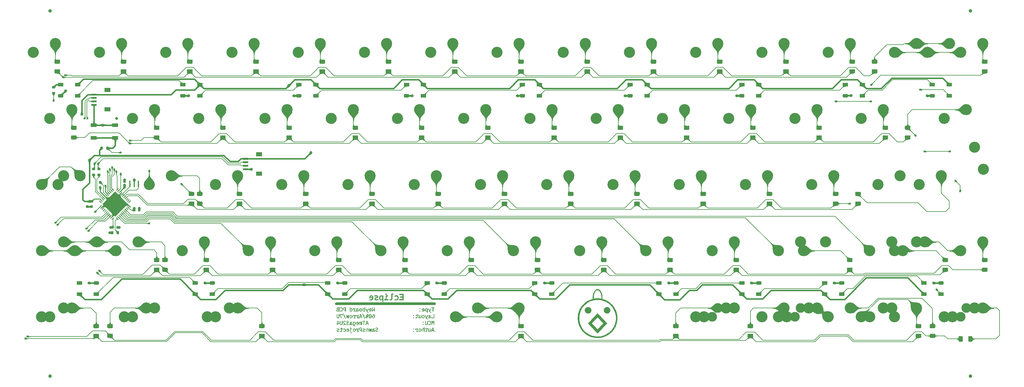
<source format=gbr>
%TF.GenerationSoftware,KiCad,Pcbnew,(5.1.11)-1*%
%TF.CreationDate,2022-10-09T01:58:46+07:00*%
%TF.ProjectId,Eclipse60,45636c69-7073-4653-9630-2e6b69636164,rev?*%
%TF.SameCoordinates,Original*%
%TF.FileFunction,Copper,L2,Bot*%
%TF.FilePolarity,Positive*%
%FSLAX46Y46*%
G04 Gerber Fmt 4.6, Leading zero omitted, Abs format (unit mm)*
G04 Created by KiCad (PCBNEW (5.1.11)-1) date 2022-10-09 01:58:46*
%MOMM*%
%LPD*%
G01*
G04 APERTURE LIST*
%TA.AperFunction,EtchedComponent*%
%ADD10C,0.010000*%
%TD*%
%TA.AperFunction,SMDPad,CuDef*%
%ADD11C,3.200000*%
%TD*%
%TA.AperFunction,ComponentPad*%
%ADD12C,2.400000*%
%TD*%
%TA.AperFunction,SMDPad,CuDef*%
%ADD13C,2.800000*%
%TD*%
%TA.AperFunction,SMDPad,CuDef*%
%ADD14C,1.000000*%
%TD*%
%TA.AperFunction,SMDPad,CuDef*%
%ADD15R,1.800000X1.200000*%
%TD*%
%TA.AperFunction,SMDPad,CuDef*%
%ADD16R,1.550000X0.600000*%
%TD*%
%TA.AperFunction,SMDPad,CuDef*%
%ADD17R,0.950000X0.800000*%
%TD*%
%TA.AperFunction,SMDPad,CuDef*%
%ADD18R,1.800000X1.100000*%
%TD*%
%TA.AperFunction,SMDPad,CuDef*%
%ADD19R,0.800000X0.950000*%
%TD*%
%TA.AperFunction,SMDPad,CuDef*%
%ADD20R,1.500000X1.000000*%
%TD*%
%TA.AperFunction,SMDPad,CuDef*%
%ADD21C,0.100000*%
%TD*%
%TA.AperFunction,ComponentPad*%
%ADD22C,0.500000*%
%TD*%
%TA.AperFunction,SMDPad,CuDef*%
%ADD23R,0.400000X1.900000*%
%TD*%
%TA.AperFunction,SMDPad,CuDef*%
%ADD24R,0.750000X0.800000*%
%TD*%
%TA.AperFunction,SMDPad,CuDef*%
%ADD25R,0.800000X0.750000*%
%TD*%
%TA.AperFunction,ViaPad*%
%ADD26C,0.800000*%
%TD*%
%TA.AperFunction,ViaPad*%
%ADD27C,0.600000*%
%TD*%
%TA.AperFunction,Conductor*%
%ADD28C,0.200000*%
%TD*%
%TA.AperFunction,Conductor*%
%ADD29C,0.400000*%
%TD*%
%TA.AperFunction,Conductor*%
%ADD30C,0.250000*%
%TD*%
%TA.AperFunction,Conductor*%
%ADD31C,0.300000*%
%TD*%
%TA.AperFunction,Conductor*%
%ADD32C,0.025400*%
%TD*%
%TA.AperFunction,Conductor*%
%ADD33C,0.100000*%
%TD*%
G04 APERTURE END LIST*
D10*
%TO.C,G\u002A\u002A\u002A*%
G36*
X199105404Y-108930301D02*
G01*
X198950435Y-108972600D01*
X198807709Y-109043879D01*
X198675591Y-109144778D01*
X198665012Y-109154540D01*
X198550306Y-109279068D01*
X198465403Y-109411442D01*
X198408664Y-109555106D01*
X198378450Y-109713504D01*
X198374268Y-109765187D01*
X198378502Y-109937319D01*
X198411938Y-110097023D01*
X198474672Y-110244556D01*
X198566799Y-110380173D01*
X198629848Y-110449591D01*
X198761853Y-110560795D01*
X198906769Y-110643867D01*
X199061906Y-110698005D01*
X199224573Y-110722401D01*
X199392080Y-110716253D01*
X199473995Y-110702090D01*
X199621726Y-110654168D01*
X199762865Y-110577234D01*
X199892712Y-110473971D01*
X199919288Y-110447994D01*
X200027413Y-110316940D01*
X200106957Y-110173210D01*
X200157279Y-110019215D01*
X200177734Y-109857366D01*
X200167679Y-109690071D01*
X200147722Y-109591918D01*
X200113062Y-109479761D01*
X200068459Y-109383803D01*
X200008206Y-109294271D01*
X199926598Y-109201391D01*
X199909574Y-109183940D01*
X199783718Y-109074178D01*
X199651207Y-108994464D01*
X199508327Y-108943233D01*
X199351359Y-108918920D01*
X199274250Y-108916344D01*
X199105404Y-108930301D01*
G37*
X199105404Y-108930301D02*
X198950435Y-108972600D01*
X198807709Y-109043879D01*
X198675591Y-109144778D01*
X198665012Y-109154540D01*
X198550306Y-109279068D01*
X198465403Y-109411442D01*
X198408664Y-109555106D01*
X198378450Y-109713504D01*
X198374268Y-109765187D01*
X198378502Y-109937319D01*
X198411938Y-110097023D01*
X198474672Y-110244556D01*
X198566799Y-110380173D01*
X198629848Y-110449591D01*
X198761853Y-110560795D01*
X198906769Y-110643867D01*
X199061906Y-110698005D01*
X199224573Y-110722401D01*
X199392080Y-110716253D01*
X199473995Y-110702090D01*
X199621726Y-110654168D01*
X199762865Y-110577234D01*
X199892712Y-110473971D01*
X199919288Y-110447994D01*
X200027413Y-110316940D01*
X200106957Y-110173210D01*
X200157279Y-110019215D01*
X200177734Y-109857366D01*
X200167679Y-109690071D01*
X200147722Y-109591918D01*
X200113062Y-109479761D01*
X200068459Y-109383803D01*
X200008206Y-109294271D01*
X199926598Y-109201391D01*
X199909574Y-109183940D01*
X199783718Y-109074178D01*
X199651207Y-108994464D01*
X199508327Y-108943233D01*
X199351359Y-108918920D01*
X199274250Y-108916344D01*
X199105404Y-108930301D01*
G36*
X193644404Y-108930301D02*
G01*
X193489435Y-108972600D01*
X193346709Y-109043879D01*
X193214591Y-109144778D01*
X193204012Y-109154540D01*
X193089306Y-109279068D01*
X193004403Y-109411442D01*
X192947664Y-109555106D01*
X192917450Y-109713504D01*
X192913268Y-109765187D01*
X192917502Y-109937319D01*
X192950938Y-110097023D01*
X193013672Y-110244556D01*
X193105799Y-110380173D01*
X193168848Y-110449591D01*
X193300853Y-110560795D01*
X193445769Y-110643867D01*
X193600906Y-110698005D01*
X193763573Y-110722401D01*
X193931080Y-110716253D01*
X194012995Y-110702090D01*
X194160726Y-110654168D01*
X194301865Y-110577234D01*
X194431712Y-110473971D01*
X194458288Y-110447994D01*
X194566413Y-110316940D01*
X194645957Y-110173210D01*
X194696279Y-110019215D01*
X194716734Y-109857366D01*
X194706679Y-109690071D01*
X194686722Y-109591918D01*
X194652062Y-109479761D01*
X194607459Y-109383803D01*
X194547206Y-109294271D01*
X194465598Y-109201391D01*
X194448574Y-109183940D01*
X194322718Y-109074178D01*
X194190207Y-108994464D01*
X194047327Y-108943233D01*
X193890359Y-108918920D01*
X193813250Y-108916344D01*
X193644404Y-108930301D01*
G37*
X193644404Y-108930301D02*
X193489435Y-108972600D01*
X193346709Y-109043879D01*
X193214591Y-109144778D01*
X193204012Y-109154540D01*
X193089306Y-109279068D01*
X193004403Y-109411442D01*
X192947664Y-109555106D01*
X192917450Y-109713504D01*
X192913268Y-109765187D01*
X192917502Y-109937319D01*
X192950938Y-110097023D01*
X193013672Y-110244556D01*
X193105799Y-110380173D01*
X193168848Y-110449591D01*
X193300853Y-110560795D01*
X193445769Y-110643867D01*
X193600906Y-110698005D01*
X193763573Y-110722401D01*
X193931080Y-110716253D01*
X194012995Y-110702090D01*
X194160726Y-110654168D01*
X194301865Y-110577234D01*
X194431712Y-110473971D01*
X194458288Y-110447994D01*
X194566413Y-110316940D01*
X194645957Y-110173210D01*
X194696279Y-110019215D01*
X194716734Y-109857366D01*
X194706679Y-109690071D01*
X194686722Y-109591918D01*
X194652062Y-109479761D01*
X194607459Y-109383803D01*
X194547206Y-109294271D01*
X194465598Y-109201391D01*
X194448574Y-109183940D01*
X194322718Y-109074178D01*
X194190207Y-108994464D01*
X194047327Y-108943233D01*
X193890359Y-108918920D01*
X193813250Y-108916344D01*
X193644404Y-108930301D01*
G36*
X196442710Y-103788651D02*
G01*
X196367243Y-103790263D01*
X196311177Y-103793700D01*
X196268342Y-103799574D01*
X196232564Y-103808497D01*
X196197673Y-103821083D01*
X196192649Y-103823115D01*
X196086563Y-103879296D01*
X195975569Y-103961297D01*
X195863740Y-104064488D01*
X195755147Y-104184234D01*
X195653862Y-104315903D01*
X195563956Y-104454863D01*
X195489502Y-104596480D01*
X195466339Y-104649468D01*
X195447299Y-104695269D01*
X195433129Y-104728843D01*
X195421514Y-104759423D01*
X195403241Y-104811255D01*
X195381434Y-104875387D01*
X195370786Y-104907437D01*
X195307386Y-105117759D01*
X195257858Y-105324560D01*
X195221205Y-105534729D01*
X195196429Y-105755154D01*
X195182533Y-105992723D01*
X195178500Y-106235940D01*
X195178500Y-106581026D01*
X195111032Y-106598612D01*
X194707155Y-106720150D01*
X194314450Y-106870986D01*
X193934615Y-107050205D01*
X193569346Y-107256892D01*
X193220341Y-107490132D01*
X192889297Y-107749009D01*
X192745891Y-107874299D01*
X192437789Y-108173667D01*
X192156024Y-108490607D01*
X191900901Y-108824517D01*
X191672723Y-109174793D01*
X191471796Y-109540833D01*
X191298423Y-109922033D01*
X191152909Y-110317790D01*
X191035559Y-110727502D01*
X190946676Y-111150565D01*
X190890301Y-111551125D01*
X190882530Y-111646160D01*
X190876782Y-111764933D01*
X190873053Y-111900271D01*
X190871343Y-112045001D01*
X190871649Y-112191951D01*
X190873971Y-112333947D01*
X190878307Y-112463816D01*
X190884655Y-112574387D01*
X190890532Y-112638562D01*
X190953701Y-113073015D01*
X191042385Y-113489191D01*
X191157077Y-113888355D01*
X191298270Y-114271773D01*
X191466456Y-114640709D01*
X191662128Y-114996430D01*
X191885779Y-115340201D01*
X192006939Y-115506268D01*
X192277738Y-115838519D01*
X192568922Y-116146797D01*
X192879347Y-116430456D01*
X193207869Y-116688853D01*
X193553342Y-116921340D01*
X193914622Y-117127274D01*
X194290565Y-117306008D01*
X194680026Y-117456897D01*
X195081860Y-117579297D01*
X195494922Y-117672561D01*
X195918069Y-117736044D01*
X195972250Y-117741920D01*
X196044780Y-117747921D01*
X196138932Y-117753458D01*
X196247996Y-117758355D01*
X196365263Y-117762436D01*
X196484023Y-117765525D01*
X196597566Y-117767445D01*
X196699181Y-117768021D01*
X196782159Y-117767076D01*
X196837438Y-117764624D01*
X197122653Y-117738461D01*
X197383304Y-117705796D01*
X197626100Y-117665617D01*
X197857749Y-117616912D01*
X197928201Y-117599959D01*
X198328395Y-117484664D01*
X198716731Y-117340569D01*
X199091871Y-117168833D01*
X199452477Y-116970613D01*
X199797210Y-116747068D01*
X200124732Y-116499353D01*
X200433704Y-116228629D01*
X200722789Y-115936051D01*
X200990647Y-115622777D01*
X201235941Y-115289966D01*
X201457332Y-114938775D01*
X201653482Y-114570361D01*
X201794959Y-114255235D01*
X201939005Y-113864702D01*
X202054111Y-113461126D01*
X202140269Y-113044537D01*
X202193479Y-112654437D01*
X202218885Y-112267192D01*
X202217443Y-112071736D01*
X201850403Y-112071736D01*
X201849925Y-112233128D01*
X201846406Y-112385509D01*
X201839784Y-112520905D01*
X201831879Y-112614750D01*
X201771637Y-113031756D01*
X201682203Y-113436818D01*
X201564011Y-113829136D01*
X201417499Y-114207910D01*
X201243104Y-114572340D01*
X201041263Y-114921625D01*
X200812411Y-115254966D01*
X200556986Y-115571562D01*
X200275425Y-115870614D01*
X199968164Y-116151321D01*
X199847044Y-116251180D01*
X199520651Y-116492704D01*
X199178117Y-116707144D01*
X198820584Y-116894051D01*
X198449192Y-117052976D01*
X198065084Y-117183469D01*
X197669401Y-117285081D01*
X197263284Y-117357362D01*
X196948563Y-117392386D01*
X196858801Y-117397514D01*
X196745216Y-117400461D01*
X196615523Y-117401349D01*
X196477440Y-117400296D01*
X196338684Y-117397422D01*
X196206973Y-117392846D01*
X196090022Y-117386688D01*
X195995550Y-117379067D01*
X195980188Y-117377396D01*
X195567682Y-117314540D01*
X195165879Y-117222447D01*
X194775939Y-117101723D01*
X194399022Y-116952974D01*
X194036290Y-116776807D01*
X193688901Y-116573828D01*
X193358017Y-116344643D01*
X193044799Y-116089858D01*
X192750406Y-115810080D01*
X192538193Y-115579052D01*
X192276712Y-115253973D01*
X192044292Y-114916206D01*
X191840850Y-114565557D01*
X191666301Y-114201830D01*
X191520561Y-113824832D01*
X191403547Y-113434369D01*
X191315173Y-113030245D01*
X191255622Y-112614750D01*
X191246375Y-112499530D01*
X191240283Y-112360700D01*
X191237283Y-112206233D01*
X191237314Y-112044105D01*
X191240313Y-111882291D01*
X191246217Y-111728765D01*
X191254965Y-111591505D01*
X191264351Y-111495562D01*
X191323089Y-111110422D01*
X191405378Y-110742695D01*
X191512880Y-110386790D01*
X191647260Y-110037118D01*
X191791373Y-109725500D01*
X191987798Y-109366490D01*
X192209138Y-109026389D01*
X192454104Y-108706181D01*
X192721407Y-108406848D01*
X193009757Y-108129373D01*
X193317865Y-107874738D01*
X193644441Y-107643926D01*
X193988197Y-107437919D01*
X194347841Y-107257701D01*
X194722086Y-107104255D01*
X195109641Y-106978562D01*
X195509218Y-106881605D01*
X195527750Y-106877876D01*
X195647358Y-106855052D01*
X195756752Y-106836798D01*
X195861867Y-106822641D01*
X195968637Y-106812105D01*
X196082994Y-106804717D01*
X196210873Y-106800003D01*
X196358207Y-106797489D01*
X196530931Y-106796700D01*
X196543750Y-106796697D01*
X196738581Y-106797802D01*
X196908158Y-106801592D01*
X197058915Y-106808785D01*
X197197287Y-106820098D01*
X197329708Y-106836246D01*
X197462614Y-106857948D01*
X197602438Y-106885918D01*
X197755617Y-106920874D01*
X197837563Y-106940786D01*
X198221421Y-107051668D01*
X198594400Y-107191660D01*
X198954967Y-107359526D01*
X199301590Y-107554033D01*
X199632735Y-107773947D01*
X199946870Y-108018034D01*
X200242463Y-108285060D01*
X200517980Y-108573790D01*
X200771889Y-108882991D01*
X201002658Y-109211428D01*
X201208753Y-109557868D01*
X201296128Y-109725500D01*
X201455924Y-110074331D01*
X201587354Y-110424403D01*
X201692085Y-110781304D01*
X201771778Y-111150624D01*
X201823150Y-111495562D01*
X201834214Y-111613246D01*
X201842485Y-111753819D01*
X201847902Y-111909308D01*
X201850403Y-112071736D01*
X202217443Y-112071736D01*
X202215967Y-111871920D01*
X202185394Y-111473535D01*
X202127837Y-111076951D01*
X202043965Y-110687081D01*
X201934447Y-110308841D01*
X201837145Y-110038958D01*
X201667191Y-109648989D01*
X201471147Y-109275907D01*
X201250189Y-108920761D01*
X201005495Y-108584599D01*
X200738241Y-108268472D01*
X200449605Y-107973427D01*
X200140763Y-107700514D01*
X199812893Y-107450781D01*
X199467172Y-107225277D01*
X199104777Y-107025052D01*
X198726884Y-106851154D01*
X198334672Y-106704632D01*
X197976469Y-106598612D01*
X197909000Y-106581026D01*
X197908892Y-106320802D01*
X197703908Y-106320802D01*
X197703349Y-106400800D01*
X197700669Y-106462090D01*
X197695727Y-106499582D01*
X197692042Y-106508166D01*
X197681539Y-106515170D01*
X197664050Y-106517733D01*
X197633347Y-106515435D01*
X197583202Y-106507857D01*
X197517848Y-106496453D01*
X197226278Y-106453168D01*
X196926476Y-106426607D01*
X196609479Y-106416029D01*
X196543750Y-106415765D01*
X196324274Y-106418779D01*
X196124243Y-106428233D01*
X195931824Y-106445113D01*
X195735184Y-106470404D01*
X195569815Y-106496852D01*
X195504601Y-106506714D01*
X195449955Y-106512573D01*
X195414375Y-106513616D01*
X195407096Y-106512398D01*
X195396990Y-106492914D01*
X195389767Y-106446389D01*
X195385369Y-106377393D01*
X195383739Y-106290499D01*
X195384819Y-106190279D01*
X195388553Y-106081303D01*
X195394881Y-105968143D01*
X195403748Y-105855372D01*
X195415095Y-105747561D01*
X195416902Y-105732937D01*
X195443723Y-105555117D01*
X195479108Y-105374326D01*
X195521291Y-105197237D01*
X195568507Y-105030520D01*
X195618990Y-104880849D01*
X195670975Y-104754894D01*
X195681556Y-104732812D01*
X195737983Y-104623162D01*
X195794519Y-104521986D01*
X195847044Y-104436356D01*
X195889648Y-104375625D01*
X195965894Y-104286610D01*
X196051340Y-104201497D01*
X196138809Y-104126610D01*
X196221124Y-104068274D01*
X196267413Y-104042721D01*
X196315493Y-104021176D01*
X196356403Y-104007226D01*
X196399513Y-103999240D01*
X196454195Y-103995586D01*
X196529820Y-103994635D01*
X196543751Y-103994624D01*
X196623383Y-103995308D01*
X196680647Y-103998445D01*
X196724913Y-104005667D01*
X196765553Y-104018604D01*
X196811938Y-104038889D01*
X196820088Y-104042721D01*
X196895412Y-104087277D01*
X196980443Y-104152395D01*
X197068005Y-104231753D01*
X197150920Y-104319026D01*
X197197853Y-104375625D01*
X197242707Y-104439822D01*
X197295504Y-104526315D01*
X197352125Y-104628032D01*
X197405945Y-104732812D01*
X197459499Y-104856573D01*
X197511499Y-105005465D01*
X197560195Y-105172870D01*
X197603835Y-105352168D01*
X197640667Y-105536742D01*
X197668940Y-105719972D01*
X197670599Y-105732937D01*
X197679811Y-105818310D01*
X197687747Y-105915510D01*
X197694265Y-106019449D01*
X197699226Y-106125037D01*
X197702487Y-106227184D01*
X197703908Y-106320802D01*
X197908892Y-106320802D01*
X197908856Y-106236356D01*
X197904112Y-105981385D01*
X197889617Y-105747125D01*
X197864642Y-105523846D01*
X197846312Y-105403041D01*
X197827340Y-105307661D01*
X197799538Y-105192703D01*
X197765747Y-105068119D01*
X197728807Y-104943858D01*
X197691558Y-104829872D01*
X197656841Y-104736111D01*
X197653871Y-104728843D01*
X197636332Y-104686308D01*
X197621162Y-104649468D01*
X197597263Y-104595809D01*
X197568698Y-104537799D01*
X197541280Y-104486782D01*
X197521498Y-104455000D01*
X197502411Y-104425711D01*
X197477994Y-104384030D01*
X197473329Y-104375625D01*
X197418709Y-104291091D01*
X197343741Y-104196314D01*
X197254766Y-104098248D01*
X197158126Y-104003844D01*
X197060164Y-103920056D01*
X197051750Y-103913468D01*
X196992166Y-103870311D01*
X196935857Y-103838155D01*
X196876569Y-103815459D01*
X196808047Y-103800681D01*
X196724038Y-103792279D01*
X196618285Y-103788711D01*
X196543751Y-103788249D01*
X196442710Y-103788651D01*
G37*
X196442710Y-103788651D02*
X196367243Y-103790263D01*
X196311177Y-103793700D01*
X196268342Y-103799574D01*
X196232564Y-103808497D01*
X196197673Y-103821083D01*
X196192649Y-103823115D01*
X196086563Y-103879296D01*
X195975569Y-103961297D01*
X195863740Y-104064488D01*
X195755147Y-104184234D01*
X195653862Y-104315903D01*
X195563956Y-104454863D01*
X195489502Y-104596480D01*
X195466339Y-104649468D01*
X195447299Y-104695269D01*
X195433129Y-104728843D01*
X195421514Y-104759423D01*
X195403241Y-104811255D01*
X195381434Y-104875387D01*
X195370786Y-104907437D01*
X195307386Y-105117759D01*
X195257858Y-105324560D01*
X195221205Y-105534729D01*
X195196429Y-105755154D01*
X195182533Y-105992723D01*
X195178500Y-106235940D01*
X195178500Y-106581026D01*
X195111032Y-106598612D01*
X194707155Y-106720150D01*
X194314450Y-106870986D01*
X193934615Y-107050205D01*
X193569346Y-107256892D01*
X193220341Y-107490132D01*
X192889297Y-107749009D01*
X192745891Y-107874299D01*
X192437789Y-108173667D01*
X192156024Y-108490607D01*
X191900901Y-108824517D01*
X191672723Y-109174793D01*
X191471796Y-109540833D01*
X191298423Y-109922033D01*
X191152909Y-110317790D01*
X191035559Y-110727502D01*
X190946676Y-111150565D01*
X190890301Y-111551125D01*
X190882530Y-111646160D01*
X190876782Y-111764933D01*
X190873053Y-111900271D01*
X190871343Y-112045001D01*
X190871649Y-112191951D01*
X190873971Y-112333947D01*
X190878307Y-112463816D01*
X190884655Y-112574387D01*
X190890532Y-112638562D01*
X190953701Y-113073015D01*
X191042385Y-113489191D01*
X191157077Y-113888355D01*
X191298270Y-114271773D01*
X191466456Y-114640709D01*
X191662128Y-114996430D01*
X191885779Y-115340201D01*
X192006939Y-115506268D01*
X192277738Y-115838519D01*
X192568922Y-116146797D01*
X192879347Y-116430456D01*
X193207869Y-116688853D01*
X193553342Y-116921340D01*
X193914622Y-117127274D01*
X194290565Y-117306008D01*
X194680026Y-117456897D01*
X195081860Y-117579297D01*
X195494922Y-117672561D01*
X195918069Y-117736044D01*
X195972250Y-117741920D01*
X196044780Y-117747921D01*
X196138932Y-117753458D01*
X196247996Y-117758355D01*
X196365263Y-117762436D01*
X196484023Y-117765525D01*
X196597566Y-117767445D01*
X196699181Y-117768021D01*
X196782159Y-117767076D01*
X196837438Y-117764624D01*
X197122653Y-117738461D01*
X197383304Y-117705796D01*
X197626100Y-117665617D01*
X197857749Y-117616912D01*
X197928201Y-117599959D01*
X198328395Y-117484664D01*
X198716731Y-117340569D01*
X199091871Y-117168833D01*
X199452477Y-116970613D01*
X199797210Y-116747068D01*
X200124732Y-116499353D01*
X200433704Y-116228629D01*
X200722789Y-115936051D01*
X200990647Y-115622777D01*
X201235941Y-115289966D01*
X201457332Y-114938775D01*
X201653482Y-114570361D01*
X201794959Y-114255235D01*
X201939005Y-113864702D01*
X202054111Y-113461126D01*
X202140269Y-113044537D01*
X202193479Y-112654437D01*
X202218885Y-112267192D01*
X202217443Y-112071736D01*
X201850403Y-112071736D01*
X201849925Y-112233128D01*
X201846406Y-112385509D01*
X201839784Y-112520905D01*
X201831879Y-112614750D01*
X201771637Y-113031756D01*
X201682203Y-113436818D01*
X201564011Y-113829136D01*
X201417499Y-114207910D01*
X201243104Y-114572340D01*
X201041263Y-114921625D01*
X200812411Y-115254966D01*
X200556986Y-115571562D01*
X200275425Y-115870614D01*
X199968164Y-116151321D01*
X199847044Y-116251180D01*
X199520651Y-116492704D01*
X199178117Y-116707144D01*
X198820584Y-116894051D01*
X198449192Y-117052976D01*
X198065084Y-117183469D01*
X197669401Y-117285081D01*
X197263284Y-117357362D01*
X196948563Y-117392386D01*
X196858801Y-117397514D01*
X196745216Y-117400461D01*
X196615523Y-117401349D01*
X196477440Y-117400296D01*
X196338684Y-117397422D01*
X196206973Y-117392846D01*
X196090022Y-117386688D01*
X195995550Y-117379067D01*
X195980188Y-117377396D01*
X195567682Y-117314540D01*
X195165879Y-117222447D01*
X194775939Y-117101723D01*
X194399022Y-116952974D01*
X194036290Y-116776807D01*
X193688901Y-116573828D01*
X193358017Y-116344643D01*
X193044799Y-116089858D01*
X192750406Y-115810080D01*
X192538193Y-115579052D01*
X192276712Y-115253973D01*
X192044292Y-114916206D01*
X191840850Y-114565557D01*
X191666301Y-114201830D01*
X191520561Y-113824832D01*
X191403547Y-113434369D01*
X191315173Y-113030245D01*
X191255622Y-112614750D01*
X191246375Y-112499530D01*
X191240283Y-112360700D01*
X191237283Y-112206233D01*
X191237314Y-112044105D01*
X191240313Y-111882291D01*
X191246217Y-111728765D01*
X191254965Y-111591505D01*
X191264351Y-111495562D01*
X191323089Y-111110422D01*
X191405378Y-110742695D01*
X191512880Y-110386790D01*
X191647260Y-110037118D01*
X191791373Y-109725500D01*
X191987798Y-109366490D01*
X192209138Y-109026389D01*
X192454104Y-108706181D01*
X192721407Y-108406848D01*
X193009757Y-108129373D01*
X193317865Y-107874738D01*
X193644441Y-107643926D01*
X193988197Y-107437919D01*
X194347841Y-107257701D01*
X194722086Y-107104255D01*
X195109641Y-106978562D01*
X195509218Y-106881605D01*
X195527750Y-106877876D01*
X195647358Y-106855052D01*
X195756752Y-106836798D01*
X195861867Y-106822641D01*
X195968637Y-106812105D01*
X196082994Y-106804717D01*
X196210873Y-106800003D01*
X196358207Y-106797489D01*
X196530931Y-106796700D01*
X196543750Y-106796697D01*
X196738581Y-106797802D01*
X196908158Y-106801592D01*
X197058915Y-106808785D01*
X197197287Y-106820098D01*
X197329708Y-106836246D01*
X197462614Y-106857948D01*
X197602438Y-106885918D01*
X197755617Y-106920874D01*
X197837563Y-106940786D01*
X198221421Y-107051668D01*
X198594400Y-107191660D01*
X198954967Y-107359526D01*
X199301590Y-107554033D01*
X199632735Y-107773947D01*
X199946870Y-108018034D01*
X200242463Y-108285060D01*
X200517980Y-108573790D01*
X200771889Y-108882991D01*
X201002658Y-109211428D01*
X201208753Y-109557868D01*
X201296128Y-109725500D01*
X201455924Y-110074331D01*
X201587354Y-110424403D01*
X201692085Y-110781304D01*
X201771778Y-111150624D01*
X201823150Y-111495562D01*
X201834214Y-111613246D01*
X201842485Y-111753819D01*
X201847902Y-111909308D01*
X201850403Y-112071736D01*
X202217443Y-112071736D01*
X202215967Y-111871920D01*
X202185394Y-111473535D01*
X202127837Y-111076951D01*
X202043965Y-110687081D01*
X201934447Y-110308841D01*
X201837145Y-110038958D01*
X201667191Y-109648989D01*
X201471147Y-109275907D01*
X201250189Y-108920761D01*
X201005495Y-108584599D01*
X200738241Y-108268472D01*
X200449605Y-107973427D01*
X200140763Y-107700514D01*
X199812893Y-107450781D01*
X199467172Y-107225277D01*
X199104777Y-107025052D01*
X198726884Y-106851154D01*
X198334672Y-106704632D01*
X197976469Y-106598612D01*
X197909000Y-106581026D01*
X197908892Y-106320802D01*
X197703908Y-106320802D01*
X197703349Y-106400800D01*
X197700669Y-106462090D01*
X197695727Y-106499582D01*
X197692042Y-106508166D01*
X197681539Y-106515170D01*
X197664050Y-106517733D01*
X197633347Y-106515435D01*
X197583202Y-106507857D01*
X197517848Y-106496453D01*
X197226278Y-106453168D01*
X196926476Y-106426607D01*
X196609479Y-106416029D01*
X196543750Y-106415765D01*
X196324274Y-106418779D01*
X196124243Y-106428233D01*
X195931824Y-106445113D01*
X195735184Y-106470404D01*
X195569815Y-106496852D01*
X195504601Y-106506714D01*
X195449955Y-106512573D01*
X195414375Y-106513616D01*
X195407096Y-106512398D01*
X195396990Y-106492914D01*
X195389767Y-106446389D01*
X195385369Y-106377393D01*
X195383739Y-106290499D01*
X195384819Y-106190279D01*
X195388553Y-106081303D01*
X195394881Y-105968143D01*
X195403748Y-105855372D01*
X195415095Y-105747561D01*
X195416902Y-105732937D01*
X195443723Y-105555117D01*
X195479108Y-105374326D01*
X195521291Y-105197237D01*
X195568507Y-105030520D01*
X195618990Y-104880849D01*
X195670975Y-104754894D01*
X195681556Y-104732812D01*
X195737983Y-104623162D01*
X195794519Y-104521986D01*
X195847044Y-104436356D01*
X195889648Y-104375625D01*
X195965894Y-104286610D01*
X196051340Y-104201497D01*
X196138809Y-104126610D01*
X196221124Y-104068274D01*
X196267413Y-104042721D01*
X196315493Y-104021176D01*
X196356403Y-104007226D01*
X196399513Y-103999240D01*
X196454195Y-103995586D01*
X196529820Y-103994635D01*
X196543751Y-103994624D01*
X196623383Y-103995308D01*
X196680647Y-103998445D01*
X196724913Y-104005667D01*
X196765553Y-104018604D01*
X196811938Y-104038889D01*
X196820088Y-104042721D01*
X196895412Y-104087277D01*
X196980443Y-104152395D01*
X197068005Y-104231753D01*
X197150920Y-104319026D01*
X197197853Y-104375625D01*
X197242707Y-104439822D01*
X197295504Y-104526315D01*
X197352125Y-104628032D01*
X197405945Y-104732812D01*
X197459499Y-104856573D01*
X197511499Y-105005465D01*
X197560195Y-105172870D01*
X197603835Y-105352168D01*
X197640667Y-105536742D01*
X197668940Y-105719972D01*
X197670599Y-105732937D01*
X197679811Y-105818310D01*
X197687747Y-105915510D01*
X197694265Y-106019449D01*
X197699226Y-106125037D01*
X197702487Y-106227184D01*
X197703908Y-106320802D01*
X197908892Y-106320802D01*
X197908856Y-106236356D01*
X197904112Y-105981385D01*
X197889617Y-105747125D01*
X197864642Y-105523846D01*
X197846312Y-105403041D01*
X197827340Y-105307661D01*
X197799538Y-105192703D01*
X197765747Y-105068119D01*
X197728807Y-104943858D01*
X197691558Y-104829872D01*
X197656841Y-104736111D01*
X197653871Y-104728843D01*
X197636332Y-104686308D01*
X197621162Y-104649468D01*
X197597263Y-104595809D01*
X197568698Y-104537799D01*
X197541280Y-104486782D01*
X197521498Y-104455000D01*
X197502411Y-104425711D01*
X197477994Y-104384030D01*
X197473329Y-104375625D01*
X197418709Y-104291091D01*
X197343741Y-104196314D01*
X197254766Y-104098248D01*
X197158126Y-104003844D01*
X197060164Y-103920056D01*
X197051750Y-103913468D01*
X196992166Y-103870311D01*
X196935857Y-103838155D01*
X196876569Y-103815459D01*
X196808047Y-103800681D01*
X196724038Y-103792279D01*
X196618285Y-103788711D01*
X196543751Y-103788249D01*
X196442710Y-103788651D01*
G36*
X196387984Y-110890645D02*
G01*
X196327811Y-110952730D01*
X196265389Y-111017393D01*
X196198237Y-111087228D01*
X196123872Y-111164834D01*
X196039813Y-111252809D01*
X195943576Y-111353748D01*
X195832681Y-111470250D01*
X195704645Y-111604912D01*
X195574754Y-111741625D01*
X195484804Y-111836273D01*
X195394924Y-111930758D01*
X195309436Y-112020542D01*
X195232660Y-112101089D01*
X195168919Y-112167865D01*
X195122533Y-112216332D01*
X195121053Y-112217875D01*
X194985452Y-112359362D01*
X194849348Y-112501742D01*
X194714503Y-112643146D01*
X194582678Y-112781707D01*
X194455633Y-112915557D01*
X194335132Y-113042829D01*
X194222933Y-113161655D01*
X194120801Y-113270168D01*
X194030494Y-113366501D01*
X193953775Y-113448785D01*
X193892406Y-113515153D01*
X193848147Y-113563738D01*
X193822759Y-113592673D01*
X193817166Y-113600363D01*
X193828741Y-113613645D01*
X193860604Y-113648091D01*
X193911146Y-113702016D01*
X193978758Y-113773732D01*
X194061830Y-113861555D01*
X194158752Y-113963798D01*
X194267916Y-114078776D01*
X194387711Y-114204801D01*
X194516527Y-114340189D01*
X194652756Y-114483253D01*
X194794788Y-114632308D01*
X194941013Y-114785666D01*
X195089822Y-114941642D01*
X195239605Y-115098551D01*
X195388753Y-115254706D01*
X195535655Y-115408420D01*
X195678704Y-115558009D01*
X195816288Y-115701786D01*
X195946798Y-115838065D01*
X196068626Y-115965160D01*
X196180161Y-116081385D01*
X196279794Y-116185053D01*
X196365915Y-116274480D01*
X196436915Y-116347979D01*
X196491184Y-116403864D01*
X196527113Y-116440448D01*
X196543092Y-116456047D01*
X196543750Y-116456500D01*
X196555840Y-116445227D01*
X196588480Y-116412331D01*
X196640341Y-116359198D01*
X196710093Y-116287211D01*
X196796408Y-116197756D01*
X196897954Y-116092216D01*
X197013403Y-115971977D01*
X197141425Y-115838423D01*
X197280690Y-115692938D01*
X197429870Y-115536908D01*
X197587635Y-115371717D01*
X197752654Y-115198749D01*
X197910402Y-115033241D01*
X198080912Y-114854219D01*
X198245292Y-114681550D01*
X198402217Y-114516626D01*
X198550366Y-114360845D01*
X198688413Y-114215599D01*
X198815036Y-114082284D01*
X198928910Y-113962294D01*
X199028713Y-113857023D01*
X199113121Y-113767867D01*
X199180810Y-113696220D01*
X199230456Y-113643476D01*
X199260737Y-113611031D01*
X199270355Y-113600304D01*
X199268881Y-113597416D01*
X198224301Y-113597416D01*
X198212564Y-113611799D01*
X198180994Y-113646792D01*
X198131644Y-113700241D01*
X198066571Y-113769988D01*
X197987826Y-113853879D01*
X197897466Y-113949756D01*
X197797544Y-114055465D01*
X197690114Y-114168849D01*
X197577232Y-114287752D01*
X197460950Y-114410018D01*
X197343325Y-114533491D01*
X197226408Y-114656016D01*
X197112257Y-114775436D01*
X197002923Y-114889596D01*
X196900462Y-114996338D01*
X196806929Y-115093508D01*
X196724377Y-115178950D01*
X196654860Y-115250507D01*
X196600434Y-115306024D01*
X196563151Y-115343344D01*
X196545068Y-115360312D01*
X196543750Y-115361125D01*
X196531158Y-115349904D01*
X196498420Y-115317423D01*
X196447246Y-115265451D01*
X196379346Y-115195760D01*
X196296429Y-115110118D01*
X196200204Y-115010297D01*
X196092382Y-114898067D01*
X195974672Y-114775197D01*
X195848783Y-114643459D01*
X195716424Y-114504623D01*
X195700365Y-114487755D01*
X195567336Y-114347875D01*
X195440735Y-114214480D01*
X195322264Y-114089380D01*
X195213622Y-113974384D01*
X195116512Y-113871300D01*
X195032632Y-113781937D01*
X194963684Y-113708103D01*
X194911369Y-113651607D01*
X194877387Y-113614259D01*
X194863439Y-113597866D01*
X194863200Y-113597416D01*
X194871740Y-113580775D01*
X194899061Y-113545955D01*
X194941497Y-113497232D01*
X194995383Y-113438884D01*
X195029887Y-113402885D01*
X195108641Y-113321550D01*
X195197724Y-113229170D01*
X195286519Y-113136776D01*
X195364410Y-113055398D01*
X195368601Y-113051005D01*
X195445416Y-112970517D01*
X195532177Y-112879665D01*
X195618322Y-112789506D01*
X195693290Y-112711095D01*
X195694338Y-112710000D01*
X195855662Y-112541271D01*
X196001133Y-112388958D01*
X196129920Y-112253933D01*
X196241192Y-112137071D01*
X196334119Y-112039245D01*
X196407871Y-111961330D01*
X196461615Y-111904198D01*
X196494523Y-111868723D01*
X196501759Y-111860687D01*
X196543750Y-111813062D01*
X196585742Y-111860687D01*
X196609931Y-111887097D01*
X196655296Y-111935520D01*
X196721005Y-112005082D01*
X196806228Y-112094910D01*
X196910134Y-112204130D01*
X197031893Y-112331868D01*
X197170673Y-112477251D01*
X197325646Y-112639404D01*
X197393163Y-112710000D01*
X197467867Y-112788133D01*
X197553917Y-112878192D01*
X197640751Y-112969120D01*
X197717807Y-113049860D01*
X197718900Y-113051005D01*
X197795774Y-113131347D01*
X197884206Y-113223382D01*
X197973577Y-113316081D01*
X198053271Y-113398412D01*
X198057614Y-113402885D01*
X198116395Y-113464812D01*
X198165820Y-113519556D01*
X198202222Y-113562840D01*
X198221937Y-113590388D01*
X198224301Y-113597416D01*
X199268881Y-113597416D01*
X199267982Y-113595655D01*
X199258879Y-113584158D01*
X199242045Y-113564751D01*
X199216477Y-113536375D01*
X199181175Y-113497967D01*
X199135138Y-113448468D01*
X199077364Y-113386817D01*
X199006851Y-113311953D01*
X198922599Y-113222816D01*
X198823607Y-113118344D01*
X198708872Y-112997477D01*
X198577394Y-112859154D01*
X198428171Y-112702314D01*
X198260202Y-112525898D01*
X198072486Y-112328843D01*
X197864021Y-112110090D01*
X197823221Y-112067283D01*
X197732194Y-111971760D01*
X197625904Y-111860184D01*
X197510972Y-111739508D01*
X197394018Y-111616681D01*
X197281661Y-111498657D01*
X197195826Y-111408471D01*
X197102335Y-111310345D01*
X197007586Y-111211115D01*
X196916073Y-111115474D01*
X196832294Y-111028114D01*
X196760742Y-110953728D01*
X196705915Y-110897008D01*
X196699733Y-110890645D01*
X196543750Y-110730227D01*
X196387984Y-110890645D01*
G37*
X196387984Y-110890645D02*
X196327811Y-110952730D01*
X196265389Y-111017393D01*
X196198237Y-111087228D01*
X196123872Y-111164834D01*
X196039813Y-111252809D01*
X195943576Y-111353748D01*
X195832681Y-111470250D01*
X195704645Y-111604912D01*
X195574754Y-111741625D01*
X195484804Y-111836273D01*
X195394924Y-111930758D01*
X195309436Y-112020542D01*
X195232660Y-112101089D01*
X195168919Y-112167865D01*
X195122533Y-112216332D01*
X195121053Y-112217875D01*
X194985452Y-112359362D01*
X194849348Y-112501742D01*
X194714503Y-112643146D01*
X194582678Y-112781707D01*
X194455633Y-112915557D01*
X194335132Y-113042829D01*
X194222933Y-113161655D01*
X194120801Y-113270168D01*
X194030494Y-113366501D01*
X193953775Y-113448785D01*
X193892406Y-113515153D01*
X193848147Y-113563738D01*
X193822759Y-113592673D01*
X193817166Y-113600363D01*
X193828741Y-113613645D01*
X193860604Y-113648091D01*
X193911146Y-113702016D01*
X193978758Y-113773732D01*
X194061830Y-113861555D01*
X194158752Y-113963798D01*
X194267916Y-114078776D01*
X194387711Y-114204801D01*
X194516527Y-114340189D01*
X194652756Y-114483253D01*
X194794788Y-114632308D01*
X194941013Y-114785666D01*
X195089822Y-114941642D01*
X195239605Y-115098551D01*
X195388753Y-115254706D01*
X195535655Y-115408420D01*
X195678704Y-115558009D01*
X195816288Y-115701786D01*
X195946798Y-115838065D01*
X196068626Y-115965160D01*
X196180161Y-116081385D01*
X196279794Y-116185053D01*
X196365915Y-116274480D01*
X196436915Y-116347979D01*
X196491184Y-116403864D01*
X196527113Y-116440448D01*
X196543092Y-116456047D01*
X196543750Y-116456500D01*
X196555840Y-116445227D01*
X196588480Y-116412331D01*
X196640341Y-116359198D01*
X196710093Y-116287211D01*
X196796408Y-116197756D01*
X196897954Y-116092216D01*
X197013403Y-115971977D01*
X197141425Y-115838423D01*
X197280690Y-115692938D01*
X197429870Y-115536908D01*
X197587635Y-115371717D01*
X197752654Y-115198749D01*
X197910402Y-115033241D01*
X198080912Y-114854219D01*
X198245292Y-114681550D01*
X198402217Y-114516626D01*
X198550366Y-114360845D01*
X198688413Y-114215599D01*
X198815036Y-114082284D01*
X198928910Y-113962294D01*
X199028713Y-113857023D01*
X199113121Y-113767867D01*
X199180810Y-113696220D01*
X199230456Y-113643476D01*
X199260737Y-113611031D01*
X199270355Y-113600304D01*
X199268881Y-113597416D01*
X198224301Y-113597416D01*
X198212564Y-113611799D01*
X198180994Y-113646792D01*
X198131644Y-113700241D01*
X198066571Y-113769988D01*
X197987826Y-113853879D01*
X197897466Y-113949756D01*
X197797544Y-114055465D01*
X197690114Y-114168849D01*
X197577232Y-114287752D01*
X197460950Y-114410018D01*
X197343325Y-114533491D01*
X197226408Y-114656016D01*
X197112257Y-114775436D01*
X197002923Y-114889596D01*
X196900462Y-114996338D01*
X196806929Y-115093508D01*
X196724377Y-115178950D01*
X196654860Y-115250507D01*
X196600434Y-115306024D01*
X196563151Y-115343344D01*
X196545068Y-115360312D01*
X196543750Y-115361125D01*
X196531158Y-115349904D01*
X196498420Y-115317423D01*
X196447246Y-115265451D01*
X196379346Y-115195760D01*
X196296429Y-115110118D01*
X196200204Y-115010297D01*
X196092382Y-114898067D01*
X195974672Y-114775197D01*
X195848783Y-114643459D01*
X195716424Y-114504623D01*
X195700365Y-114487755D01*
X195567336Y-114347875D01*
X195440735Y-114214480D01*
X195322264Y-114089380D01*
X195213622Y-113974384D01*
X195116512Y-113871300D01*
X195032632Y-113781937D01*
X194963684Y-113708103D01*
X194911369Y-113651607D01*
X194877387Y-113614259D01*
X194863439Y-113597866D01*
X194863200Y-113597416D01*
X194871740Y-113580775D01*
X194899061Y-113545955D01*
X194941497Y-113497232D01*
X194995383Y-113438884D01*
X195029887Y-113402885D01*
X195108641Y-113321550D01*
X195197724Y-113229170D01*
X195286519Y-113136776D01*
X195364410Y-113055398D01*
X195368601Y-113051005D01*
X195445416Y-112970517D01*
X195532177Y-112879665D01*
X195618322Y-112789506D01*
X195693290Y-112711095D01*
X195694338Y-112710000D01*
X195855662Y-112541271D01*
X196001133Y-112388958D01*
X196129920Y-112253933D01*
X196241192Y-112137071D01*
X196334119Y-112039245D01*
X196407871Y-111961330D01*
X196461615Y-111904198D01*
X196494523Y-111868723D01*
X196501759Y-111860687D01*
X196543750Y-111813062D01*
X196585742Y-111860687D01*
X196609931Y-111887097D01*
X196655296Y-111935520D01*
X196721005Y-112005082D01*
X196806228Y-112094910D01*
X196910134Y-112204130D01*
X197031893Y-112331868D01*
X197170673Y-112477251D01*
X197325646Y-112639404D01*
X197393163Y-112710000D01*
X197467867Y-112788133D01*
X197553917Y-112878192D01*
X197640751Y-112969120D01*
X197717807Y-113049860D01*
X197718900Y-113051005D01*
X197795774Y-113131347D01*
X197884206Y-113223382D01*
X197973577Y-113316081D01*
X198053271Y-113398412D01*
X198057614Y-113402885D01*
X198116395Y-113464812D01*
X198165820Y-113519556D01*
X198202222Y-113562840D01*
X198221937Y-113590388D01*
X198224301Y-113597416D01*
X199268881Y-113597416D01*
X199267982Y-113595655D01*
X199258879Y-113584158D01*
X199242045Y-113564751D01*
X199216477Y-113536375D01*
X199181175Y-113497967D01*
X199135138Y-113448468D01*
X199077364Y-113386817D01*
X199006851Y-113311953D01*
X198922599Y-113222816D01*
X198823607Y-113118344D01*
X198708872Y-112997477D01*
X198577394Y-112859154D01*
X198428171Y-112702314D01*
X198260202Y-112525898D01*
X198072486Y-112328843D01*
X197864021Y-112110090D01*
X197823221Y-112067283D01*
X197732194Y-111971760D01*
X197625904Y-111860184D01*
X197510972Y-111739508D01*
X197394018Y-111616681D01*
X197281661Y-111498657D01*
X197195826Y-111408471D01*
X197102335Y-111310345D01*
X197007586Y-111211115D01*
X196916073Y-111115474D01*
X196832294Y-111028114D01*
X196760742Y-110953728D01*
X196705915Y-110897008D01*
X196699733Y-110890645D01*
X196543750Y-110730227D01*
X196387984Y-110890645D01*
G36*
X125405035Y-115554125D02*
G01*
X125406137Y-115690040D01*
X125409138Y-115816301D01*
X125413695Y-115924981D01*
X125419466Y-116008149D01*
X125426107Y-116057876D01*
X125426955Y-116061250D01*
X125469857Y-116154863D01*
X125542075Y-116226428D01*
X125646562Y-116277766D01*
X125786273Y-116310697D01*
X125844125Y-116318220D01*
X125900527Y-116322204D01*
X125926613Y-116314470D01*
X125933864Y-116290001D01*
X125934083Y-116278929D01*
X125927500Y-116246562D01*
X125900375Y-116228133D01*
X125844125Y-116216310D01*
X125749695Y-116200954D01*
X125686247Y-116186406D01*
X125642724Y-116168510D01*
X125608068Y-116143107D01*
X125582517Y-116117960D01*
X125521333Y-116054144D01*
X125514423Y-115642739D01*
X125507513Y-115231333D01*
X125689048Y-115231333D01*
X125776645Y-115230858D01*
X125830253Y-115227811D01*
X125858216Y-115219759D01*
X125868878Y-115204271D01*
X125870583Y-115178915D01*
X125870583Y-115125500D01*
X125404917Y-115125500D01*
X125405035Y-115554125D01*
G37*
X125405035Y-115554125D02*
X125406137Y-115690040D01*
X125409138Y-115816301D01*
X125413695Y-115924981D01*
X125419466Y-116008149D01*
X125426107Y-116057876D01*
X125426955Y-116061250D01*
X125469857Y-116154863D01*
X125542075Y-116226428D01*
X125646562Y-116277766D01*
X125786273Y-116310697D01*
X125844125Y-116318220D01*
X125900527Y-116322204D01*
X125926613Y-116314470D01*
X125933864Y-116290001D01*
X125934083Y-116278929D01*
X125927500Y-116246562D01*
X125900375Y-116228133D01*
X125844125Y-116216310D01*
X125749695Y-116200954D01*
X125686247Y-116186406D01*
X125642724Y-116168510D01*
X125608068Y-116143107D01*
X125582517Y-116117960D01*
X125521333Y-116054144D01*
X125514423Y-115642739D01*
X125507513Y-115231333D01*
X125689048Y-115231333D01*
X125776645Y-115230858D01*
X125830253Y-115227811D01*
X125858216Y-115219759D01*
X125868878Y-115204271D01*
X125870583Y-115178915D01*
X125870583Y-115125500D01*
X125404917Y-115125500D01*
X125405035Y-115554125D01*
G36*
X148476583Y-115420837D02*
G01*
X148474871Y-115541698D01*
X148470102Y-115645023D01*
X148462825Y-115722691D01*
X148453591Y-115766580D01*
X148453083Y-115767753D01*
X148406176Y-115825614D01*
X148337885Y-115857221D01*
X148259539Y-115863186D01*
X148182469Y-115844122D01*
X148118006Y-115800641D01*
X148082723Y-115747732D01*
X148067467Y-115686984D01*
X148057801Y-115589858D01*
X148053518Y-115453923D01*
X148053250Y-115401346D01*
X148053250Y-115125500D01*
X147947417Y-115125500D01*
X147947417Y-115866333D01*
X147893836Y-115866333D01*
X147848615Y-115877876D01*
X147827721Y-115898996D01*
X147820474Y-115923700D01*
X147828601Y-115938373D01*
X147860785Y-115947966D01*
X147925710Y-115957432D01*
X147931542Y-115958196D01*
X147991971Y-115964630D01*
X148021549Y-115960346D01*
X148031245Y-115941186D01*
X148032083Y-115920094D01*
X148040873Y-115873069D01*
X148061785Y-115853700D01*
X148086638Y-115868838D01*
X148088991Y-115872457D01*
X148144383Y-115926230D01*
X148224827Y-115960039D01*
X148316924Y-115971627D01*
X148407275Y-115958739D01*
X148460589Y-115935023D01*
X148503772Y-115902613D01*
X148535644Y-115862289D01*
X148557819Y-115807560D01*
X148571910Y-115731938D01*
X148579530Y-115628935D01*
X148582294Y-115492060D01*
X148582417Y-115445092D01*
X148582417Y-115125500D01*
X148476583Y-115125500D01*
X148476583Y-115420837D01*
G37*
X148476583Y-115420837D02*
X148474871Y-115541698D01*
X148470102Y-115645023D01*
X148462825Y-115722691D01*
X148453591Y-115766580D01*
X148453083Y-115767753D01*
X148406176Y-115825614D01*
X148337885Y-115857221D01*
X148259539Y-115863186D01*
X148182469Y-115844122D01*
X148118006Y-115800641D01*
X148082723Y-115747732D01*
X148067467Y-115686984D01*
X148057801Y-115589858D01*
X148053518Y-115453923D01*
X148053250Y-115401346D01*
X148053250Y-115125500D01*
X147947417Y-115125500D01*
X147947417Y-115866333D01*
X147893836Y-115866333D01*
X147848615Y-115877876D01*
X147827721Y-115898996D01*
X147820474Y-115923700D01*
X147828601Y-115938373D01*
X147860785Y-115947966D01*
X147925710Y-115957432D01*
X147931542Y-115958196D01*
X147991971Y-115964630D01*
X148021549Y-115960346D01*
X148031245Y-115941186D01*
X148032083Y-115920094D01*
X148040873Y-115873069D01*
X148061785Y-115853700D01*
X148086638Y-115868838D01*
X148088991Y-115872457D01*
X148144383Y-115926230D01*
X148224827Y-115960039D01*
X148316924Y-115971627D01*
X148407275Y-115958739D01*
X148460589Y-115935023D01*
X148503772Y-115902613D01*
X148535644Y-115862289D01*
X148557819Y-115807560D01*
X148571910Y-115731938D01*
X148579530Y-115628935D01*
X148582294Y-115492060D01*
X148582417Y-115445092D01*
X148582417Y-115125500D01*
X148476583Y-115125500D01*
X148476583Y-115420837D01*
G36*
X147399506Y-114874189D02*
G01*
X147383673Y-114888883D01*
X147377191Y-114925522D01*
X147375918Y-114994048D01*
X147375917Y-114998500D01*
X147375917Y-115125500D01*
X147185417Y-115125500D01*
X147094908Y-115126207D01*
X147038667Y-115129523D01*
X147008638Y-115137237D01*
X146996762Y-115151141D01*
X146994917Y-115167833D01*
X146998100Y-115187946D01*
X147013021Y-115200444D01*
X147047737Y-115207117D01*
X147110305Y-115209756D01*
X147185417Y-115210166D01*
X147375917Y-115210166D01*
X147375799Y-115427125D01*
X147373140Y-115565716D01*
X147364085Y-115668533D01*
X147346756Y-115741891D01*
X147319278Y-115792106D01*
X147279774Y-115825496D01*
X147253601Y-115838412D01*
X147149193Y-115861101D01*
X147077716Y-115857500D01*
X147016962Y-115851514D01*
X146985367Y-115857192D01*
X146970493Y-115878354D01*
X146966533Y-115891646D01*
X146963756Y-115929293D01*
X146983152Y-115953355D01*
X147030744Y-115966534D01*
X147112553Y-115971532D01*
X147145245Y-115971842D01*
X147234293Y-115968291D01*
X147297657Y-115954694D01*
X147351504Y-115927384D01*
X147356912Y-115923808D01*
X147403282Y-115884949D01*
X147436832Y-115835576D01*
X147459445Y-115768766D01*
X147473007Y-115677595D01*
X147479400Y-115555139D01*
X147480555Y-115469458D01*
X147481750Y-115210166D01*
X147598167Y-115210166D01*
X147665444Y-115208329D01*
X147700491Y-115200384D01*
X147713342Y-115182685D01*
X147714583Y-115167833D01*
X147709530Y-115143368D01*
X147687683Y-115130624D01*
X147639009Y-115125951D01*
X147598167Y-115125500D01*
X147481750Y-115125500D01*
X147481750Y-114998500D01*
X147480630Y-114928114D01*
X147474507Y-114890114D01*
X147459241Y-114874556D01*
X147430688Y-114871502D01*
X147428833Y-114871500D01*
X147399506Y-114874189D01*
G37*
X147399506Y-114874189D02*
X147383673Y-114888883D01*
X147377191Y-114925522D01*
X147375918Y-114994048D01*
X147375917Y-114998500D01*
X147375917Y-115125500D01*
X147185417Y-115125500D01*
X147094908Y-115126207D01*
X147038667Y-115129523D01*
X147008638Y-115137237D01*
X146996762Y-115151141D01*
X146994917Y-115167833D01*
X146998100Y-115187946D01*
X147013021Y-115200444D01*
X147047737Y-115207117D01*
X147110305Y-115209756D01*
X147185417Y-115210166D01*
X147375917Y-115210166D01*
X147375799Y-115427125D01*
X147373140Y-115565716D01*
X147364085Y-115668533D01*
X147346756Y-115741891D01*
X147319278Y-115792106D01*
X147279774Y-115825496D01*
X147253601Y-115838412D01*
X147149193Y-115861101D01*
X147077716Y-115857500D01*
X147016962Y-115851514D01*
X146985367Y-115857192D01*
X146970493Y-115878354D01*
X146966533Y-115891646D01*
X146963756Y-115929293D01*
X146983152Y-115953355D01*
X147030744Y-115966534D01*
X147112553Y-115971532D01*
X147145245Y-115971842D01*
X147234293Y-115968291D01*
X147297657Y-115954694D01*
X147351504Y-115927384D01*
X147356912Y-115923808D01*
X147403282Y-115884949D01*
X147436832Y-115835576D01*
X147459445Y-115768766D01*
X147473007Y-115677595D01*
X147479400Y-115555139D01*
X147480555Y-115469458D01*
X147481750Y-115210166D01*
X147598167Y-115210166D01*
X147665444Y-115208329D01*
X147700491Y-115200384D01*
X147713342Y-115182685D01*
X147714583Y-115167833D01*
X147709530Y-115143368D01*
X147687683Y-115130624D01*
X147639009Y-115125951D01*
X147598167Y-115125500D01*
X147481750Y-115125500D01*
X147481750Y-114998500D01*
X147480630Y-114928114D01*
X147474507Y-114890114D01*
X147459241Y-114874556D01*
X147430688Y-114871502D01*
X147428833Y-114871500D01*
X147399506Y-114874189D01*
G36*
X145302465Y-115143839D02*
G01*
X145210923Y-115209300D01*
X145142716Y-115308653D01*
X145142572Y-115308957D01*
X145122381Y-115378362D01*
X145110782Y-115473174D01*
X145108165Y-115577267D01*
X145114922Y-115674515D01*
X145131445Y-115748794D01*
X145131871Y-115749916D01*
X145190232Y-115847946D01*
X145275071Y-115919999D01*
X145377253Y-115961999D01*
X145487641Y-115969868D01*
X145576750Y-115948444D01*
X145659395Y-115896798D01*
X145730072Y-115819105D01*
X145770660Y-115741133D01*
X145784263Y-115678533D01*
X145793209Y-115594458D01*
X145795034Y-115538250D01*
X145682583Y-115538250D01*
X145669706Y-115667935D01*
X145631890Y-115766577D01*
X145570361Y-115832447D01*
X145486348Y-115863816D01*
X145449750Y-115866333D01*
X145383206Y-115856489D01*
X145326534Y-115832716D01*
X145325224Y-115831817D01*
X145282720Y-115787976D01*
X145247559Y-115729306D01*
X145246431Y-115726663D01*
X145224888Y-115641001D01*
X145218019Y-115535628D01*
X145225794Y-115430532D01*
X145246999Y-115348475D01*
X145294960Y-115280577D01*
X145366699Y-115230746D01*
X145445744Y-115210222D01*
X145449750Y-115210166D01*
X145528724Y-115228858D01*
X145601250Y-115277440D01*
X145650855Y-115344675D01*
X145652501Y-115348475D01*
X145669940Y-115412170D01*
X145680797Y-115494088D01*
X145682583Y-115538250D01*
X145795034Y-115538250D01*
X145795407Y-115526797D01*
X145779905Y-115383471D01*
X145735990Y-115268721D01*
X145664806Y-115184327D01*
X145567495Y-115132068D01*
X145536431Y-115123595D01*
X145412562Y-115114521D01*
X145302465Y-115143839D01*
G37*
X145302465Y-115143839D02*
X145210923Y-115209300D01*
X145142716Y-115308653D01*
X145142572Y-115308957D01*
X145122381Y-115378362D01*
X145110782Y-115473174D01*
X145108165Y-115577267D01*
X145114922Y-115674515D01*
X145131445Y-115748794D01*
X145131871Y-115749916D01*
X145190232Y-115847946D01*
X145275071Y-115919999D01*
X145377253Y-115961999D01*
X145487641Y-115969868D01*
X145576750Y-115948444D01*
X145659395Y-115896798D01*
X145730072Y-115819105D01*
X145770660Y-115741133D01*
X145784263Y-115678533D01*
X145793209Y-115594458D01*
X145795034Y-115538250D01*
X145682583Y-115538250D01*
X145669706Y-115667935D01*
X145631890Y-115766577D01*
X145570361Y-115832447D01*
X145486348Y-115863816D01*
X145449750Y-115866333D01*
X145383206Y-115856489D01*
X145326534Y-115832716D01*
X145325224Y-115831817D01*
X145282720Y-115787976D01*
X145247559Y-115729306D01*
X145246431Y-115726663D01*
X145224888Y-115641001D01*
X145218019Y-115535628D01*
X145225794Y-115430532D01*
X145246999Y-115348475D01*
X145294960Y-115280577D01*
X145366699Y-115230746D01*
X145445744Y-115210222D01*
X145449750Y-115210166D01*
X145528724Y-115228858D01*
X145601250Y-115277440D01*
X145650855Y-115344675D01*
X145652501Y-115348475D01*
X145669940Y-115412170D01*
X145680797Y-115494088D01*
X145682583Y-115538250D01*
X145795034Y-115538250D01*
X145795407Y-115526797D01*
X145779905Y-115383471D01*
X145735990Y-115268721D01*
X145664806Y-115184327D01*
X145567495Y-115132068D01*
X145536431Y-115123595D01*
X145412562Y-115114521D01*
X145302465Y-115143839D01*
G36*
X143571208Y-115794519D02*
G01*
X143535570Y-115836060D01*
X143527462Y-115888141D01*
X143543951Y-115936700D01*
X143582104Y-115967671D01*
X143608250Y-115972166D01*
X143653040Y-115956900D01*
X143670783Y-115941581D01*
X143690995Y-115893005D01*
X143683246Y-115843137D01*
X143655064Y-115803097D01*
X143613977Y-115784001D01*
X143571208Y-115794519D01*
G37*
X143571208Y-115794519D02*
X143535570Y-115836060D01*
X143527462Y-115888141D01*
X143543951Y-115936700D01*
X143582104Y-115967671D01*
X143608250Y-115972166D01*
X143653040Y-115956900D01*
X143670783Y-115941581D01*
X143690995Y-115893005D01*
X143683246Y-115843137D01*
X143655064Y-115803097D01*
X143613977Y-115784001D01*
X143571208Y-115794519D01*
G36*
X132973810Y-114834994D02*
G01*
X132858760Y-114864024D01*
X132763297Y-114917216D01*
X132755077Y-114924070D01*
X132718334Y-114959517D01*
X132711270Y-114983023D01*
X132729859Y-115008264D01*
X132730200Y-115008611D01*
X132753411Y-115026780D01*
X132779871Y-115027394D01*
X132822347Y-115008487D01*
X132857200Y-114989032D01*
X132958559Y-114946527D01*
X133055244Y-114933511D01*
X133140317Y-114947877D01*
X133206840Y-114987518D01*
X133247874Y-115050326D01*
X133257750Y-115110673D01*
X133253178Y-115155072D01*
X133235690Y-115193528D01*
X133199631Y-115231210D01*
X133139346Y-115273287D01*
X133049180Y-115324925D01*
X132986921Y-115358160D01*
X132870552Y-115425329D01*
X132789751Y-115488067D01*
X132739197Y-115552914D01*
X132713573Y-115626410D01*
X132707417Y-115701758D01*
X132712337Y-115773860D01*
X132731888Y-115823989D01*
X132767293Y-115865966D01*
X132853510Y-115924377D01*
X132967439Y-115959791D01*
X133100463Y-115970946D01*
X133243969Y-115956580D01*
X133300083Y-115944004D01*
X133355936Y-115924238D01*
X133389085Y-115902307D01*
X133393217Y-115892791D01*
X133388071Y-115841672D01*
X133375873Y-115819292D01*
X133345296Y-115819712D01*
X133286136Y-115836654D01*
X133176379Y-115859650D01*
X133067147Y-115865131D01*
X132968037Y-115854280D01*
X132888643Y-115828283D01*
X132838559Y-115788324D01*
X132833970Y-115780831D01*
X132814999Y-115709526D01*
X132820543Y-115629923D01*
X132835280Y-115589554D01*
X132862866Y-115562980D01*
X132919469Y-115524493D01*
X132995743Y-115480088D01*
X133051259Y-115450983D01*
X133172539Y-115386346D01*
X133259016Y-115329728D01*
X133315951Y-115275477D01*
X133348607Y-115217943D01*
X133362246Y-115151472D01*
X133363583Y-115115532D01*
X133347989Y-115006497D01*
X133300117Y-114924071D01*
X133218337Y-114865658D01*
X133201959Y-114858351D01*
X133093269Y-114832359D01*
X132973810Y-114834994D01*
G37*
X132973810Y-114834994D02*
X132858760Y-114864024D01*
X132763297Y-114917216D01*
X132755077Y-114924070D01*
X132718334Y-114959517D01*
X132711270Y-114983023D01*
X132729859Y-115008264D01*
X132730200Y-115008611D01*
X132753411Y-115026780D01*
X132779871Y-115027394D01*
X132822347Y-115008487D01*
X132857200Y-114989032D01*
X132958559Y-114946527D01*
X133055244Y-114933511D01*
X133140317Y-114947877D01*
X133206840Y-114987518D01*
X133247874Y-115050326D01*
X133257750Y-115110673D01*
X133253178Y-115155072D01*
X133235690Y-115193528D01*
X133199631Y-115231210D01*
X133139346Y-115273287D01*
X133049180Y-115324925D01*
X132986921Y-115358160D01*
X132870552Y-115425329D01*
X132789751Y-115488067D01*
X132739197Y-115552914D01*
X132713573Y-115626410D01*
X132707417Y-115701758D01*
X132712337Y-115773860D01*
X132731888Y-115823989D01*
X132767293Y-115865966D01*
X132853510Y-115924377D01*
X132967439Y-115959791D01*
X133100463Y-115970946D01*
X133243969Y-115956580D01*
X133300083Y-115944004D01*
X133355936Y-115924238D01*
X133389085Y-115902307D01*
X133393217Y-115892791D01*
X133388071Y-115841672D01*
X133375873Y-115819292D01*
X133345296Y-115819712D01*
X133286136Y-115836654D01*
X133176379Y-115859650D01*
X133067147Y-115865131D01*
X132968037Y-115854280D01*
X132888643Y-115828283D01*
X132838559Y-115788324D01*
X132833970Y-115780831D01*
X132814999Y-115709526D01*
X132820543Y-115629923D01*
X132835280Y-115589554D01*
X132862866Y-115562980D01*
X132919469Y-115524493D01*
X132995743Y-115480088D01*
X133051259Y-115450983D01*
X133172539Y-115386346D01*
X133259016Y-115329728D01*
X133315951Y-115275477D01*
X133348607Y-115217943D01*
X133362246Y-115151472D01*
X133363583Y-115115532D01*
X133347989Y-115006497D01*
X133300117Y-114924071D01*
X133218337Y-114865658D01*
X133201959Y-114858351D01*
X133093269Y-114832359D01*
X132973810Y-114834994D01*
G36*
X132139994Y-115110390D02*
G01*
X132055712Y-115131090D01*
X132008110Y-115151958D01*
X131945204Y-115189461D01*
X131899792Y-115233620D01*
X131869200Y-115291651D01*
X131850757Y-115370771D01*
X131841792Y-115478196D01*
X131839616Y-115607041D01*
X131839583Y-115866333D01*
X131765500Y-115866333D01*
X131714060Y-115871322D01*
X131693479Y-115890162D01*
X131691417Y-115906535D01*
X131699540Y-115932328D01*
X131730493Y-115947224D01*
X131791958Y-115955870D01*
X131854415Y-115959660D01*
X131898333Y-115958873D01*
X131908375Y-115956752D01*
X131918282Y-115932417D01*
X131924020Y-115881374D01*
X131924562Y-115859792D01*
X131925620Y-115806092D01*
X131930568Y-115790039D01*
X131942848Y-115806949D01*
X131951329Y-115823364D01*
X131986477Y-115869698D01*
X132039018Y-115916566D01*
X132049397Y-115923906D01*
X132131947Y-115959182D01*
X132230518Y-115972182D01*
X132327183Y-115962280D01*
X132393600Y-115935926D01*
X132457548Y-115873227D01*
X132491187Y-115789446D01*
X132491373Y-115770961D01*
X132386779Y-115770961D01*
X132358337Y-115833286D01*
X132299743Y-115871307D01*
X132214743Y-115882551D01*
X132110421Y-115865486D01*
X132023791Y-115822074D01*
X131967315Y-115751410D01*
X131945526Y-115659362D01*
X131945417Y-115651812D01*
X131945417Y-115570000D01*
X132094635Y-115570000D01*
X132223371Y-115579498D01*
X132314521Y-115608066D01*
X132368348Y-115655810D01*
X132381321Y-115686801D01*
X132386779Y-115770961D01*
X132491373Y-115770961D01*
X132492139Y-115695315D01*
X132464933Y-115614136D01*
X132407362Y-115546814D01*
X132315449Y-115501932D01*
X132188383Y-115479175D01*
X132109458Y-115475985D01*
X131945417Y-115475307D01*
X131945417Y-115418000D01*
X131964940Y-115342189D01*
X132020878Y-115281454D01*
X132109282Y-115238104D01*
X132226205Y-115214446D01*
X132299958Y-115210671D01*
X132356665Y-115207819D01*
X132382730Y-115195515D01*
X132389768Y-115166863D01*
X132389917Y-115157250D01*
X132387644Y-115129274D01*
X132374581Y-115113439D01*
X132341364Y-115106296D01*
X132278630Y-115104397D01*
X132246235Y-115104333D01*
X132139994Y-115110390D01*
G37*
X132139994Y-115110390D02*
X132055712Y-115131090D01*
X132008110Y-115151958D01*
X131945204Y-115189461D01*
X131899792Y-115233620D01*
X131869200Y-115291651D01*
X131850757Y-115370771D01*
X131841792Y-115478196D01*
X131839616Y-115607041D01*
X131839583Y-115866333D01*
X131765500Y-115866333D01*
X131714060Y-115871322D01*
X131693479Y-115890162D01*
X131691417Y-115906535D01*
X131699540Y-115932328D01*
X131730493Y-115947224D01*
X131791958Y-115955870D01*
X131854415Y-115959660D01*
X131898333Y-115958873D01*
X131908375Y-115956752D01*
X131918282Y-115932417D01*
X131924020Y-115881374D01*
X131924562Y-115859792D01*
X131925620Y-115806092D01*
X131930568Y-115790039D01*
X131942848Y-115806949D01*
X131951329Y-115823364D01*
X131986477Y-115869698D01*
X132039018Y-115916566D01*
X132049397Y-115923906D01*
X132131947Y-115959182D01*
X132230518Y-115972182D01*
X132327183Y-115962280D01*
X132393600Y-115935926D01*
X132457548Y-115873227D01*
X132491187Y-115789446D01*
X132491373Y-115770961D01*
X132386779Y-115770961D01*
X132358337Y-115833286D01*
X132299743Y-115871307D01*
X132214743Y-115882551D01*
X132110421Y-115865486D01*
X132023791Y-115822074D01*
X131967315Y-115751410D01*
X131945526Y-115659362D01*
X131945417Y-115651812D01*
X131945417Y-115570000D01*
X132094635Y-115570000D01*
X132223371Y-115579498D01*
X132314521Y-115608066D01*
X132368348Y-115655810D01*
X132381321Y-115686801D01*
X132386779Y-115770961D01*
X132491373Y-115770961D01*
X132492139Y-115695315D01*
X132464933Y-115614136D01*
X132407362Y-115546814D01*
X132315449Y-115501932D01*
X132188383Y-115479175D01*
X132109458Y-115475985D01*
X131945417Y-115475307D01*
X131945417Y-115418000D01*
X131964940Y-115342189D01*
X132020878Y-115281454D01*
X132109282Y-115238104D01*
X132226205Y-115214446D01*
X132299958Y-115210671D01*
X132356665Y-115207819D01*
X132382730Y-115195515D01*
X132389768Y-115166863D01*
X132389917Y-115157250D01*
X132387644Y-115129274D01*
X132374581Y-115113439D01*
X132341364Y-115106296D01*
X132278630Y-115104397D01*
X132246235Y-115104333D01*
X132139994Y-115110390D01*
G36*
X129081968Y-115118958D02*
G01*
X129031238Y-115123223D01*
X129014871Y-115127990D01*
X129011491Y-115153915D01*
X129016181Y-115180957D01*
X129027593Y-115205635D01*
X129052392Y-115216766D01*
X129101887Y-115217382D01*
X129141406Y-115214531D01*
X129272683Y-115211632D01*
X129381363Y-115225208D01*
X129463044Y-115253559D01*
X129513326Y-115294988D01*
X129527806Y-115347795D01*
X129525294Y-115362666D01*
X129510977Y-115395543D01*
X129481935Y-115422394D01*
X129431116Y-115446771D01*
X129351467Y-115472224D01*
X129259847Y-115496352D01*
X129151672Y-115528406D01*
X129077656Y-115563543D01*
X129029662Y-115606550D01*
X129006512Y-115645376D01*
X128984014Y-115738418D01*
X129001937Y-115823456D01*
X129058424Y-115894643D01*
X129093451Y-115919152D01*
X129143012Y-115940200D01*
X129212336Y-115953827D01*
X129310723Y-115961568D01*
X129361522Y-115963394D01*
X129455261Y-115964781D01*
X129537327Y-115963827D01*
X129595478Y-115960771D01*
X129611792Y-115958522D01*
X129650919Y-115942326D01*
X129656842Y-115910814D01*
X129647615Y-115881374D01*
X129633671Y-115866464D01*
X129600984Y-115858687D01*
X129541688Y-115857228D01*
X129451824Y-115861047D01*
X129343603Y-115864312D01*
X129264886Y-115858994D01*
X129203516Y-115844021D01*
X129187080Y-115837657D01*
X129135529Y-115812238D01*
X129114069Y-115785118D01*
X129112374Y-115742014D01*
X129112996Y-115735206D01*
X129121566Y-115694783D01*
X129142795Y-115662997D01*
X129183420Y-115635670D01*
X129250173Y-115608623D01*
X129349790Y-115577681D01*
X129381605Y-115568566D01*
X129496921Y-115528835D01*
X129574784Y-115483710D01*
X129620062Y-115428876D01*
X129637620Y-115360018D01*
X129638250Y-115341015D01*
X129618719Y-115254641D01*
X129564275Y-115185210D01*
X129481144Y-115139674D01*
X129450670Y-115131527D01*
X129399062Y-115124798D01*
X129325146Y-115120085D01*
X129240164Y-115117480D01*
X129155357Y-115117074D01*
X129081968Y-115118958D01*
G37*
X129081968Y-115118958D02*
X129031238Y-115123223D01*
X129014871Y-115127990D01*
X129011491Y-115153915D01*
X129016181Y-115180957D01*
X129027593Y-115205635D01*
X129052392Y-115216766D01*
X129101887Y-115217382D01*
X129141406Y-115214531D01*
X129272683Y-115211632D01*
X129381363Y-115225208D01*
X129463044Y-115253559D01*
X129513326Y-115294988D01*
X129527806Y-115347795D01*
X129525294Y-115362666D01*
X129510977Y-115395543D01*
X129481935Y-115422394D01*
X129431116Y-115446771D01*
X129351467Y-115472224D01*
X129259847Y-115496352D01*
X129151672Y-115528406D01*
X129077656Y-115563543D01*
X129029662Y-115606550D01*
X129006512Y-115645376D01*
X128984014Y-115738418D01*
X129001937Y-115823456D01*
X129058424Y-115894643D01*
X129093451Y-115919152D01*
X129143012Y-115940200D01*
X129212336Y-115953827D01*
X129310723Y-115961568D01*
X129361522Y-115963394D01*
X129455261Y-115964781D01*
X129537327Y-115963827D01*
X129595478Y-115960771D01*
X129611792Y-115958522D01*
X129650919Y-115942326D01*
X129656842Y-115910814D01*
X129647615Y-115881374D01*
X129633671Y-115866464D01*
X129600984Y-115858687D01*
X129541688Y-115857228D01*
X129451824Y-115861047D01*
X129343603Y-115864312D01*
X129264886Y-115858994D01*
X129203516Y-115844021D01*
X129187080Y-115837657D01*
X129135529Y-115812238D01*
X129114069Y-115785118D01*
X129112374Y-115742014D01*
X129112996Y-115735206D01*
X129121566Y-115694783D01*
X129142795Y-115662997D01*
X129183420Y-115635670D01*
X129250173Y-115608623D01*
X129349790Y-115577681D01*
X129381605Y-115568566D01*
X129496921Y-115528835D01*
X129574784Y-115483710D01*
X129620062Y-115428876D01*
X129637620Y-115360018D01*
X129638250Y-115341015D01*
X129618719Y-115254641D01*
X129564275Y-115185210D01*
X129481144Y-115139674D01*
X129450670Y-115131527D01*
X129399062Y-115124798D01*
X129325146Y-115120085D01*
X129240164Y-115117480D01*
X129155357Y-115117074D01*
X129081968Y-115118958D01*
G36*
X126400632Y-115143839D02*
G01*
X126309090Y-115209300D01*
X126240883Y-115308653D01*
X126240739Y-115308957D01*
X126220548Y-115378362D01*
X126208948Y-115473174D01*
X126206332Y-115577267D01*
X126213089Y-115674515D01*
X126229612Y-115748794D01*
X126230038Y-115749916D01*
X126288399Y-115847946D01*
X126373238Y-115919999D01*
X126475419Y-115961999D01*
X126585808Y-115969868D01*
X126674917Y-115948444D01*
X126757562Y-115896798D01*
X126828238Y-115819105D01*
X126868826Y-115741133D01*
X126882429Y-115678533D01*
X126891376Y-115594458D01*
X126893201Y-115538250D01*
X126780750Y-115538250D01*
X126767872Y-115667935D01*
X126730056Y-115766577D01*
X126668528Y-115832447D01*
X126584514Y-115863816D01*
X126547917Y-115866333D01*
X126481372Y-115856489D01*
X126424701Y-115832716D01*
X126423391Y-115831817D01*
X126380887Y-115787976D01*
X126345726Y-115729306D01*
X126344598Y-115726663D01*
X126323054Y-115641001D01*
X126316185Y-115535628D01*
X126323961Y-115430532D01*
X126345166Y-115348475D01*
X126393126Y-115280577D01*
X126464866Y-115230746D01*
X126543911Y-115210222D01*
X126547917Y-115210166D01*
X126626891Y-115228858D01*
X126699417Y-115277440D01*
X126749022Y-115344675D01*
X126750668Y-115348475D01*
X126768107Y-115412170D01*
X126778964Y-115494088D01*
X126780750Y-115538250D01*
X126893201Y-115538250D01*
X126893574Y-115526797D01*
X126878072Y-115383471D01*
X126834157Y-115268721D01*
X126762973Y-115184327D01*
X126665661Y-115132068D01*
X126634598Y-115123595D01*
X126510728Y-115114521D01*
X126400632Y-115143839D01*
G37*
X126400632Y-115143839D02*
X126309090Y-115209300D01*
X126240883Y-115308653D01*
X126240739Y-115308957D01*
X126220548Y-115378362D01*
X126208948Y-115473174D01*
X126206332Y-115577267D01*
X126213089Y-115674515D01*
X126229612Y-115748794D01*
X126230038Y-115749916D01*
X126288399Y-115847946D01*
X126373238Y-115919999D01*
X126475419Y-115961999D01*
X126585808Y-115969868D01*
X126674917Y-115948444D01*
X126757562Y-115896798D01*
X126828238Y-115819105D01*
X126868826Y-115741133D01*
X126882429Y-115678533D01*
X126891376Y-115594458D01*
X126893201Y-115538250D01*
X126780750Y-115538250D01*
X126767872Y-115667935D01*
X126730056Y-115766577D01*
X126668528Y-115832447D01*
X126584514Y-115863816D01*
X126547917Y-115866333D01*
X126481372Y-115856489D01*
X126424701Y-115832716D01*
X126423391Y-115831817D01*
X126380887Y-115787976D01*
X126345726Y-115729306D01*
X126344598Y-115726663D01*
X126323054Y-115641001D01*
X126316185Y-115535628D01*
X126323961Y-115430532D01*
X126345166Y-115348475D01*
X126393126Y-115280577D01*
X126464866Y-115230746D01*
X126543911Y-115210222D01*
X126547917Y-115210166D01*
X126626891Y-115228858D01*
X126699417Y-115277440D01*
X126749022Y-115344675D01*
X126750668Y-115348475D01*
X126768107Y-115412170D01*
X126778964Y-115494088D01*
X126780750Y-115538250D01*
X126893201Y-115538250D01*
X126893574Y-115526797D01*
X126878072Y-115383471D01*
X126834157Y-115268721D01*
X126762973Y-115184327D01*
X126665661Y-115132068D01*
X126634598Y-115123595D01*
X126510728Y-115114521D01*
X126400632Y-115143839D01*
G36*
X124586174Y-115119566D02*
G01*
X124485660Y-115164701D01*
X124409841Y-115241245D01*
X124362298Y-115345635D01*
X124346583Y-115468651D01*
X124346583Y-115570000D01*
X124943839Y-115570000D01*
X124930006Y-115628208D01*
X124892027Y-115724383D01*
X124828596Y-115792540D01*
X124736458Y-115834625D01*
X124612356Y-115852581D01*
X124552958Y-115853443D01*
X124470507Y-115853007D01*
X124421628Y-115856186D01*
X124397577Y-115865398D01*
X124389612Y-115883059D01*
X124388917Y-115898803D01*
X124395412Y-115933081D01*
X124419638Y-115954996D01*
X124468703Y-115967055D01*
X124549717Y-115971762D01*
X124597023Y-115972149D01*
X124711680Y-115964374D01*
X124803150Y-115938944D01*
X124828332Y-115927502D01*
X124928904Y-115855614D01*
X124998562Y-115756297D01*
X125035921Y-115632456D01*
X125039595Y-115486994D01*
X125039447Y-115485333D01*
X124943839Y-115485333D01*
X124446878Y-115485333D01*
X124459574Y-115407096D01*
X124493605Y-115316812D01*
X124558614Y-115252156D01*
X124648160Y-115219330D01*
X124655562Y-115218339D01*
X124753545Y-115226014D01*
X124836921Y-115270415D01*
X124899404Y-115346762D01*
X124930006Y-115427125D01*
X124943839Y-115485333D01*
X125039447Y-115485333D01*
X125039407Y-115484889D01*
X125013230Y-115343795D01*
X124962720Y-115236840D01*
X124886769Y-115162768D01*
X124784267Y-115120325D01*
X124707801Y-115109401D01*
X124586174Y-115119566D01*
G37*
X124586174Y-115119566D02*
X124485660Y-115164701D01*
X124409841Y-115241245D01*
X124362298Y-115345635D01*
X124346583Y-115468651D01*
X124346583Y-115570000D01*
X124943839Y-115570000D01*
X124930006Y-115628208D01*
X124892027Y-115724383D01*
X124828596Y-115792540D01*
X124736458Y-115834625D01*
X124612356Y-115852581D01*
X124552958Y-115853443D01*
X124470507Y-115853007D01*
X124421628Y-115856186D01*
X124397577Y-115865398D01*
X124389612Y-115883059D01*
X124388917Y-115898803D01*
X124395412Y-115933081D01*
X124419638Y-115954996D01*
X124468703Y-115967055D01*
X124549717Y-115971762D01*
X124597023Y-115972149D01*
X124711680Y-115964374D01*
X124803150Y-115938944D01*
X124828332Y-115927502D01*
X124928904Y-115855614D01*
X124998562Y-115756297D01*
X125035921Y-115632456D01*
X125039595Y-115486994D01*
X125039447Y-115485333D01*
X124943839Y-115485333D01*
X124446878Y-115485333D01*
X124459574Y-115407096D01*
X124493605Y-115316812D01*
X124558614Y-115252156D01*
X124648160Y-115219330D01*
X124655562Y-115218339D01*
X124753545Y-115226014D01*
X124836921Y-115270415D01*
X124899404Y-115346762D01*
X124930006Y-115427125D01*
X124943839Y-115485333D01*
X125039447Y-115485333D01*
X125039407Y-115484889D01*
X125013230Y-115343795D01*
X124962720Y-115236840D01*
X124886769Y-115162768D01*
X124784267Y-115120325D01*
X124707801Y-115109401D01*
X124586174Y-115119566D01*
G36*
X123588462Y-115130846D02*
G01*
X123492854Y-115165331D01*
X123421027Y-115217248D01*
X123406615Y-115234975D01*
X123386325Y-115271230D01*
X123396142Y-115295025D01*
X123417431Y-115311443D01*
X123452528Y-115329522D01*
X123482697Y-115319824D01*
X123506727Y-115299741D01*
X123597883Y-115235406D01*
X123689649Y-115211417D01*
X123789645Y-115226374D01*
X123828217Y-115240642D01*
X123909842Y-115296025D01*
X123962185Y-115381807D01*
X123985330Y-115498142D01*
X123986592Y-115538250D01*
X123973947Y-115660735D01*
X123934706Y-115752882D01*
X123866909Y-115816239D01*
X123768599Y-115852356D01*
X123637815Y-115862782D01*
X123579292Y-115860336D01*
X123496993Y-115855326D01*
X123448173Y-115855494D01*
X123424100Y-115862814D01*
X123416040Y-115879262D01*
X123415250Y-115897439D01*
X123426045Y-115934968D01*
X123465536Y-115955320D01*
X123481396Y-115958937D01*
X123578272Y-115969502D01*
X123688053Y-115968365D01*
X123790000Y-115956388D01*
X123839616Y-115944081D01*
X123937093Y-115900367D01*
X124007117Y-115838362D01*
X124045687Y-115781145D01*
X124092175Y-115663032D01*
X124105798Y-115537728D01*
X124088713Y-115414175D01*
X124043075Y-115301315D01*
X123971037Y-115208089D01*
X123894271Y-115152824D01*
X123801539Y-115122509D01*
X123695479Y-115115877D01*
X123588462Y-115130846D01*
G37*
X123588462Y-115130846D02*
X123492854Y-115165331D01*
X123421027Y-115217248D01*
X123406615Y-115234975D01*
X123386325Y-115271230D01*
X123396142Y-115295025D01*
X123417431Y-115311443D01*
X123452528Y-115329522D01*
X123482697Y-115319824D01*
X123506727Y-115299741D01*
X123597883Y-115235406D01*
X123689649Y-115211417D01*
X123789645Y-115226374D01*
X123828217Y-115240642D01*
X123909842Y-115296025D01*
X123962185Y-115381807D01*
X123985330Y-115498142D01*
X123986592Y-115538250D01*
X123973947Y-115660735D01*
X123934706Y-115752882D01*
X123866909Y-115816239D01*
X123768599Y-115852356D01*
X123637815Y-115862782D01*
X123579292Y-115860336D01*
X123496993Y-115855326D01*
X123448173Y-115855494D01*
X123424100Y-115862814D01*
X123416040Y-115879262D01*
X123415250Y-115897439D01*
X123426045Y-115934968D01*
X123465536Y-115955320D01*
X123481396Y-115958937D01*
X123578272Y-115969502D01*
X123688053Y-115968365D01*
X123790000Y-115956388D01*
X123839616Y-115944081D01*
X123937093Y-115900367D01*
X124007117Y-115838362D01*
X124045687Y-115781145D01*
X124092175Y-115663032D01*
X124105798Y-115537728D01*
X124088713Y-115414175D01*
X124043075Y-115301315D01*
X123971037Y-115208089D01*
X123894271Y-115152824D01*
X123801539Y-115122509D01*
X123695479Y-115115877D01*
X123588462Y-115130846D01*
G36*
X122909673Y-114874189D02*
G01*
X122893839Y-114888883D01*
X122887357Y-114925522D01*
X122886085Y-114994048D01*
X122886083Y-114998500D01*
X122886083Y-115125500D01*
X122695583Y-115125500D01*
X122605075Y-115126207D01*
X122548834Y-115129523D01*
X122518804Y-115137237D01*
X122506928Y-115151141D01*
X122505083Y-115167833D01*
X122508267Y-115187946D01*
X122523187Y-115200444D01*
X122557903Y-115207117D01*
X122620472Y-115209756D01*
X122695583Y-115210166D01*
X122886083Y-115210166D01*
X122885965Y-115427125D01*
X122883307Y-115565716D01*
X122874251Y-115668533D01*
X122856923Y-115741891D01*
X122829445Y-115792106D01*
X122789941Y-115825496D01*
X122763767Y-115838412D01*
X122659359Y-115861101D01*
X122587883Y-115857500D01*
X122527128Y-115851514D01*
X122495534Y-115857192D01*
X122480659Y-115878354D01*
X122476700Y-115891646D01*
X122473922Y-115929293D01*
X122493319Y-115953355D01*
X122540910Y-115966534D01*
X122622720Y-115971532D01*
X122655412Y-115971842D01*
X122744459Y-115968291D01*
X122807823Y-115954694D01*
X122861671Y-115927384D01*
X122867078Y-115923808D01*
X122913449Y-115884949D01*
X122946999Y-115835576D01*
X122969612Y-115768766D01*
X122983173Y-115677595D01*
X122989567Y-115555139D01*
X122990722Y-115469458D01*
X122991917Y-115210166D01*
X123108333Y-115210166D01*
X123175610Y-115208329D01*
X123210658Y-115200384D01*
X123223509Y-115182685D01*
X123224750Y-115167833D01*
X123219697Y-115143368D01*
X123197850Y-115130624D01*
X123149176Y-115125951D01*
X123108333Y-115125500D01*
X122991917Y-115125500D01*
X122991917Y-114998500D01*
X122990796Y-114928114D01*
X122984674Y-114890114D01*
X122969407Y-114874556D01*
X122940855Y-114871502D01*
X122939000Y-114871500D01*
X122909673Y-114874189D01*
G37*
X122909673Y-114874189D02*
X122893839Y-114888883D01*
X122887357Y-114925522D01*
X122886085Y-114994048D01*
X122886083Y-114998500D01*
X122886083Y-115125500D01*
X122695583Y-115125500D01*
X122605075Y-115126207D01*
X122548834Y-115129523D01*
X122518804Y-115137237D01*
X122506928Y-115151141D01*
X122505083Y-115167833D01*
X122508267Y-115187946D01*
X122523187Y-115200444D01*
X122557903Y-115207117D01*
X122620472Y-115209756D01*
X122695583Y-115210166D01*
X122886083Y-115210166D01*
X122885965Y-115427125D01*
X122883307Y-115565716D01*
X122874251Y-115668533D01*
X122856923Y-115741891D01*
X122829445Y-115792106D01*
X122789941Y-115825496D01*
X122763767Y-115838412D01*
X122659359Y-115861101D01*
X122587883Y-115857500D01*
X122527128Y-115851514D01*
X122495534Y-115857192D01*
X122480659Y-115878354D01*
X122476700Y-115891646D01*
X122473922Y-115929293D01*
X122493319Y-115953355D01*
X122540910Y-115966534D01*
X122622720Y-115971532D01*
X122655412Y-115971842D01*
X122744459Y-115968291D01*
X122807823Y-115954694D01*
X122861671Y-115927384D01*
X122867078Y-115923808D01*
X122913449Y-115884949D01*
X122946999Y-115835576D01*
X122969612Y-115768766D01*
X122983173Y-115677595D01*
X122989567Y-115555139D01*
X122990722Y-115469458D01*
X122991917Y-115210166D01*
X123108333Y-115210166D01*
X123175610Y-115208329D01*
X123210658Y-115200384D01*
X123223509Y-115182685D01*
X123224750Y-115167833D01*
X123219697Y-115143368D01*
X123197850Y-115130624D01*
X123149176Y-115125951D01*
X123108333Y-115125500D01*
X122991917Y-115125500D01*
X122991917Y-114998500D01*
X122990796Y-114928114D01*
X122984674Y-114890114D01*
X122969407Y-114874556D01*
X122940855Y-114871502D01*
X122939000Y-114871500D01*
X122909673Y-114874189D01*
G36*
X121652468Y-115118958D02*
G01*
X121601738Y-115123223D01*
X121585371Y-115127990D01*
X121581991Y-115153915D01*
X121586681Y-115180957D01*
X121598093Y-115205635D01*
X121622892Y-115216766D01*
X121672387Y-115217382D01*
X121711906Y-115214531D01*
X121843183Y-115211632D01*
X121951863Y-115225208D01*
X122033544Y-115253559D01*
X122083826Y-115294988D01*
X122098306Y-115347795D01*
X122095794Y-115362666D01*
X122081477Y-115395543D01*
X122052435Y-115422394D01*
X122001616Y-115446771D01*
X121921967Y-115472224D01*
X121830347Y-115496352D01*
X121722172Y-115528406D01*
X121648156Y-115563543D01*
X121600162Y-115606550D01*
X121577012Y-115645376D01*
X121554514Y-115738418D01*
X121572437Y-115823456D01*
X121628924Y-115894643D01*
X121663951Y-115919152D01*
X121713512Y-115940200D01*
X121782836Y-115953827D01*
X121881223Y-115961568D01*
X121932022Y-115963394D01*
X122025761Y-115964781D01*
X122107827Y-115963827D01*
X122165978Y-115960771D01*
X122182292Y-115958522D01*
X122221419Y-115942326D01*
X122227342Y-115910814D01*
X122218115Y-115881374D01*
X122204171Y-115866464D01*
X122171484Y-115858687D01*
X122112188Y-115857228D01*
X122022324Y-115861047D01*
X121914103Y-115864312D01*
X121835386Y-115858994D01*
X121774016Y-115844021D01*
X121757580Y-115837657D01*
X121706029Y-115812238D01*
X121684569Y-115785118D01*
X121682874Y-115742014D01*
X121683496Y-115735206D01*
X121692066Y-115694783D01*
X121713295Y-115662997D01*
X121753920Y-115635670D01*
X121820673Y-115608623D01*
X121920290Y-115577681D01*
X121952105Y-115568566D01*
X122067421Y-115528835D01*
X122145284Y-115483710D01*
X122190562Y-115428876D01*
X122208120Y-115360018D01*
X122208750Y-115341015D01*
X122189219Y-115254641D01*
X122134775Y-115185210D01*
X122051644Y-115139674D01*
X122021170Y-115131527D01*
X121969562Y-115124798D01*
X121895646Y-115120085D01*
X121810664Y-115117480D01*
X121725857Y-115117074D01*
X121652468Y-115118958D01*
G37*
X121652468Y-115118958D02*
X121601738Y-115123223D01*
X121585371Y-115127990D01*
X121581991Y-115153915D01*
X121586681Y-115180957D01*
X121598093Y-115205635D01*
X121622892Y-115216766D01*
X121672387Y-115217382D01*
X121711906Y-115214531D01*
X121843183Y-115211632D01*
X121951863Y-115225208D01*
X122033544Y-115253559D01*
X122083826Y-115294988D01*
X122098306Y-115347795D01*
X122095794Y-115362666D01*
X122081477Y-115395543D01*
X122052435Y-115422394D01*
X122001616Y-115446771D01*
X121921967Y-115472224D01*
X121830347Y-115496352D01*
X121722172Y-115528406D01*
X121648156Y-115563543D01*
X121600162Y-115606550D01*
X121577012Y-115645376D01*
X121554514Y-115738418D01*
X121572437Y-115823456D01*
X121628924Y-115894643D01*
X121663951Y-115919152D01*
X121713512Y-115940200D01*
X121782836Y-115953827D01*
X121881223Y-115961568D01*
X121932022Y-115963394D01*
X122025761Y-115964781D01*
X122107827Y-115963827D01*
X122165978Y-115960771D01*
X122182292Y-115958522D01*
X122221419Y-115942326D01*
X122227342Y-115910814D01*
X122218115Y-115881374D01*
X122204171Y-115866464D01*
X122171484Y-115858687D01*
X122112188Y-115857228D01*
X122022324Y-115861047D01*
X121914103Y-115864312D01*
X121835386Y-115858994D01*
X121774016Y-115844021D01*
X121757580Y-115837657D01*
X121706029Y-115812238D01*
X121684569Y-115785118D01*
X121682874Y-115742014D01*
X121683496Y-115735206D01*
X121692066Y-115694783D01*
X121713295Y-115662997D01*
X121753920Y-115635670D01*
X121820673Y-115608623D01*
X121920290Y-115577681D01*
X121952105Y-115568566D01*
X122067421Y-115528835D01*
X122145284Y-115483710D01*
X122190562Y-115428876D01*
X122208120Y-115360018D01*
X122208750Y-115341015D01*
X122189219Y-115254641D01*
X122134775Y-115185210D01*
X122051644Y-115139674D01*
X122021170Y-115131527D01*
X121969562Y-115124798D01*
X121895646Y-115120085D01*
X121810664Y-115117480D01*
X121725857Y-115117074D01*
X121652468Y-115118958D01*
G36*
X148974770Y-115247208D02*
G01*
X148932685Y-115382253D01*
X148891330Y-115514883D01*
X148853728Y-115635408D01*
X148822901Y-115734141D01*
X148803077Y-115797541D01*
X148755028Y-115951000D01*
X148812976Y-115951000D01*
X148844419Y-115947596D01*
X148866459Y-115931464D01*
X148885250Y-115893725D01*
X148906942Y-115825498D01*
X148911966Y-115808125D01*
X148953008Y-115665250D01*
X149175860Y-115659288D01*
X149398712Y-115653327D01*
X149439483Y-115802163D01*
X149461847Y-115879214D01*
X149480092Y-115923842D01*
X149499988Y-115944792D01*
X149527301Y-115950802D01*
X149537697Y-115951000D01*
X149595139Y-115951000D01*
X149547460Y-115797541D01*
X149525686Y-115727512D01*
X149494335Y-115626753D01*
X149470082Y-115548833D01*
X149361484Y-115548833D01*
X148988727Y-115548833D01*
X149015955Y-115458875D01*
X149034635Y-115397141D01*
X149060917Y-115310266D01*
X149090147Y-115213628D01*
X149100796Y-115178416D01*
X149133683Y-115073594D01*
X149158153Y-115006656D01*
X149176166Y-114974442D01*
X149189679Y-114973794D01*
X149200652Y-115001553D01*
X149203335Y-115013052D01*
X149214586Y-115056825D01*
X149235291Y-115130291D01*
X149262365Y-115222709D01*
X149288862Y-115310708D01*
X149361484Y-115548833D01*
X149470082Y-115548833D01*
X149456422Y-115504951D01*
X149414962Y-115371794D01*
X149376162Y-115247208D01*
X149252542Y-114850333D01*
X149098412Y-114850333D01*
X148974770Y-115247208D01*
G37*
X148974770Y-115247208D02*
X148932685Y-115382253D01*
X148891330Y-115514883D01*
X148853728Y-115635408D01*
X148822901Y-115734141D01*
X148803077Y-115797541D01*
X148755028Y-115951000D01*
X148812976Y-115951000D01*
X148844419Y-115947596D01*
X148866459Y-115931464D01*
X148885250Y-115893725D01*
X148906942Y-115825498D01*
X148911966Y-115808125D01*
X148953008Y-115665250D01*
X149175860Y-115659288D01*
X149398712Y-115653327D01*
X149439483Y-115802163D01*
X149461847Y-115879214D01*
X149480092Y-115923842D01*
X149499988Y-115944792D01*
X149527301Y-115950802D01*
X149537697Y-115951000D01*
X149595139Y-115951000D01*
X149547460Y-115797541D01*
X149525686Y-115727512D01*
X149494335Y-115626753D01*
X149470082Y-115548833D01*
X149361484Y-115548833D01*
X148988727Y-115548833D01*
X149015955Y-115458875D01*
X149034635Y-115397141D01*
X149060917Y-115310266D01*
X149090147Y-115213628D01*
X149100796Y-115178416D01*
X149133683Y-115073594D01*
X149158153Y-115006656D01*
X149176166Y-114974442D01*
X149189679Y-114973794D01*
X149200652Y-115001553D01*
X149203335Y-115013052D01*
X149214586Y-115056825D01*
X149235291Y-115130291D01*
X149262365Y-115222709D01*
X149288862Y-115310708D01*
X149361484Y-115548833D01*
X149470082Y-115548833D01*
X149456422Y-115504951D01*
X149414962Y-115371794D01*
X149376162Y-115247208D01*
X149252542Y-114850333D01*
X149098412Y-114850333D01*
X148974770Y-115247208D01*
G36*
X146592750Y-115229409D02*
G01*
X146543230Y-115179888D01*
X146466727Y-115131042D01*
X146373827Y-115112131D01*
X146276617Y-115121776D01*
X146187182Y-115158594D01*
X146117610Y-115221206D01*
X146111982Y-115229171D01*
X146093400Y-115259485D01*
X146080285Y-115291303D01*
X146071693Y-115332376D01*
X146066679Y-115390452D01*
X146064298Y-115473282D01*
X146063604Y-115588615D01*
X146063583Y-115626046D01*
X146063583Y-115951000D01*
X146169417Y-115951000D01*
X146169417Y-115633500D01*
X146169880Y-115509643D01*
X146171825Y-115420944D01*
X146176086Y-115360231D01*
X146183498Y-115320335D01*
X146194894Y-115294084D01*
X146211108Y-115274308D01*
X146211212Y-115274205D01*
X146287449Y-115226123D01*
X146380885Y-115216258D01*
X146446378Y-115229370D01*
X146498871Y-115249869D01*
X146537322Y-115279432D01*
X146563826Y-115324277D01*
X146580474Y-115390622D01*
X146589359Y-115484686D01*
X146592576Y-115612685D01*
X146592750Y-115664198D01*
X146592750Y-115951000D01*
X146698583Y-115951000D01*
X146698583Y-114786833D01*
X146592750Y-114786833D01*
X146592750Y-115229409D01*
G37*
X146592750Y-115229409D02*
X146543230Y-115179888D01*
X146466727Y-115131042D01*
X146373827Y-115112131D01*
X146276617Y-115121776D01*
X146187182Y-115158594D01*
X146117610Y-115221206D01*
X146111982Y-115229171D01*
X146093400Y-115259485D01*
X146080285Y-115291303D01*
X146071693Y-115332376D01*
X146066679Y-115390452D01*
X146064298Y-115473282D01*
X146063604Y-115588615D01*
X146063583Y-115626046D01*
X146063583Y-115951000D01*
X146169417Y-115951000D01*
X146169417Y-115633500D01*
X146169880Y-115509643D01*
X146171825Y-115420944D01*
X146176086Y-115360231D01*
X146183498Y-115320335D01*
X146194894Y-115294084D01*
X146211108Y-115274308D01*
X146211212Y-115274205D01*
X146287449Y-115226123D01*
X146380885Y-115216258D01*
X146446378Y-115229370D01*
X146498871Y-115249869D01*
X146537322Y-115279432D01*
X146563826Y-115324277D01*
X146580474Y-115390622D01*
X146589359Y-115484686D01*
X146592576Y-115612685D01*
X146592750Y-115664198D01*
X146592750Y-115951000D01*
X146698583Y-115951000D01*
X146698583Y-114786833D01*
X146592750Y-114786833D01*
X146592750Y-115229409D01*
G36*
X144251560Y-115116242D02*
G01*
X144181779Y-115154925D01*
X144135009Y-115224814D01*
X144106520Y-115330342D01*
X144106264Y-115331875D01*
X144098430Y-115387991D01*
X144104135Y-115413971D01*
X144129892Y-115421424D01*
X144156723Y-115421833D01*
X144200609Y-115417882D01*
X144218610Y-115397447D01*
X144222083Y-115347750D01*
X144238094Y-115267483D01*
X144282557Y-115214528D01*
X144350115Y-115193865D01*
X144385105Y-115196176D01*
X144457860Y-115216708D01*
X144512468Y-115254935D01*
X144551501Y-115316054D01*
X144577532Y-115405263D01*
X144593133Y-115527759D01*
X144598920Y-115628208D01*
X144608411Y-115866333D01*
X144489330Y-115866333D01*
X144421121Y-115868089D01*
X144385238Y-115875713D01*
X144371740Y-115892740D01*
X144370250Y-115908666D01*
X144372584Y-115925949D01*
X144384083Y-115937756D01*
X144411494Y-115945127D01*
X144461563Y-115949099D01*
X144541036Y-115950710D01*
X144645417Y-115951000D01*
X144757752Y-115950640D01*
X144834502Y-115948871D01*
X144882413Y-115944654D01*
X144908231Y-115936951D01*
X144918704Y-115924725D01*
X144920583Y-115908666D01*
X144915011Y-115883274D01*
X144891361Y-115870611D01*
X144839229Y-115866514D01*
X144814750Y-115866333D01*
X144708917Y-115866333D01*
X144708917Y-115210166D01*
X144793583Y-115210166D01*
X144848976Y-115206616D01*
X144873457Y-115192268D01*
X144878250Y-115167833D01*
X144873517Y-115143988D01*
X144852805Y-115131216D01*
X144806345Y-115126191D01*
X144753955Y-115125500D01*
X144629661Y-115125500D01*
X144614946Y-115215458D01*
X144600232Y-115305416D01*
X144572072Y-115239340D01*
X144520448Y-115161799D01*
X144444349Y-115117414D01*
X144349083Y-115104333D01*
X144251560Y-115116242D01*
G37*
X144251560Y-115116242D02*
X144181779Y-115154925D01*
X144135009Y-115224814D01*
X144106520Y-115330342D01*
X144106264Y-115331875D01*
X144098430Y-115387991D01*
X144104135Y-115413971D01*
X144129892Y-115421424D01*
X144156723Y-115421833D01*
X144200609Y-115417882D01*
X144218610Y-115397447D01*
X144222083Y-115347750D01*
X144238094Y-115267483D01*
X144282557Y-115214528D01*
X144350115Y-115193865D01*
X144385105Y-115196176D01*
X144457860Y-115216708D01*
X144512468Y-115254935D01*
X144551501Y-115316054D01*
X144577532Y-115405263D01*
X144593133Y-115527759D01*
X144598920Y-115628208D01*
X144608411Y-115866333D01*
X144489330Y-115866333D01*
X144421121Y-115868089D01*
X144385238Y-115875713D01*
X144371740Y-115892740D01*
X144370250Y-115908666D01*
X144372584Y-115925949D01*
X144384083Y-115937756D01*
X144411494Y-115945127D01*
X144461563Y-115949099D01*
X144541036Y-115950710D01*
X144645417Y-115951000D01*
X144757752Y-115950640D01*
X144834502Y-115948871D01*
X144882413Y-115944654D01*
X144908231Y-115936951D01*
X144918704Y-115924725D01*
X144920583Y-115908666D01*
X144915011Y-115883274D01*
X144891361Y-115870611D01*
X144839229Y-115866514D01*
X144814750Y-115866333D01*
X144708917Y-115866333D01*
X144708917Y-115210166D01*
X144793583Y-115210166D01*
X144848976Y-115206616D01*
X144873457Y-115192268D01*
X144878250Y-115167833D01*
X144873517Y-115143988D01*
X144852805Y-115131216D01*
X144806345Y-115126191D01*
X144753955Y-115125500D01*
X144629661Y-115125500D01*
X144614946Y-115215458D01*
X144600232Y-115305416D01*
X144572072Y-115239340D01*
X144520448Y-115161799D01*
X144444349Y-115117414D01*
X144349083Y-115104333D01*
X144251560Y-115116242D01*
G36*
X130833311Y-115125466D02*
G01*
X130829960Y-115125500D01*
X130791804Y-115131677D01*
X130785115Y-115157807D01*
X130788199Y-115173125D01*
X130795638Y-115209931D01*
X130808539Y-115280010D01*
X130825387Y-115374880D01*
X130844666Y-115486061D01*
X130855372Y-115548833D01*
X130878880Y-115687699D01*
X130896879Y-115790352D01*
X130911369Y-115862243D01*
X130924345Y-115908820D01*
X130937806Y-115935535D01*
X130953748Y-115947837D01*
X130974168Y-115951176D01*
X131001065Y-115951003D01*
X131002754Y-115951000D01*
X131025428Y-115951949D01*
X131042962Y-115951544D01*
X131056843Y-115944902D01*
X131068559Y-115927143D01*
X131079597Y-115893385D01*
X131091446Y-115838747D01*
X131105593Y-115758347D01*
X131123527Y-115647304D01*
X131146734Y-115500736D01*
X131154092Y-115454469D01*
X131169225Y-115364074D01*
X131182385Y-115293857D01*
X131192074Y-115251278D01*
X131196600Y-115242802D01*
X131201489Y-115270001D01*
X131211197Y-115331111D01*
X131224493Y-115418146D01*
X131240145Y-115523117D01*
X131247033Y-115570000D01*
X131266758Y-115704799D01*
X131282027Y-115803412D01*
X131294908Y-115871480D01*
X131307465Y-115914643D01*
X131321767Y-115938544D01*
X131339879Y-115948822D01*
X131363868Y-115951120D01*
X131386591Y-115951000D01*
X131437898Y-115944136D01*
X131466983Y-115927333D01*
X131468273Y-115924541D01*
X131473949Y-115895294D01*
X131484115Y-115831982D01*
X131497575Y-115742487D01*
X131513128Y-115634695D01*
X131522204Y-115570000D01*
X131538774Y-115452268D01*
X131554221Y-115345371D01*
X131567231Y-115258187D01*
X131576493Y-115199594D01*
X131579325Y-115183708D01*
X131582695Y-115141849D01*
X131562922Y-115126941D01*
X131537886Y-115125500D01*
X131519743Y-115126255D01*
X131505173Y-115131782D01*
X131493001Y-115146973D01*
X131482047Y-115176719D01*
X131471137Y-115225912D01*
X131459092Y-115299445D01*
X131444737Y-115402209D01*
X131426893Y-115539095D01*
X131413834Y-115641119D01*
X131400581Y-115731425D01*
X131388198Y-115790757D01*
X131377729Y-115814810D01*
X131372776Y-115810453D01*
X131364665Y-115776466D01*
X131351859Y-115708946D01*
X131335831Y-115616242D01*
X131318051Y-115506703D01*
X131308972Y-115448291D01*
X131259551Y-115125500D01*
X131125038Y-115125500D01*
X131065138Y-115501208D01*
X131005239Y-115876916D01*
X130968057Y-115644083D01*
X130942469Y-115483583D01*
X130922526Y-115360033D01*
X130906946Y-115268619D01*
X130894448Y-115204528D01*
X130883748Y-115162948D01*
X130873567Y-115139065D01*
X130862621Y-115128066D01*
X130849630Y-115125137D01*
X130833311Y-115125466D01*
G37*
X130833311Y-115125466D02*
X130829960Y-115125500D01*
X130791804Y-115131677D01*
X130785115Y-115157807D01*
X130788199Y-115173125D01*
X130795638Y-115209931D01*
X130808539Y-115280010D01*
X130825387Y-115374880D01*
X130844666Y-115486061D01*
X130855372Y-115548833D01*
X130878880Y-115687699D01*
X130896879Y-115790352D01*
X130911369Y-115862243D01*
X130924345Y-115908820D01*
X130937806Y-115935535D01*
X130953748Y-115947837D01*
X130974168Y-115951176D01*
X131001065Y-115951003D01*
X131002754Y-115951000D01*
X131025428Y-115951949D01*
X131042962Y-115951544D01*
X131056843Y-115944902D01*
X131068559Y-115927143D01*
X131079597Y-115893385D01*
X131091446Y-115838747D01*
X131105593Y-115758347D01*
X131123527Y-115647304D01*
X131146734Y-115500736D01*
X131154092Y-115454469D01*
X131169225Y-115364074D01*
X131182385Y-115293857D01*
X131192074Y-115251278D01*
X131196600Y-115242802D01*
X131201489Y-115270001D01*
X131211197Y-115331111D01*
X131224493Y-115418146D01*
X131240145Y-115523117D01*
X131247033Y-115570000D01*
X131266758Y-115704799D01*
X131282027Y-115803412D01*
X131294908Y-115871480D01*
X131307465Y-115914643D01*
X131321767Y-115938544D01*
X131339879Y-115948822D01*
X131363868Y-115951120D01*
X131386591Y-115951000D01*
X131437898Y-115944136D01*
X131466983Y-115927333D01*
X131468273Y-115924541D01*
X131473949Y-115895294D01*
X131484115Y-115831982D01*
X131497575Y-115742487D01*
X131513128Y-115634695D01*
X131522204Y-115570000D01*
X131538774Y-115452268D01*
X131554221Y-115345371D01*
X131567231Y-115258187D01*
X131576493Y-115199594D01*
X131579325Y-115183708D01*
X131582695Y-115141849D01*
X131562922Y-115126941D01*
X131537886Y-115125500D01*
X131519743Y-115126255D01*
X131505173Y-115131782D01*
X131493001Y-115146973D01*
X131482047Y-115176719D01*
X131471137Y-115225912D01*
X131459092Y-115299445D01*
X131444737Y-115402209D01*
X131426893Y-115539095D01*
X131413834Y-115641119D01*
X131400581Y-115731425D01*
X131388198Y-115790757D01*
X131377729Y-115814810D01*
X131372776Y-115810453D01*
X131364665Y-115776466D01*
X131351859Y-115708946D01*
X131335831Y-115616242D01*
X131318051Y-115506703D01*
X131308972Y-115448291D01*
X131259551Y-115125500D01*
X131125038Y-115125500D01*
X131065138Y-115501208D01*
X131005239Y-115876916D01*
X130968057Y-115644083D01*
X130942469Y-115483583D01*
X130922526Y-115360033D01*
X130906946Y-115268619D01*
X130894448Y-115204528D01*
X130883748Y-115162948D01*
X130873567Y-115139065D01*
X130862621Y-115128066D01*
X130849630Y-115125137D01*
X130833311Y-115125466D01*
G36*
X130147933Y-115121829D02*
G01*
X130058694Y-115158427D01*
X129989207Y-115220410D01*
X129982982Y-115229171D01*
X129964400Y-115259485D01*
X129951285Y-115291303D01*
X129942693Y-115332376D01*
X129937679Y-115390452D01*
X129935298Y-115473282D01*
X129934604Y-115588615D01*
X129934583Y-115626046D01*
X129934583Y-115951000D01*
X130040417Y-115951000D01*
X130040417Y-115633500D01*
X130040880Y-115509643D01*
X130042825Y-115420944D01*
X130047086Y-115360231D01*
X130054498Y-115320335D01*
X130065894Y-115294084D01*
X130082108Y-115274308D01*
X130082212Y-115274205D01*
X130158449Y-115226123D01*
X130251885Y-115216258D01*
X130317378Y-115229370D01*
X130369871Y-115249869D01*
X130408322Y-115279432D01*
X130434826Y-115324277D01*
X130451474Y-115390622D01*
X130460359Y-115484686D01*
X130463576Y-115612685D01*
X130463750Y-115664198D01*
X130463750Y-115951000D01*
X130569583Y-115951000D01*
X130569583Y-115538250D01*
X130569409Y-115396501D01*
X130568509Y-115291561D01*
X130566317Y-115217906D01*
X130562266Y-115170013D01*
X130555789Y-115142358D01*
X130546320Y-115129416D01*
X130533292Y-115125665D01*
X130527250Y-115125500D01*
X130491557Y-115140669D01*
X130484917Y-115164305D01*
X130477802Y-115206956D01*
X130454822Y-115211753D01*
X130413526Y-115179184D01*
X130412947Y-115178606D01*
X130337181Y-115130493D01*
X130244803Y-115112043D01*
X130147933Y-115121829D01*
G37*
X130147933Y-115121829D02*
X130058694Y-115158427D01*
X129989207Y-115220410D01*
X129982982Y-115229171D01*
X129964400Y-115259485D01*
X129951285Y-115291303D01*
X129942693Y-115332376D01*
X129937679Y-115390452D01*
X129935298Y-115473282D01*
X129934604Y-115588615D01*
X129934583Y-115626046D01*
X129934583Y-115951000D01*
X130040417Y-115951000D01*
X130040417Y-115633500D01*
X130040880Y-115509643D01*
X130042825Y-115420944D01*
X130047086Y-115360231D01*
X130054498Y-115320335D01*
X130065894Y-115294084D01*
X130082108Y-115274308D01*
X130082212Y-115274205D01*
X130158449Y-115226123D01*
X130251885Y-115216258D01*
X130317378Y-115229370D01*
X130369871Y-115249869D01*
X130408322Y-115279432D01*
X130434826Y-115324277D01*
X130451474Y-115390622D01*
X130460359Y-115484686D01*
X130463576Y-115612685D01*
X130463750Y-115664198D01*
X130463750Y-115951000D01*
X130569583Y-115951000D01*
X130569583Y-115538250D01*
X130569409Y-115396501D01*
X130568509Y-115291561D01*
X130566317Y-115217906D01*
X130562266Y-115170013D01*
X130555789Y-115142358D01*
X130546320Y-115129416D01*
X130533292Y-115125665D01*
X130527250Y-115125500D01*
X130491557Y-115140669D01*
X130484917Y-115164305D01*
X130477802Y-115206956D01*
X130454822Y-115211753D01*
X130413526Y-115179184D01*
X130412947Y-115178606D01*
X130337181Y-115130493D01*
X130244803Y-115112043D01*
X130147933Y-115121829D01*
G36*
X128391250Y-114851612D02*
G01*
X128313751Y-114856562D01*
X128255935Y-114866854D01*
X128206503Y-114884157D01*
X128177428Y-114897958D01*
X128086554Y-114961886D01*
X128029248Y-115046853D01*
X128002698Y-115157766D01*
X128000093Y-115207351D01*
X128014559Y-115338397D01*
X128061894Y-115442980D01*
X128142417Y-115521708D01*
X128177427Y-115542701D01*
X128235884Y-115568757D01*
X128298134Y-115583721D01*
X128378746Y-115590226D01*
X128445663Y-115591166D01*
X128622250Y-115591166D01*
X128622250Y-115771083D01*
X128622736Y-115858207D01*
X128625837Y-115911379D01*
X128634018Y-115938981D01*
X128649745Y-115949394D01*
X128675167Y-115951000D01*
X128728083Y-115951000D01*
X128728083Y-115485333D01*
X128622250Y-115485333D01*
X128489958Y-115485215D01*
X128404037Y-115481524D01*
X128322353Y-115472140D01*
X128279255Y-115463319D01*
X128193698Y-115422613D01*
X128139755Y-115355531D01*
X128115830Y-115259731D01*
X128114250Y-115220750D01*
X128126048Y-115121850D01*
X128163603Y-115048261D01*
X128230156Y-114997701D01*
X128328949Y-114967889D01*
X128463224Y-114956541D01*
X128489958Y-114956284D01*
X128622250Y-114956166D01*
X128622250Y-115485333D01*
X128728083Y-115485333D01*
X128728083Y-114850333D01*
X128499735Y-114850333D01*
X128391250Y-114851612D01*
G37*
X128391250Y-114851612D02*
X128313751Y-114856562D01*
X128255935Y-114866854D01*
X128206503Y-114884157D01*
X128177428Y-114897958D01*
X128086554Y-114961886D01*
X128029248Y-115046853D01*
X128002698Y-115157766D01*
X128000093Y-115207351D01*
X128014559Y-115338397D01*
X128061894Y-115442980D01*
X128142417Y-115521708D01*
X128177427Y-115542701D01*
X128235884Y-115568757D01*
X128298134Y-115583721D01*
X128378746Y-115590226D01*
X128445663Y-115591166D01*
X128622250Y-115591166D01*
X128622250Y-115771083D01*
X128622736Y-115858207D01*
X128625837Y-115911379D01*
X128634018Y-115938981D01*
X128649745Y-115949394D01*
X128675167Y-115951000D01*
X128728083Y-115951000D01*
X128728083Y-115485333D01*
X128622250Y-115485333D01*
X128489958Y-115485215D01*
X128404037Y-115481524D01*
X128322353Y-115472140D01*
X128279255Y-115463319D01*
X128193698Y-115422613D01*
X128139755Y-115355531D01*
X128115830Y-115259731D01*
X128114250Y-115220750D01*
X128126048Y-115121850D01*
X128163603Y-115048261D01*
X128230156Y-114997701D01*
X128328949Y-114967889D01*
X128463224Y-114956541D01*
X128489958Y-114956284D01*
X128622250Y-114956166D01*
X128622250Y-115485333D01*
X128728083Y-115485333D01*
X128728083Y-114850333D01*
X128499735Y-114850333D01*
X128391250Y-114851612D01*
G36*
X127191227Y-115116242D02*
G01*
X127121445Y-115154925D01*
X127074675Y-115224814D01*
X127046186Y-115330342D01*
X127045931Y-115331875D01*
X127038097Y-115387991D01*
X127043802Y-115413971D01*
X127069558Y-115421424D01*
X127096390Y-115421833D01*
X127140276Y-115417882D01*
X127158277Y-115397447D01*
X127161750Y-115347750D01*
X127177761Y-115267483D01*
X127222223Y-115214528D01*
X127289782Y-115193865D01*
X127324772Y-115196176D01*
X127397527Y-115216708D01*
X127452135Y-115254935D01*
X127491168Y-115316054D01*
X127517199Y-115405263D01*
X127532800Y-115527759D01*
X127538586Y-115628208D01*
X127548077Y-115866333D01*
X127428997Y-115866333D01*
X127360787Y-115868089D01*
X127324905Y-115875713D01*
X127311407Y-115892740D01*
X127309917Y-115908666D01*
X127312251Y-115925949D01*
X127323750Y-115937756D01*
X127351161Y-115945127D01*
X127401230Y-115949099D01*
X127480703Y-115950710D01*
X127585083Y-115951000D01*
X127697419Y-115950640D01*
X127774169Y-115948871D01*
X127822080Y-115944654D01*
X127847898Y-115936951D01*
X127858370Y-115924725D01*
X127860250Y-115908666D01*
X127854678Y-115883274D01*
X127831027Y-115870611D01*
X127778896Y-115866514D01*
X127754417Y-115866333D01*
X127648583Y-115866333D01*
X127648583Y-115210166D01*
X127733250Y-115210166D01*
X127788642Y-115206616D01*
X127813123Y-115192268D01*
X127817917Y-115167833D01*
X127813184Y-115143988D01*
X127792471Y-115131216D01*
X127746011Y-115126191D01*
X127693622Y-115125500D01*
X127569327Y-115125500D01*
X127539899Y-115305416D01*
X127511738Y-115239340D01*
X127460115Y-115161799D01*
X127384016Y-115117414D01*
X127288750Y-115104333D01*
X127191227Y-115116242D01*
G37*
X127191227Y-115116242D02*
X127121445Y-115154925D01*
X127074675Y-115224814D01*
X127046186Y-115330342D01*
X127045931Y-115331875D01*
X127038097Y-115387991D01*
X127043802Y-115413971D01*
X127069558Y-115421424D01*
X127096390Y-115421833D01*
X127140276Y-115417882D01*
X127158277Y-115397447D01*
X127161750Y-115347750D01*
X127177761Y-115267483D01*
X127222223Y-115214528D01*
X127289782Y-115193865D01*
X127324772Y-115196176D01*
X127397527Y-115216708D01*
X127452135Y-115254935D01*
X127491168Y-115316054D01*
X127517199Y-115405263D01*
X127532800Y-115527759D01*
X127538586Y-115628208D01*
X127548077Y-115866333D01*
X127428997Y-115866333D01*
X127360787Y-115868089D01*
X127324905Y-115875713D01*
X127311407Y-115892740D01*
X127309917Y-115908666D01*
X127312251Y-115925949D01*
X127323750Y-115937756D01*
X127351161Y-115945127D01*
X127401230Y-115949099D01*
X127480703Y-115950710D01*
X127585083Y-115951000D01*
X127697419Y-115950640D01*
X127774169Y-115948871D01*
X127822080Y-115944654D01*
X127847898Y-115936951D01*
X127858370Y-115924725D01*
X127860250Y-115908666D01*
X127854678Y-115883274D01*
X127831027Y-115870611D01*
X127778896Y-115866514D01*
X127754417Y-115866333D01*
X127648583Y-115866333D01*
X127648583Y-115210166D01*
X127733250Y-115210166D01*
X127788642Y-115206616D01*
X127813123Y-115192268D01*
X127817917Y-115167833D01*
X127813184Y-115143988D01*
X127792471Y-115131216D01*
X127746011Y-115126191D01*
X127693622Y-115125500D01*
X127569327Y-115125500D01*
X127539899Y-115305416D01*
X127511738Y-115239340D01*
X127460115Y-115161799D01*
X127384016Y-115117414D01*
X127288750Y-115104333D01*
X127191227Y-115116242D01*
G36*
X143565917Y-115125500D02*
G01*
X143531135Y-115163540D01*
X143525097Y-115213771D01*
X143544074Y-115261274D01*
X143584336Y-115291130D01*
X143608250Y-115294833D01*
X143652694Y-115280711D01*
X143667517Y-115269433D01*
X143693314Y-115220989D01*
X143687454Y-115171616D01*
X143657825Y-115132487D01*
X143612314Y-115114777D01*
X143565917Y-115125500D01*
G37*
X143565917Y-115125500D02*
X143531135Y-115163540D01*
X143525097Y-115213771D01*
X143544074Y-115261274D01*
X143584336Y-115291130D01*
X143608250Y-115294833D01*
X143652694Y-115280711D01*
X143667517Y-115269433D01*
X143693314Y-115220989D01*
X143687454Y-115171616D01*
X143657825Y-115132487D01*
X143612314Y-115114777D01*
X143565917Y-115125500D01*
G36*
X125418842Y-114789572D02*
G01*
X125392303Y-114830936D01*
X125386384Y-114881016D01*
X125405884Y-114925581D01*
X125451942Y-114953706D01*
X125505319Y-114943503D01*
X125543621Y-114912594D01*
X125567852Y-114863526D01*
X125550011Y-114815935D01*
X125504044Y-114777772D01*
X125458567Y-114768120D01*
X125418842Y-114789572D01*
G37*
X125418842Y-114789572D02*
X125392303Y-114830936D01*
X125386384Y-114881016D01*
X125405884Y-114925581D01*
X125451942Y-114953706D01*
X125505319Y-114943503D01*
X125543621Y-114912594D01*
X125567852Y-114863526D01*
X125550011Y-114815935D01*
X125504044Y-114777772D01*
X125458567Y-114768120D01*
X125418842Y-114789572D01*
G36*
X126459691Y-113197166D02*
G01*
X126394134Y-113244026D01*
X126334825Y-113303334D01*
X126322309Y-113240750D01*
X126301524Y-113191545D01*
X126268998Y-113178166D01*
X126255963Y-113179863D01*
X126246146Y-113188346D01*
X126239188Y-113208708D01*
X126234728Y-113246040D01*
X126232404Y-113305432D01*
X126231857Y-113391975D01*
X126232725Y-113510762D01*
X126234602Y-113663506D01*
X126236903Y-113820308D01*
X126239490Y-113940541D01*
X126242890Y-114029968D01*
X126247631Y-114094353D01*
X126254238Y-114139458D01*
X126263239Y-114171046D01*
X126275161Y-114194883D01*
X126284434Y-114208548D01*
X126363835Y-114282161D01*
X126478704Y-114334355D01*
X126627682Y-114364589D01*
X126690792Y-114370079D01*
X126776301Y-114374726D01*
X126828045Y-114374708D01*
X126854497Y-114368215D01*
X126864128Y-114353438D01*
X126865417Y-114332791D01*
X126862291Y-114308726D01*
X126847220Y-114293201D01*
X126811663Y-114283089D01*
X126747081Y-114275262D01*
X126696180Y-114270806D01*
X126608518Y-114261557D01*
X126531348Y-114249996D01*
X126479294Y-114238379D01*
X126473940Y-114236540D01*
X126411853Y-114192024D01*
X126364977Y-114117466D01*
X126339335Y-114024145D01*
X126336329Y-113978836D01*
X126336250Y-113879923D01*
X126397038Y-113940710D01*
X126483344Y-114000496D01*
X126579851Y-114024691D01*
X126678081Y-114015694D01*
X126769557Y-113975905D01*
X126845802Y-113907725D01*
X126898340Y-113813552D01*
X126903663Y-113797294D01*
X126927623Y-113668066D01*
X126927080Y-113555792D01*
X126818464Y-113555792D01*
X126814662Y-113661769D01*
X126792938Y-113759536D01*
X126755805Y-113838939D01*
X126705778Y-113889822D01*
X126691666Y-113896850D01*
X126609852Y-113915353D01*
X126523857Y-113912717D01*
X126453127Y-113889916D01*
X126444557Y-113884483D01*
X126386722Y-113819135D01*
X126349917Y-113721710D01*
X126336285Y-113598019D01*
X126336250Y-113590916D01*
X126349266Y-113460684D01*
X126388335Y-113363770D01*
X126453489Y-113300101D01*
X126464859Y-113293751D01*
X126555897Y-113267873D01*
X126644903Y-113279600D01*
X126722988Y-113324766D01*
X126781262Y-113399200D01*
X126801831Y-113451761D01*
X126818464Y-113555792D01*
X126927080Y-113555792D01*
X126926976Y-113534330D01*
X126903387Y-113408350D01*
X126858518Y-113302391D01*
X126831308Y-113263890D01*
X126753728Y-113202041D01*
X126657861Y-113169937D01*
X126555814Y-113168129D01*
X126459691Y-113197166D01*
G37*
X126459691Y-113197166D02*
X126394134Y-113244026D01*
X126334825Y-113303334D01*
X126322309Y-113240750D01*
X126301524Y-113191545D01*
X126268998Y-113178166D01*
X126255963Y-113179863D01*
X126246146Y-113188346D01*
X126239188Y-113208708D01*
X126234728Y-113246040D01*
X126232404Y-113305432D01*
X126231857Y-113391975D01*
X126232725Y-113510762D01*
X126234602Y-113663506D01*
X126236903Y-113820308D01*
X126239490Y-113940541D01*
X126242890Y-114029968D01*
X126247631Y-114094353D01*
X126254238Y-114139458D01*
X126263239Y-114171046D01*
X126275161Y-114194883D01*
X126284434Y-114208548D01*
X126363835Y-114282161D01*
X126478704Y-114334355D01*
X126627682Y-114364589D01*
X126690792Y-114370079D01*
X126776301Y-114374726D01*
X126828045Y-114374708D01*
X126854497Y-114368215D01*
X126864128Y-114353438D01*
X126865417Y-114332791D01*
X126862291Y-114308726D01*
X126847220Y-114293201D01*
X126811663Y-114283089D01*
X126747081Y-114275262D01*
X126696180Y-114270806D01*
X126608518Y-114261557D01*
X126531348Y-114249996D01*
X126479294Y-114238379D01*
X126473940Y-114236540D01*
X126411853Y-114192024D01*
X126364977Y-114117466D01*
X126339335Y-114024145D01*
X126336329Y-113978836D01*
X126336250Y-113879923D01*
X126397038Y-113940710D01*
X126483344Y-114000496D01*
X126579851Y-114024691D01*
X126678081Y-114015694D01*
X126769557Y-113975905D01*
X126845802Y-113907725D01*
X126898340Y-113813552D01*
X126903663Y-113797294D01*
X126927623Y-113668066D01*
X126927080Y-113555792D01*
X126818464Y-113555792D01*
X126814662Y-113661769D01*
X126792938Y-113759536D01*
X126755805Y-113838939D01*
X126705778Y-113889822D01*
X126691666Y-113896850D01*
X126609852Y-113915353D01*
X126523857Y-113912717D01*
X126453127Y-113889916D01*
X126444557Y-113884483D01*
X126386722Y-113819135D01*
X126349917Y-113721710D01*
X126336285Y-113598019D01*
X126336250Y-113590916D01*
X126349266Y-113460684D01*
X126388335Y-113363770D01*
X126453489Y-113300101D01*
X126464859Y-113293751D01*
X126555897Y-113267873D01*
X126644903Y-113279600D01*
X126722988Y-113324766D01*
X126781262Y-113399200D01*
X126801831Y-113451761D01*
X126818464Y-113555792D01*
X126927080Y-113555792D01*
X126926976Y-113534330D01*
X126903387Y-113408350D01*
X126858518Y-113302391D01*
X126831308Y-113263890D01*
X126753728Y-113202041D01*
X126657861Y-113169937D01*
X126555814Y-113168129D01*
X126459691Y-113197166D01*
G36*
X148010527Y-112905318D02*
G01*
X147918320Y-112948969D01*
X147904288Y-112959833D01*
X147864311Y-112996273D01*
X147853602Y-113020211D01*
X147867913Y-113045002D01*
X147874747Y-113052728D01*
X147900521Y-113076835D01*
X147924235Y-113077017D01*
X147962518Y-113052287D01*
X147969535Y-113047116D01*
X148060608Y-113003973D01*
X148166941Y-112990858D01*
X148273320Y-113008414D01*
X148327429Y-113031987D01*
X148402943Y-113082959D01*
X148455064Y-113142086D01*
X148487516Y-113217826D01*
X148504024Y-113318638D01*
X148508333Y-113442750D01*
X148503024Y-113581603D01*
X148485017Y-113686648D01*
X148451194Y-113765312D01*
X148398437Y-113825023D01*
X148328740Y-113870535D01*
X148220556Y-113907790D01*
X148096852Y-113919205D01*
X147976537Y-113903563D01*
X147948302Y-113894970D01*
X147897498Y-113881688D01*
X147869877Y-113889208D01*
X147860821Y-113900261D01*
X147847755Y-113937446D01*
X147866515Y-113965360D01*
X147921577Y-113988895D01*
X147948990Y-113996671D01*
X148022614Y-114010810D01*
X148107421Y-114019505D01*
X148187136Y-114021810D01*
X148245481Y-114016780D01*
X148254333Y-114014430D01*
X148289526Y-114004888D01*
X148333320Y-113994628D01*
X148402877Y-113963219D01*
X148476675Y-113904693D01*
X148542158Y-113830797D01*
X148583871Y-113760250D01*
X148622953Y-113627065D01*
X148637077Y-113475995D01*
X148626699Y-113322102D01*
X148592273Y-113180450D01*
X148564346Y-113115320D01*
X148499915Y-113028519D01*
X148409201Y-112954568D01*
X148307385Y-112904437D01*
X148254402Y-112891320D01*
X148126241Y-112885381D01*
X148010527Y-112905318D01*
G37*
X148010527Y-112905318D02*
X147918320Y-112948969D01*
X147904288Y-112959833D01*
X147864311Y-112996273D01*
X147853602Y-113020211D01*
X147867913Y-113045002D01*
X147874747Y-113052728D01*
X147900521Y-113076835D01*
X147924235Y-113077017D01*
X147962518Y-113052287D01*
X147969535Y-113047116D01*
X148060608Y-113003973D01*
X148166941Y-112990858D01*
X148273320Y-113008414D01*
X148327429Y-113031987D01*
X148402943Y-113082959D01*
X148455064Y-113142086D01*
X148487516Y-113217826D01*
X148504024Y-113318638D01*
X148508333Y-113442750D01*
X148503024Y-113581603D01*
X148485017Y-113686648D01*
X148451194Y-113765312D01*
X148398437Y-113825023D01*
X148328740Y-113870535D01*
X148220556Y-113907790D01*
X148096852Y-113919205D01*
X147976537Y-113903563D01*
X147948302Y-113894970D01*
X147897498Y-113881688D01*
X147869877Y-113889208D01*
X147860821Y-113900261D01*
X147847755Y-113937446D01*
X147866515Y-113965360D01*
X147921577Y-113988895D01*
X147948990Y-113996671D01*
X148022614Y-114010810D01*
X148107421Y-114019505D01*
X148187136Y-114021810D01*
X148245481Y-114016780D01*
X148254333Y-114014430D01*
X148289526Y-114004888D01*
X148333320Y-113994628D01*
X148402877Y-113963219D01*
X148476675Y-113904693D01*
X148542158Y-113830797D01*
X148583871Y-113760250D01*
X148622953Y-113627065D01*
X148637077Y-113475995D01*
X148626699Y-113322102D01*
X148592273Y-113180450D01*
X148564346Y-113115320D01*
X148499915Y-113028519D01*
X148409201Y-112954568D01*
X148307385Y-112904437D01*
X148254402Y-112891320D01*
X148126241Y-112885381D01*
X148010527Y-112905318D01*
G36*
X147541125Y-113355911D02*
G01*
X147538314Y-113518778D01*
X147534124Y-113644480D01*
X147527089Y-113738183D01*
X147515739Y-113805057D01*
X147498607Y-113850267D01*
X147474224Y-113878982D01*
X147441122Y-113896370D01*
X147397832Y-113907597D01*
X147383594Y-113910358D01*
X147274230Y-113916195D01*
X147186403Y-113890133D01*
X147124604Y-113833581D01*
X147120986Y-113827893D01*
X147106857Y-113801249D01*
X147096350Y-113769952D01*
X147088937Y-113727660D01*
X147084089Y-113668032D01*
X147081280Y-113584725D01*
X147079980Y-113471399D01*
X147079663Y-113331625D01*
X147079583Y-112903000D01*
X146973750Y-112903000D01*
X146973783Y-113342208D01*
X146974614Y-113508449D01*
X146977881Y-113638197D01*
X146984785Y-113737271D01*
X146996530Y-113811493D01*
X147014318Y-113866685D01*
X147039351Y-113908668D01*
X147072831Y-113943262D01*
X147102801Y-113966833D01*
X147176053Y-114000324D01*
X147271447Y-114017493D01*
X147371652Y-114017318D01*
X147459339Y-113998780D01*
X147481328Y-113989116D01*
X147543525Y-113944422D01*
X147598047Y-113885961D01*
X147603037Y-113878828D01*
X147618950Y-113853235D01*
X147630899Y-113826479D01*
X147639450Y-113792382D01*
X147645171Y-113744768D01*
X147648628Y-113677461D01*
X147650387Y-113584283D01*
X147651014Y-113459058D01*
X147651083Y-113354953D01*
X147651083Y-112903000D01*
X147547583Y-112903000D01*
X147541125Y-113355911D01*
G37*
X147541125Y-113355911D02*
X147538314Y-113518778D01*
X147534124Y-113644480D01*
X147527089Y-113738183D01*
X147515739Y-113805057D01*
X147498607Y-113850267D01*
X147474224Y-113878982D01*
X147441122Y-113896370D01*
X147397832Y-113907597D01*
X147383594Y-113910358D01*
X147274230Y-113916195D01*
X147186403Y-113890133D01*
X147124604Y-113833581D01*
X147120986Y-113827893D01*
X147106857Y-113801249D01*
X147096350Y-113769952D01*
X147088937Y-113727660D01*
X147084089Y-113668032D01*
X147081280Y-113584725D01*
X147079980Y-113471399D01*
X147079663Y-113331625D01*
X147079583Y-112903000D01*
X146973750Y-112903000D01*
X146973783Y-113342208D01*
X146974614Y-113508449D01*
X146977881Y-113638197D01*
X146984785Y-113737271D01*
X146996530Y-113811493D01*
X147014318Y-113866685D01*
X147039351Y-113908668D01*
X147072831Y-113943262D01*
X147102801Y-113966833D01*
X147176053Y-114000324D01*
X147271447Y-114017493D01*
X147371652Y-114017318D01*
X147459339Y-113998780D01*
X147481328Y-113989116D01*
X147543525Y-113944422D01*
X147598047Y-113885961D01*
X147603037Y-113878828D01*
X147618950Y-113853235D01*
X147630899Y-113826479D01*
X147639450Y-113792382D01*
X147645171Y-113744768D01*
X147648628Y-113677461D01*
X147650387Y-113584283D01*
X147651014Y-113459058D01*
X147651083Y-113354953D01*
X147651083Y-112903000D01*
X147547583Y-112903000D01*
X147541125Y-113355911D01*
G36*
X146344042Y-113847186D02*
G01*
X146308404Y-113888726D01*
X146300295Y-113940808D01*
X146316784Y-113989366D01*
X146354938Y-114020337D01*
X146381083Y-114024833D01*
X146425874Y-114009567D01*
X146443617Y-113994248D01*
X146463829Y-113945672D01*
X146456079Y-113895804D01*
X146427897Y-113855763D01*
X146386811Y-113836668D01*
X146344042Y-113847186D01*
G37*
X146344042Y-113847186D02*
X146308404Y-113888726D01*
X146300295Y-113940808D01*
X146316784Y-113989366D01*
X146354938Y-114020337D01*
X146381083Y-114024833D01*
X146425874Y-114009567D01*
X146443617Y-113994248D01*
X146463829Y-113945672D01*
X146456079Y-113895804D01*
X146427897Y-113855763D01*
X146386811Y-113836668D01*
X146344042Y-113847186D01*
G36*
X127359007Y-113172233D02*
G01*
X127258493Y-113217368D01*
X127182674Y-113293912D01*
X127135131Y-113398302D01*
X127119417Y-113521318D01*
X127119417Y-113622666D01*
X127716673Y-113622666D01*
X127702840Y-113680875D01*
X127664860Y-113777050D01*
X127601429Y-113845207D01*
X127509291Y-113887291D01*
X127385189Y-113905248D01*
X127325792Y-113906109D01*
X127243340Y-113905674D01*
X127194461Y-113908853D01*
X127170411Y-113918064D01*
X127162446Y-113935726D01*
X127161750Y-113951470D01*
X127168246Y-113985747D01*
X127192472Y-114007663D01*
X127241537Y-114019721D01*
X127322550Y-114024428D01*
X127369856Y-114024816D01*
X127484514Y-114017041D01*
X127575984Y-113991611D01*
X127601165Y-113980169D01*
X127701737Y-113908281D01*
X127771395Y-113808964D01*
X127808754Y-113685122D01*
X127812428Y-113539661D01*
X127812280Y-113538000D01*
X127716673Y-113538000D01*
X127219711Y-113538000D01*
X127232407Y-113459762D01*
X127266438Y-113369478D01*
X127331447Y-113304822D01*
X127420993Y-113271997D01*
X127428396Y-113271006D01*
X127526379Y-113278681D01*
X127609754Y-113323082D01*
X127672237Y-113399429D01*
X127702840Y-113479791D01*
X127716673Y-113538000D01*
X127812280Y-113538000D01*
X127812240Y-113537555D01*
X127786063Y-113396462D01*
X127735554Y-113289507D01*
X127659602Y-113215435D01*
X127557100Y-113172992D01*
X127480634Y-113162068D01*
X127359007Y-113172233D01*
G37*
X127359007Y-113172233D02*
X127258493Y-113217368D01*
X127182674Y-113293912D01*
X127135131Y-113398302D01*
X127119417Y-113521318D01*
X127119417Y-113622666D01*
X127716673Y-113622666D01*
X127702840Y-113680875D01*
X127664860Y-113777050D01*
X127601429Y-113845207D01*
X127509291Y-113887291D01*
X127385189Y-113905248D01*
X127325792Y-113906109D01*
X127243340Y-113905674D01*
X127194461Y-113908853D01*
X127170411Y-113918064D01*
X127162446Y-113935726D01*
X127161750Y-113951470D01*
X127168246Y-113985747D01*
X127192472Y-114007663D01*
X127241537Y-114019721D01*
X127322550Y-114024428D01*
X127369856Y-114024816D01*
X127484514Y-114017041D01*
X127575984Y-113991611D01*
X127601165Y-113980169D01*
X127701737Y-113908281D01*
X127771395Y-113808964D01*
X127808754Y-113685122D01*
X127812428Y-113539661D01*
X127812280Y-113538000D01*
X127716673Y-113538000D01*
X127219711Y-113538000D01*
X127232407Y-113459762D01*
X127266438Y-113369478D01*
X127331447Y-113304822D01*
X127420993Y-113271997D01*
X127428396Y-113271006D01*
X127526379Y-113278681D01*
X127609754Y-113323082D01*
X127672237Y-113399429D01*
X127702840Y-113479791D01*
X127716673Y-113538000D01*
X127812280Y-113538000D01*
X127812240Y-113537555D01*
X127786063Y-113396462D01*
X127735554Y-113289507D01*
X127659602Y-113215435D01*
X127557100Y-113172992D01*
X127480634Y-113162068D01*
X127359007Y-113172233D01*
G36*
X125641828Y-113163057D02*
G01*
X125557546Y-113183757D01*
X125509943Y-113204625D01*
X125447038Y-113242128D01*
X125401625Y-113286287D01*
X125371033Y-113344318D01*
X125352590Y-113423437D01*
X125343625Y-113530862D01*
X125341450Y-113659708D01*
X125341417Y-113919000D01*
X125267333Y-113919000D01*
X125215893Y-113923989D01*
X125195313Y-113942829D01*
X125193250Y-113959201D01*
X125201374Y-113984995D01*
X125232326Y-113999891D01*
X125293792Y-114008536D01*
X125356248Y-114012326D01*
X125400166Y-114011540D01*
X125410208Y-114009418D01*
X125420116Y-113985084D01*
X125425853Y-113934041D01*
X125426396Y-113912459D01*
X125427454Y-113858759D01*
X125432402Y-113842706D01*
X125444681Y-113859616D01*
X125453162Y-113876031D01*
X125488310Y-113922365D01*
X125540851Y-113969233D01*
X125551230Y-113976573D01*
X125633780Y-114011849D01*
X125732351Y-114024849D01*
X125829016Y-114014947D01*
X125895433Y-113988593D01*
X125959382Y-113925894D01*
X125993021Y-113842113D01*
X125993207Y-113823627D01*
X125888612Y-113823627D01*
X125860170Y-113885953D01*
X125801576Y-113923974D01*
X125716576Y-113935218D01*
X125612255Y-113918152D01*
X125525624Y-113874741D01*
X125469148Y-113804076D01*
X125447360Y-113712029D01*
X125447250Y-113704478D01*
X125447250Y-113622666D01*
X125596468Y-113622666D01*
X125725204Y-113632165D01*
X125816355Y-113660733D01*
X125870182Y-113708477D01*
X125883155Y-113739468D01*
X125888612Y-113823627D01*
X125993207Y-113823627D01*
X125993972Y-113747982D01*
X125966766Y-113666803D01*
X125909195Y-113599481D01*
X125817282Y-113554599D01*
X125690216Y-113531842D01*
X125611292Y-113528651D01*
X125447250Y-113527973D01*
X125447250Y-113470667D01*
X125466773Y-113394856D01*
X125522711Y-113334121D01*
X125611115Y-113290770D01*
X125728039Y-113267113D01*
X125801792Y-113263338D01*
X125858498Y-113260485D01*
X125884564Y-113248182D01*
X125891602Y-113219530D01*
X125891750Y-113209916D01*
X125889477Y-113181940D01*
X125876414Y-113166106D01*
X125843198Y-113158963D01*
X125780463Y-113157064D01*
X125748068Y-113157000D01*
X125641828Y-113163057D01*
G37*
X125641828Y-113163057D02*
X125557546Y-113183757D01*
X125509943Y-113204625D01*
X125447038Y-113242128D01*
X125401625Y-113286287D01*
X125371033Y-113344318D01*
X125352590Y-113423437D01*
X125343625Y-113530862D01*
X125341450Y-113659708D01*
X125341417Y-113919000D01*
X125267333Y-113919000D01*
X125215893Y-113923989D01*
X125195313Y-113942829D01*
X125193250Y-113959201D01*
X125201374Y-113984995D01*
X125232326Y-113999891D01*
X125293792Y-114008536D01*
X125356248Y-114012326D01*
X125400166Y-114011540D01*
X125410208Y-114009418D01*
X125420116Y-113985084D01*
X125425853Y-113934041D01*
X125426396Y-113912459D01*
X125427454Y-113858759D01*
X125432402Y-113842706D01*
X125444681Y-113859616D01*
X125453162Y-113876031D01*
X125488310Y-113922365D01*
X125540851Y-113969233D01*
X125551230Y-113976573D01*
X125633780Y-114011849D01*
X125732351Y-114024849D01*
X125829016Y-114014947D01*
X125895433Y-113988593D01*
X125959382Y-113925894D01*
X125993021Y-113842113D01*
X125993207Y-113823627D01*
X125888612Y-113823627D01*
X125860170Y-113885953D01*
X125801576Y-113923974D01*
X125716576Y-113935218D01*
X125612255Y-113918152D01*
X125525624Y-113874741D01*
X125469148Y-113804076D01*
X125447360Y-113712029D01*
X125447250Y-113704478D01*
X125447250Y-113622666D01*
X125596468Y-113622666D01*
X125725204Y-113632165D01*
X125816355Y-113660733D01*
X125870182Y-113708477D01*
X125883155Y-113739468D01*
X125888612Y-113823627D01*
X125993207Y-113823627D01*
X125993972Y-113747982D01*
X125966766Y-113666803D01*
X125909195Y-113599481D01*
X125817282Y-113554599D01*
X125690216Y-113531842D01*
X125611292Y-113528651D01*
X125447250Y-113527973D01*
X125447250Y-113470667D01*
X125466773Y-113394856D01*
X125522711Y-113334121D01*
X125611115Y-113290770D01*
X125728039Y-113267113D01*
X125801792Y-113263338D01*
X125858498Y-113260485D01*
X125884564Y-113248182D01*
X125891602Y-113219530D01*
X125891750Y-113209916D01*
X125889477Y-113181940D01*
X125876414Y-113166106D01*
X125843198Y-113158963D01*
X125780463Y-113157064D01*
X125748068Y-113157000D01*
X125641828Y-113163057D01*
G36*
X124538684Y-112901388D02*
G01*
X124510359Y-112912617D01*
X124436705Y-112968468D01*
X124388748Y-113047425D01*
X124373366Y-113136471D01*
X124376584Y-113165702D01*
X124404607Y-113230532D01*
X124458130Y-113298811D01*
X124524181Y-113356322D01*
X124576347Y-113384665D01*
X124602448Y-113396545D01*
X124603465Y-113409126D01*
X124574814Y-113428767D01*
X124525928Y-113454622D01*
X124432837Y-113522123D01*
X124373836Y-113606185D01*
X124349066Y-113699206D01*
X124358669Y-113793581D01*
X124402787Y-113881707D01*
X124481562Y-113955978D01*
X124516184Y-113976680D01*
X124576819Y-114003532D01*
X124640386Y-114017766D01*
X124722968Y-114022275D01*
X124767954Y-114021950D01*
X124853107Y-114019328D01*
X124927083Y-114015117D01*
X124974986Y-114010187D01*
X124977549Y-114009730D01*
X125012648Y-113988692D01*
X125022805Y-113954727D01*
X125009125Y-113924088D01*
X124972711Y-113913025D01*
X124970990Y-113913198D01*
X124925889Y-113918563D01*
X124858072Y-113926912D01*
X124817619Y-113931978D01*
X124703725Y-113932970D01*
X124606827Y-113908730D01*
X124531174Y-113864184D01*
X124481012Y-113804258D01*
X124460589Y-113733877D01*
X124474153Y-113657967D01*
X124520440Y-113587326D01*
X124580198Y-113539701D01*
X124662880Y-113506842D01*
X124775208Y-113485318D01*
X124838192Y-113473400D01*
X124868480Y-113456217D01*
X124875750Y-113431272D01*
X124856650Y-113393823D01*
X124817542Y-113377752D01*
X124680871Y-113339172D01*
X124583455Y-113291769D01*
X124522791Y-113233679D01*
X124496378Y-113163037D01*
X124494750Y-113137232D01*
X124508075Y-113059177D01*
X124550065Y-113008448D01*
X124623742Y-112982657D01*
X124695985Y-112978162D01*
X124788702Y-112987656D01*
X124865952Y-113018744D01*
X124892580Y-113035201D01*
X124944333Y-113067907D01*
X124974422Y-113078531D01*
X124996134Y-113068878D01*
X125012994Y-113051542D01*
X125031937Y-113026333D01*
X125029183Y-113005820D01*
X124999393Y-112979805D01*
X124962276Y-112954634D01*
X124868548Y-112911385D01*
X124755958Y-112887095D01*
X124640629Y-112883263D01*
X124538684Y-112901388D01*
G37*
X124538684Y-112901388D02*
X124510359Y-112912617D01*
X124436705Y-112968468D01*
X124388748Y-113047425D01*
X124373366Y-113136471D01*
X124376584Y-113165702D01*
X124404607Y-113230532D01*
X124458130Y-113298811D01*
X124524181Y-113356322D01*
X124576347Y-113384665D01*
X124602448Y-113396545D01*
X124603465Y-113409126D01*
X124574814Y-113428767D01*
X124525928Y-113454622D01*
X124432837Y-113522123D01*
X124373836Y-113606185D01*
X124349066Y-113699206D01*
X124358669Y-113793581D01*
X124402787Y-113881707D01*
X124481562Y-113955978D01*
X124516184Y-113976680D01*
X124576819Y-114003532D01*
X124640386Y-114017766D01*
X124722968Y-114022275D01*
X124767954Y-114021950D01*
X124853107Y-114019328D01*
X124927083Y-114015117D01*
X124974986Y-114010187D01*
X124977549Y-114009730D01*
X125012648Y-113988692D01*
X125022805Y-113954727D01*
X125009125Y-113924088D01*
X124972711Y-113913025D01*
X124970990Y-113913198D01*
X124925889Y-113918563D01*
X124858072Y-113926912D01*
X124817619Y-113931978D01*
X124703725Y-113932970D01*
X124606827Y-113908730D01*
X124531174Y-113864184D01*
X124481012Y-113804258D01*
X124460589Y-113733877D01*
X124474153Y-113657967D01*
X124520440Y-113587326D01*
X124580198Y-113539701D01*
X124662880Y-113506842D01*
X124775208Y-113485318D01*
X124838192Y-113473400D01*
X124868480Y-113456217D01*
X124875750Y-113431272D01*
X124856650Y-113393823D01*
X124817542Y-113377752D01*
X124680871Y-113339172D01*
X124583455Y-113291769D01*
X124522791Y-113233679D01*
X124496378Y-113163037D01*
X124494750Y-113137232D01*
X124508075Y-113059177D01*
X124550065Y-113008448D01*
X124623742Y-112982657D01*
X124695985Y-112978162D01*
X124788702Y-112987656D01*
X124865952Y-113018744D01*
X124892580Y-113035201D01*
X124944333Y-113067907D01*
X124974422Y-113078531D01*
X124996134Y-113068878D01*
X125012994Y-113051542D01*
X125031937Y-113026333D01*
X125029183Y-113005820D01*
X124999393Y-112979805D01*
X124962276Y-112954634D01*
X124868548Y-112911385D01*
X124755958Y-112887095D01*
X124640629Y-112883263D01*
X124538684Y-112901388D01*
G36*
X123051292Y-113355911D02*
G01*
X123048480Y-113518778D01*
X123044291Y-113644480D01*
X123037256Y-113738183D01*
X123025906Y-113805057D01*
X123008773Y-113850267D01*
X122984390Y-113878982D01*
X122951288Y-113896370D01*
X122907999Y-113907597D01*
X122893761Y-113910358D01*
X122784397Y-113916195D01*
X122696570Y-113890133D01*
X122634771Y-113833581D01*
X122631153Y-113827893D01*
X122617024Y-113801249D01*
X122606517Y-113769952D01*
X122599103Y-113727660D01*
X122594256Y-113668032D01*
X122591446Y-113584725D01*
X122590146Y-113471399D01*
X122589829Y-113331625D01*
X122589750Y-112903000D01*
X122483917Y-112903000D01*
X122483950Y-113342208D01*
X122484781Y-113508449D01*
X122488047Y-113638197D01*
X122494952Y-113737271D01*
X122506697Y-113811493D01*
X122524485Y-113866685D01*
X122549517Y-113908668D01*
X122582998Y-113943262D01*
X122612968Y-113966833D01*
X122686220Y-114000324D01*
X122781614Y-114017493D01*
X122881819Y-114017318D01*
X122969506Y-113998780D01*
X122991495Y-113989116D01*
X123053691Y-113944422D01*
X123108213Y-113885961D01*
X123113203Y-113878828D01*
X123129116Y-113853235D01*
X123141065Y-113826479D01*
X123149617Y-113792382D01*
X123155338Y-113744768D01*
X123158795Y-113677461D01*
X123160553Y-113584283D01*
X123161181Y-113459058D01*
X123161250Y-113354953D01*
X123161250Y-112903000D01*
X123057750Y-112903000D01*
X123051292Y-113355911D01*
G37*
X123051292Y-113355911D02*
X123048480Y-113518778D01*
X123044291Y-113644480D01*
X123037256Y-113738183D01*
X123025906Y-113805057D01*
X123008773Y-113850267D01*
X122984390Y-113878982D01*
X122951288Y-113896370D01*
X122907999Y-113907597D01*
X122893761Y-113910358D01*
X122784397Y-113916195D01*
X122696570Y-113890133D01*
X122634771Y-113833581D01*
X122631153Y-113827893D01*
X122617024Y-113801249D01*
X122606517Y-113769952D01*
X122599103Y-113727660D01*
X122594256Y-113668032D01*
X122591446Y-113584725D01*
X122590146Y-113471399D01*
X122589829Y-113331625D01*
X122589750Y-112903000D01*
X122483917Y-112903000D01*
X122483950Y-113342208D01*
X122484781Y-113508449D01*
X122488047Y-113638197D01*
X122494952Y-113737271D01*
X122506697Y-113811493D01*
X122524485Y-113866685D01*
X122549517Y-113908668D01*
X122582998Y-113943262D01*
X122612968Y-113966833D01*
X122686220Y-114000324D01*
X122781614Y-114017493D01*
X122881819Y-114017318D01*
X122969506Y-113998780D01*
X122991495Y-113989116D01*
X123053691Y-113944422D01*
X123108213Y-113885961D01*
X123113203Y-113878828D01*
X123129116Y-113853235D01*
X123141065Y-113826479D01*
X123149617Y-113792382D01*
X123155338Y-113744768D01*
X123158795Y-113677461D01*
X123160553Y-113584283D01*
X123161181Y-113459058D01*
X123161250Y-113354953D01*
X123161250Y-112903000D01*
X123057750Y-112903000D01*
X123051292Y-113355911D01*
G36*
X148815250Y-114003666D02*
G01*
X148921083Y-114003666D01*
X148922293Y-113500958D01*
X148923502Y-112998250D01*
X149020677Y-113257541D01*
X149060840Y-113363343D01*
X149090423Y-113435663D01*
X149113224Y-113480835D01*
X149133035Y-113505195D01*
X149153652Y-113515079D01*
X149175992Y-113516833D01*
X149200564Y-113514572D01*
X149220871Y-113503556D01*
X149240690Y-113477440D01*
X149263802Y-113429877D01*
X149293984Y-113354518D01*
X149330370Y-113257541D01*
X149426608Y-112998250D01*
X149427846Y-113500958D01*
X149429083Y-114003666D01*
X149534917Y-114003666D01*
X149534917Y-112900565D01*
X149446347Y-112907074D01*
X149357778Y-112913583D01*
X149271722Y-113151659D01*
X149237571Y-113243836D01*
X149207995Y-113319386D01*
X149186136Y-113370570D01*
X149175137Y-113389649D01*
X149175083Y-113389651D01*
X149164325Y-113370908D01*
X149142835Y-113319925D01*
X149113723Y-113244470D01*
X149080096Y-113152312D01*
X149079833Y-113151575D01*
X148995167Y-112913583D01*
X148905208Y-112907074D01*
X148815250Y-112900565D01*
X148815250Y-114003666D01*
G37*
X148815250Y-114003666D02*
X148921083Y-114003666D01*
X148922293Y-113500958D01*
X148923502Y-112998250D01*
X149020677Y-113257541D01*
X149060840Y-113363343D01*
X149090423Y-113435663D01*
X149113224Y-113480835D01*
X149133035Y-113505195D01*
X149153652Y-113515079D01*
X149175992Y-113516833D01*
X149200564Y-113514572D01*
X149220871Y-113503556D01*
X149240690Y-113477440D01*
X149263802Y-113429877D01*
X149293984Y-113354518D01*
X149330370Y-113257541D01*
X149426608Y-112998250D01*
X149427846Y-113500958D01*
X149429083Y-114003666D01*
X149534917Y-114003666D01*
X149534917Y-112900565D01*
X149446347Y-112907074D01*
X149357778Y-112913583D01*
X149271722Y-113151659D01*
X149237571Y-113243836D01*
X149207995Y-113319386D01*
X149186136Y-113370570D01*
X149175137Y-113389649D01*
X149175083Y-113389651D01*
X149164325Y-113370908D01*
X149142835Y-113319925D01*
X149113723Y-113244470D01*
X149080096Y-113152312D01*
X149079833Y-113151575D01*
X148995167Y-112913583D01*
X148905208Y-112907074D01*
X148815250Y-112900565D01*
X148815250Y-114003666D01*
G36*
X130051770Y-113299875D02*
G01*
X130009685Y-113434920D01*
X129968330Y-113567549D01*
X129930728Y-113688074D01*
X129899901Y-113786807D01*
X129880077Y-113850208D01*
X129832028Y-114003666D01*
X129889976Y-114003666D01*
X129921419Y-114000262D01*
X129943459Y-113984131D01*
X129962250Y-113946392D01*
X129983942Y-113878165D01*
X129988966Y-113860791D01*
X130030008Y-113717916D01*
X130475712Y-113705994D01*
X130516483Y-113854830D01*
X130538847Y-113931880D01*
X130557092Y-113976509D01*
X130576988Y-113997458D01*
X130604301Y-114003469D01*
X130614697Y-114003666D01*
X130672139Y-114003666D01*
X130624460Y-113850208D01*
X130602686Y-113780179D01*
X130571335Y-113679420D01*
X130547082Y-113601500D01*
X130438484Y-113601500D01*
X130065727Y-113601500D01*
X130092955Y-113511541D01*
X130111635Y-113449808D01*
X130137917Y-113362932D01*
X130167147Y-113266295D01*
X130177796Y-113231083D01*
X130210683Y-113126261D01*
X130235153Y-113059322D01*
X130253166Y-113027108D01*
X130266679Y-113026460D01*
X130277652Y-113054219D01*
X130280335Y-113065718D01*
X130291586Y-113109492D01*
X130312291Y-113182958D01*
X130339365Y-113275376D01*
X130365862Y-113363375D01*
X130438484Y-113601500D01*
X130547082Y-113601500D01*
X130533422Y-113557618D01*
X130491962Y-113424460D01*
X130453162Y-113299875D01*
X130329542Y-112903000D01*
X130175412Y-112903000D01*
X130051770Y-113299875D01*
G37*
X130051770Y-113299875D02*
X130009685Y-113434920D01*
X129968330Y-113567549D01*
X129930728Y-113688074D01*
X129899901Y-113786807D01*
X129880077Y-113850208D01*
X129832028Y-114003666D01*
X129889976Y-114003666D01*
X129921419Y-114000262D01*
X129943459Y-113984131D01*
X129962250Y-113946392D01*
X129983942Y-113878165D01*
X129988966Y-113860791D01*
X130030008Y-113717916D01*
X130475712Y-113705994D01*
X130516483Y-113854830D01*
X130538847Y-113931880D01*
X130557092Y-113976509D01*
X130576988Y-113997458D01*
X130604301Y-114003469D01*
X130614697Y-114003666D01*
X130672139Y-114003666D01*
X130624460Y-113850208D01*
X130602686Y-113780179D01*
X130571335Y-113679420D01*
X130547082Y-113601500D01*
X130438484Y-113601500D01*
X130065727Y-113601500D01*
X130092955Y-113511541D01*
X130111635Y-113449808D01*
X130137917Y-113362932D01*
X130167147Y-113266295D01*
X130177796Y-113231083D01*
X130210683Y-113126261D01*
X130235153Y-113059322D01*
X130253166Y-113027108D01*
X130266679Y-113026460D01*
X130277652Y-113054219D01*
X130280335Y-113065718D01*
X130291586Y-113109492D01*
X130312291Y-113182958D01*
X130339365Y-113275376D01*
X130365862Y-113363375D01*
X130438484Y-113601500D01*
X130547082Y-113601500D01*
X130533422Y-113557618D01*
X130491962Y-113424460D01*
X130453162Y-113299875D01*
X130329542Y-112903000D01*
X130175412Y-112903000D01*
X130051770Y-113299875D01*
G36*
X128922403Y-112950625D02*
G01*
X128929133Y-112974785D01*
X128946923Y-112989616D01*
X128984864Y-112997980D01*
X129052045Y-113002740D01*
X129093208Y-113004432D01*
X129257250Y-113010614D01*
X129257250Y-114003666D01*
X129384250Y-114003666D01*
X129384250Y-113010614D01*
X129548292Y-113004432D01*
X129631218Y-113000349D01*
X129680904Y-112993923D01*
X129706440Y-112982290D01*
X129716917Y-112962588D01*
X129719097Y-112950625D01*
X129725861Y-112903000D01*
X128915639Y-112903000D01*
X128922403Y-112950625D01*
G37*
X128922403Y-112950625D02*
X128929133Y-112974785D01*
X128946923Y-112989616D01*
X128984864Y-112997980D01*
X129052045Y-113002740D01*
X129093208Y-113004432D01*
X129257250Y-113010614D01*
X129257250Y-114003666D01*
X129384250Y-114003666D01*
X129384250Y-113010614D01*
X129548292Y-113004432D01*
X129631218Y-113000349D01*
X129680904Y-112993923D01*
X129706440Y-112982290D01*
X129716917Y-112962588D01*
X129719097Y-112950625D01*
X129725861Y-112903000D01*
X128915639Y-112903000D01*
X128922403Y-112950625D01*
G36*
X128437014Y-113176256D02*
G01*
X128378057Y-113213032D01*
X128361561Y-113234791D01*
X128343712Y-113249414D01*
X128318599Y-113231584D01*
X128306079Y-113216885D01*
X128251923Y-113180214D01*
X128180859Y-113169479D01*
X128109879Y-113185257D01*
X128072970Y-113208963D01*
X128057412Y-113225551D01*
X128046086Y-113247194D01*
X128038324Y-113280306D01*
X128033461Y-113331296D01*
X128030829Y-113406576D01*
X128029761Y-113512558D01*
X128029583Y-113625947D01*
X128029583Y-114003666D01*
X128135417Y-114003666D01*
X128135417Y-113657008D01*
X128136224Y-113516369D01*
X128139629Y-113412791D01*
X128147104Y-113341018D01*
X128160123Y-113295794D01*
X128180158Y-113271860D01*
X128208683Y-113263960D01*
X128244847Y-113266500D01*
X128280844Y-113278401D01*
X128307560Y-113305831D01*
X128326250Y-113354030D01*
X128338173Y-113428237D01*
X128344585Y-113533694D01*
X128346742Y-113675640D01*
X128346771Y-113691458D01*
X128347179Y-113812310D01*
X128348698Y-113897169D01*
X128352195Y-113952378D01*
X128358535Y-113984275D01*
X128368584Y-113999202D01*
X128383210Y-114003500D01*
X128389417Y-114003666D01*
X128405433Y-114001646D01*
X128416803Y-113991467D01*
X128424321Y-113966956D01*
X128428779Y-113921936D01*
X128430973Y-113850234D01*
X128431694Y-113745674D01*
X128431750Y-113674191D01*
X128433137Y-113552631D01*
X128436990Y-113446867D01*
X128442849Y-113364671D01*
X128450256Y-113313815D01*
X128453662Y-113303775D01*
X128491018Y-113272957D01*
X128546482Y-113262860D01*
X128600254Y-113275355D01*
X128618017Y-113288233D01*
X128628860Y-113316850D01*
X128636578Y-113379466D01*
X128641344Y-113478617D01*
X128643333Y-113616840D01*
X128643417Y-113658650D01*
X128643417Y-114003666D01*
X128749250Y-114003666D01*
X128749250Y-113590916D01*
X128749076Y-113449167D01*
X128748176Y-113344227D01*
X128745984Y-113270573D01*
X128741932Y-113222680D01*
X128735455Y-113195025D01*
X128725986Y-113182083D01*
X128712959Y-113178331D01*
X128706917Y-113178166D01*
X128672411Y-113192138D01*
X128664583Y-113225209D01*
X128664583Y-113272252D01*
X128632807Y-113226885D01*
X128579084Y-113182754D01*
X128508921Y-113166020D01*
X128437014Y-113176256D01*
G37*
X128437014Y-113176256D02*
X128378057Y-113213032D01*
X128361561Y-113234791D01*
X128343712Y-113249414D01*
X128318599Y-113231584D01*
X128306079Y-113216885D01*
X128251923Y-113180214D01*
X128180859Y-113169479D01*
X128109879Y-113185257D01*
X128072970Y-113208963D01*
X128057412Y-113225551D01*
X128046086Y-113247194D01*
X128038324Y-113280306D01*
X128033461Y-113331296D01*
X128030829Y-113406576D01*
X128029761Y-113512558D01*
X128029583Y-113625947D01*
X128029583Y-114003666D01*
X128135417Y-114003666D01*
X128135417Y-113657008D01*
X128136224Y-113516369D01*
X128139629Y-113412791D01*
X128147104Y-113341018D01*
X128160123Y-113295794D01*
X128180158Y-113271860D01*
X128208683Y-113263960D01*
X128244847Y-113266500D01*
X128280844Y-113278401D01*
X128307560Y-113305831D01*
X128326250Y-113354030D01*
X128338173Y-113428237D01*
X128344585Y-113533694D01*
X128346742Y-113675640D01*
X128346771Y-113691458D01*
X128347179Y-113812310D01*
X128348698Y-113897169D01*
X128352195Y-113952378D01*
X128358535Y-113984275D01*
X128368584Y-113999202D01*
X128383210Y-114003500D01*
X128389417Y-114003666D01*
X128405433Y-114001646D01*
X128416803Y-113991467D01*
X128424321Y-113966956D01*
X128428779Y-113921936D01*
X128430973Y-113850234D01*
X128431694Y-113745674D01*
X128431750Y-113674191D01*
X128433137Y-113552631D01*
X128436990Y-113446867D01*
X128442849Y-113364671D01*
X128450256Y-113313815D01*
X128453662Y-113303775D01*
X128491018Y-113272957D01*
X128546482Y-113262860D01*
X128600254Y-113275355D01*
X128618017Y-113288233D01*
X128628860Y-113316850D01*
X128636578Y-113379466D01*
X128641344Y-113478617D01*
X128643333Y-113616840D01*
X128643417Y-113658650D01*
X128643417Y-114003666D01*
X128749250Y-114003666D01*
X128749250Y-113590916D01*
X128749076Y-113449167D01*
X128748176Y-113344227D01*
X128745984Y-113270573D01*
X128741932Y-113222680D01*
X128735455Y-113195025D01*
X128725986Y-113182083D01*
X128712959Y-113178331D01*
X128706917Y-113178166D01*
X128672411Y-113192138D01*
X128664583Y-113225209D01*
X128664583Y-113272252D01*
X128632807Y-113226885D01*
X128579084Y-113182754D01*
X128508921Y-113166020D01*
X128437014Y-113176256D01*
G36*
X123729088Y-112888904D02*
G01*
X123615501Y-112918257D01*
X123531180Y-112977212D01*
X123473067Y-113068036D01*
X123466939Y-113083186D01*
X123442054Y-113205565D01*
X123455212Y-113335029D01*
X123503869Y-113466620D01*
X123585484Y-113595379D01*
X123697515Y-113716349D01*
X123837419Y-113824572D01*
X123851830Y-113833860D01*
X123952705Y-113897833D01*
X123394083Y-113897833D01*
X123394083Y-114003666D01*
X124092583Y-114003666D01*
X124092583Y-113943163D01*
X124086319Y-113905352D01*
X124062335Y-113870849D01*
X124012841Y-113830521D01*
X123973637Y-113803684D01*
X123811005Y-113682086D01*
X123689389Y-113559863D01*
X123607489Y-113435208D01*
X123564006Y-113306318D01*
X123555770Y-113223545D01*
X123557574Y-113153682D01*
X123570168Y-113108254D01*
X123600507Y-113069536D01*
X123625263Y-113046478D01*
X123671878Y-113009178D01*
X123713958Y-112992010D01*
X123769907Y-112989597D01*
X123810479Y-112992381D01*
X123918312Y-113013880D01*
X123988858Y-113049378D01*
X124046030Y-113080036D01*
X124089941Y-113081991D01*
X124112412Y-113055681D01*
X124113750Y-113042688D01*
X124094237Y-112999798D01*
X124042221Y-112958856D01*
X123967488Y-112923774D01*
X123879823Y-112898464D01*
X123789010Y-112886839D01*
X123729088Y-112888904D01*
G37*
X123729088Y-112888904D02*
X123615501Y-112918257D01*
X123531180Y-112977212D01*
X123473067Y-113068036D01*
X123466939Y-113083186D01*
X123442054Y-113205565D01*
X123455212Y-113335029D01*
X123503869Y-113466620D01*
X123585484Y-113595379D01*
X123697515Y-113716349D01*
X123837419Y-113824572D01*
X123851830Y-113833860D01*
X123952705Y-113897833D01*
X123394083Y-113897833D01*
X123394083Y-114003666D01*
X124092583Y-114003666D01*
X124092583Y-113943163D01*
X124086319Y-113905352D01*
X124062335Y-113870849D01*
X124012841Y-113830521D01*
X123973637Y-113803684D01*
X123811005Y-113682086D01*
X123689389Y-113559863D01*
X123607489Y-113435208D01*
X123564006Y-113306318D01*
X123555770Y-113223545D01*
X123557574Y-113153682D01*
X123570168Y-113108254D01*
X123600507Y-113069536D01*
X123625263Y-113046478D01*
X123671878Y-113009178D01*
X123713958Y-112992010D01*
X123769907Y-112989597D01*
X123810479Y-112992381D01*
X123918312Y-113013880D01*
X123988858Y-113049378D01*
X124046030Y-113080036D01*
X124089941Y-113081991D01*
X124112412Y-113055681D01*
X124113750Y-113042688D01*
X124094237Y-112999798D01*
X124042221Y-112958856D01*
X123967488Y-112923774D01*
X123879823Y-112898464D01*
X123789010Y-112886839D01*
X123729088Y-112888904D01*
G36*
X121637250Y-113665000D02*
G01*
X121563167Y-113665000D01*
X121512107Y-113669735D01*
X121491505Y-113688222D01*
X121489083Y-113707333D01*
X121497371Y-113736510D01*
X121529722Y-113748282D01*
X121563167Y-113749666D01*
X121637250Y-113749666D01*
X121637250Y-113876666D01*
X121638371Y-113947051D01*
X121644493Y-113985052D01*
X121659760Y-114000609D01*
X121688312Y-114003663D01*
X121690167Y-114003666D01*
X121719494Y-114000977D01*
X121735328Y-113986283D01*
X121741810Y-113949643D01*
X121743082Y-113881118D01*
X121743083Y-113876666D01*
X121743083Y-113749666D01*
X122019677Y-113749666D01*
X122132392Y-113749234D01*
X122209145Y-113747347D01*
X122256301Y-113743116D01*
X122280227Y-113735656D01*
X122287290Y-113724078D01*
X122285487Y-113712625D01*
X122278080Y-113679288D01*
X122265024Y-113612740D01*
X122247928Y-113521476D01*
X122228401Y-113413990D01*
X122220325Y-113368666D01*
X122195759Y-113229852D01*
X122177146Y-113127222D01*
X122162748Y-113055335D01*
X122150828Y-113008745D01*
X122139648Y-112982010D01*
X122127470Y-112969686D01*
X122112555Y-112966329D01*
X122093167Y-112966496D01*
X122091930Y-112966500D01*
X122052294Y-112968968D01*
X122039417Y-112973638D01*
X122043013Y-112996950D01*
X122052725Y-113053005D01*
X122066938Y-113132924D01*
X122084036Y-113227828D01*
X122102405Y-113328839D01*
X122120430Y-113427077D01*
X122136495Y-113513665D01*
X122148986Y-113579723D01*
X122156288Y-113616372D01*
X122156511Y-113617375D01*
X122159766Y-113638967D01*
X122152930Y-113652791D01*
X122128683Y-113660578D01*
X122079703Y-113664060D01*
X121998670Y-113664969D01*
X121955153Y-113665000D01*
X121743083Y-113665000D01*
X121743083Y-112903000D01*
X121637250Y-112903000D01*
X121637250Y-113665000D01*
G37*
X121637250Y-113665000D02*
X121563167Y-113665000D01*
X121512107Y-113669735D01*
X121491505Y-113688222D01*
X121489083Y-113707333D01*
X121497371Y-113736510D01*
X121529722Y-113748282D01*
X121563167Y-113749666D01*
X121637250Y-113749666D01*
X121637250Y-113876666D01*
X121638371Y-113947051D01*
X121644493Y-113985052D01*
X121659760Y-114000609D01*
X121688312Y-114003663D01*
X121690167Y-114003666D01*
X121719494Y-114000977D01*
X121735328Y-113986283D01*
X121741810Y-113949643D01*
X121743082Y-113881118D01*
X121743083Y-113876666D01*
X121743083Y-113749666D01*
X122019677Y-113749666D01*
X122132392Y-113749234D01*
X122209145Y-113747347D01*
X122256301Y-113743116D01*
X122280227Y-113735656D01*
X122287290Y-113724078D01*
X122285487Y-113712625D01*
X122278080Y-113679288D01*
X122265024Y-113612740D01*
X122247928Y-113521476D01*
X122228401Y-113413990D01*
X122220325Y-113368666D01*
X122195759Y-113229852D01*
X122177146Y-113127222D01*
X122162748Y-113055335D01*
X122150828Y-113008745D01*
X122139648Y-112982010D01*
X122127470Y-112969686D01*
X122112555Y-112966329D01*
X122093167Y-112966496D01*
X122091930Y-112966500D01*
X122052294Y-112968968D01*
X122039417Y-112973638D01*
X122043013Y-112996950D01*
X122052725Y-113053005D01*
X122066938Y-113132924D01*
X122084036Y-113227828D01*
X122102405Y-113328839D01*
X122120430Y-113427077D01*
X122136495Y-113513665D01*
X122148986Y-113579723D01*
X122156288Y-113616372D01*
X122156511Y-113617375D01*
X122159766Y-113638967D01*
X122152930Y-113652791D01*
X122128683Y-113660578D01*
X122079703Y-113664060D01*
X121998670Y-113664969D01*
X121955153Y-113665000D01*
X121743083Y-113665000D01*
X121743083Y-112903000D01*
X121637250Y-112903000D01*
X121637250Y-113665000D01*
G36*
X146338750Y-113178166D02*
G01*
X146303968Y-113216206D01*
X146297930Y-113266438D01*
X146316907Y-113313941D01*
X146357169Y-113343796D01*
X146381083Y-113347500D01*
X146425528Y-113333378D01*
X146440350Y-113322100D01*
X146466147Y-113273655D01*
X146460287Y-113224282D01*
X146430658Y-113185154D01*
X146385147Y-113167444D01*
X146338750Y-113178166D01*
G37*
X146338750Y-113178166D02*
X146303968Y-113216206D01*
X146297930Y-113266438D01*
X146316907Y-113313941D01*
X146357169Y-113343796D01*
X146381083Y-113347500D01*
X146425528Y-113333378D01*
X146440350Y-113322100D01*
X146466147Y-113273655D01*
X146460287Y-113224282D01*
X146430658Y-113185154D01*
X146385147Y-113167444D01*
X146338750Y-113178166D01*
G36*
X146946551Y-111234844D02*
G01*
X146931417Y-111243736D01*
X146938621Y-111268728D01*
X146958490Y-111326168D01*
X146988406Y-111409029D01*
X147025751Y-111510279D01*
X147067908Y-111622889D01*
X147112259Y-111739829D01*
X147156186Y-111854069D01*
X147197073Y-111958581D01*
X147205453Y-111979702D01*
X147272340Y-112130530D01*
X147339999Y-112244156D01*
X147413175Y-112325521D01*
X147496611Y-112379571D01*
X147595050Y-112411248D01*
X147624625Y-112416577D01*
X147680811Y-112423449D01*
X147706891Y-112417658D01*
X147714292Y-112394745D01*
X147714583Y-112381464D01*
X147701859Y-112340607D01*
X147657444Y-112319593D01*
X147656375Y-112319352D01*
X147599699Y-112306164D01*
X147562871Y-112296910D01*
X147505683Y-112269188D01*
X147449831Y-112222286D01*
X147402838Y-112165960D01*
X147372226Y-112109970D01*
X147365520Y-112064072D01*
X147372135Y-112049521D01*
X147386751Y-112022503D01*
X147414042Y-111964338D01*
X147450871Y-111882360D01*
X147494103Y-111783903D01*
X147540601Y-111676302D01*
X147587230Y-111566892D01*
X147630852Y-111463007D01*
X147668332Y-111371982D01*
X147696534Y-111301151D01*
X147712321Y-111257849D01*
X147714583Y-111248635D01*
X147696702Y-111235610D01*
X147659928Y-111234719D01*
X147638704Y-111240507D01*
X147618647Y-111255907D01*
X147596691Y-111286363D01*
X147569771Y-111337321D01*
X147534823Y-111414225D01*
X147488783Y-111522520D01*
X147462798Y-111584949D01*
X147415947Y-111697038D01*
X147374257Y-111795131D01*
X147340562Y-111872689D01*
X147317697Y-111923172D01*
X147308901Y-111939904D01*
X147298527Y-111924760D01*
X147276709Y-111875709D01*
X147245893Y-111798836D01*
X147208525Y-111700224D01*
X147170763Y-111596371D01*
X147124908Y-111468983D01*
X147090048Y-111376061D01*
X147063375Y-111312055D01*
X147042077Y-111271412D01*
X147023346Y-111248581D01*
X147004371Y-111238009D01*
X146987732Y-111234719D01*
X146946551Y-111234844D01*
G37*
X146946551Y-111234844D02*
X146931417Y-111243736D01*
X146938621Y-111268728D01*
X146958490Y-111326168D01*
X146988406Y-111409029D01*
X147025751Y-111510279D01*
X147067908Y-111622889D01*
X147112259Y-111739829D01*
X147156186Y-111854069D01*
X147197073Y-111958581D01*
X147205453Y-111979702D01*
X147272340Y-112130530D01*
X147339999Y-112244156D01*
X147413175Y-112325521D01*
X147496611Y-112379571D01*
X147595050Y-112411248D01*
X147624625Y-112416577D01*
X147680811Y-112423449D01*
X147706891Y-112417658D01*
X147714292Y-112394745D01*
X147714583Y-112381464D01*
X147701859Y-112340607D01*
X147657444Y-112319593D01*
X147656375Y-112319352D01*
X147599699Y-112306164D01*
X147562871Y-112296910D01*
X147505683Y-112269188D01*
X147449831Y-112222286D01*
X147402838Y-112165960D01*
X147372226Y-112109970D01*
X147365520Y-112064072D01*
X147372135Y-112049521D01*
X147386751Y-112022503D01*
X147414042Y-111964338D01*
X147450871Y-111882360D01*
X147494103Y-111783903D01*
X147540601Y-111676302D01*
X147587230Y-111566892D01*
X147630852Y-111463007D01*
X147668332Y-111371982D01*
X147696534Y-111301151D01*
X147712321Y-111257849D01*
X147714583Y-111248635D01*
X147696702Y-111235610D01*
X147659928Y-111234719D01*
X147638704Y-111240507D01*
X147618647Y-111255907D01*
X147596691Y-111286363D01*
X147569771Y-111337321D01*
X147534823Y-111414225D01*
X147488783Y-111522520D01*
X147462798Y-111584949D01*
X147415947Y-111697038D01*
X147374257Y-111795131D01*
X147340562Y-111872689D01*
X147317697Y-111923172D01*
X147308901Y-111939904D01*
X147298527Y-111924760D01*
X147276709Y-111875709D01*
X147245893Y-111798836D01*
X147208525Y-111700224D01*
X147170763Y-111596371D01*
X147124908Y-111468983D01*
X147090048Y-111376061D01*
X147063375Y-111312055D01*
X147042077Y-111271412D01*
X147023346Y-111248581D01*
X147004371Y-111238009D01*
X146987732Y-111234719D01*
X146946551Y-111234844D01*
G36*
X128929774Y-110813311D02*
G01*
X128918446Y-110823375D01*
X128927130Y-110845553D01*
X128951891Y-110901573D01*
X128990696Y-110987013D01*
X129041511Y-111097450D01*
X129102302Y-111228462D01*
X129171035Y-111375628D01*
X129239718Y-111521875D01*
X129325329Y-111703193D01*
X129395192Y-111849687D01*
X129451275Y-111964980D01*
X129495546Y-112052696D01*
X129529971Y-112116459D01*
X129556517Y-112159893D01*
X129577152Y-112186622D01*
X129593843Y-112200270D01*
X129608557Y-112204460D01*
X129610272Y-112204500D01*
X129648243Y-112199292D01*
X129659417Y-112190309D01*
X129650728Y-112168519D01*
X129626013Y-112112845D01*
X129587297Y-112027694D01*
X129536606Y-111917471D01*
X129475967Y-111786584D01*
X129407405Y-111639440D01*
X129338280Y-111491809D01*
X129252844Y-111310253D01*
X129183117Y-111163540D01*
X129127135Y-111048044D01*
X129082936Y-110960138D01*
X129048557Y-110896197D01*
X129022036Y-110852595D01*
X129001409Y-110825705D01*
X128984713Y-110811902D01*
X128969987Y-110807559D01*
X128967864Y-110807500D01*
X128929774Y-110813311D01*
G37*
X128929774Y-110813311D02*
X128918446Y-110823375D01*
X128927130Y-110845553D01*
X128951891Y-110901573D01*
X128990696Y-110987013D01*
X129041511Y-111097450D01*
X129102302Y-111228462D01*
X129171035Y-111375628D01*
X129239718Y-111521875D01*
X129325329Y-111703193D01*
X129395192Y-111849687D01*
X129451275Y-111964980D01*
X129495546Y-112052696D01*
X129529971Y-112116459D01*
X129556517Y-112159893D01*
X129577152Y-112186622D01*
X129593843Y-112200270D01*
X129608557Y-112204460D01*
X129610272Y-112204500D01*
X129648243Y-112199292D01*
X129659417Y-112190309D01*
X129650728Y-112168519D01*
X129626013Y-112112845D01*
X129587297Y-112027694D01*
X129536606Y-111917471D01*
X129475967Y-111786584D01*
X129407405Y-111639440D01*
X129338280Y-111491809D01*
X129252844Y-111310253D01*
X129183117Y-111163540D01*
X129127135Y-111048044D01*
X129082936Y-110960138D01*
X129048557Y-110896197D01*
X129022036Y-110852595D01*
X129001409Y-110825705D01*
X128984713Y-110811902D01*
X128969987Y-110807559D01*
X128967864Y-110807500D01*
X128929774Y-110813311D01*
G36*
X123362940Y-110813311D02*
G01*
X123351612Y-110823375D01*
X123360296Y-110845553D01*
X123385058Y-110901573D01*
X123423863Y-110987013D01*
X123474678Y-111097450D01*
X123535468Y-111228462D01*
X123604201Y-111375628D01*
X123672884Y-111521875D01*
X123758495Y-111703193D01*
X123828359Y-111849687D01*
X123884442Y-111964980D01*
X123928712Y-112052696D01*
X123963137Y-112116459D01*
X123989684Y-112159893D01*
X124010319Y-112186622D01*
X124027010Y-112200270D01*
X124041724Y-112204460D01*
X124043439Y-112204500D01*
X124081409Y-112199292D01*
X124092583Y-112190309D01*
X124083895Y-112168519D01*
X124059179Y-112112845D01*
X124020463Y-112027694D01*
X123969773Y-111917471D01*
X123909134Y-111786584D01*
X123840572Y-111639440D01*
X123771447Y-111491809D01*
X123686011Y-111310253D01*
X123616284Y-111163540D01*
X123560302Y-111048044D01*
X123516103Y-110960138D01*
X123481724Y-110896197D01*
X123455202Y-110852595D01*
X123434575Y-110825705D01*
X123417880Y-110811902D01*
X123403154Y-110807559D01*
X123401030Y-110807500D01*
X123362940Y-110813311D01*
G37*
X123362940Y-110813311D02*
X123351612Y-110823375D01*
X123360296Y-110845553D01*
X123385058Y-110901573D01*
X123423863Y-110987013D01*
X123474678Y-111097450D01*
X123535468Y-111228462D01*
X123604201Y-111375628D01*
X123672884Y-111521875D01*
X123758495Y-111703193D01*
X123828359Y-111849687D01*
X123884442Y-111964980D01*
X123928712Y-112052696D01*
X123963137Y-112116459D01*
X123989684Y-112159893D01*
X124010319Y-112186622D01*
X124027010Y-112200270D01*
X124041724Y-112204460D01*
X124043439Y-112204500D01*
X124081409Y-112199292D01*
X124092583Y-112190309D01*
X124083895Y-112168519D01*
X124059179Y-112112845D01*
X124020463Y-112027694D01*
X123969773Y-111917471D01*
X123909134Y-111786584D01*
X123840572Y-111639440D01*
X123771447Y-111491809D01*
X123686011Y-111310253D01*
X123616284Y-111163540D01*
X123560302Y-111048044D01*
X123516103Y-110960138D01*
X123481724Y-110896197D01*
X123455202Y-110852595D01*
X123434575Y-110825705D01*
X123417880Y-110811902D01*
X123403154Y-110807559D01*
X123401030Y-110807500D01*
X123362940Y-110813311D01*
G36*
X148268994Y-111215724D02*
G01*
X148184712Y-111236424D01*
X148137110Y-111257291D01*
X148074204Y-111294795D01*
X148028792Y-111338953D01*
X147998200Y-111396984D01*
X147979757Y-111476104D01*
X147970792Y-111583529D01*
X147968616Y-111712375D01*
X147968583Y-111971666D01*
X147894500Y-111971666D01*
X147843060Y-111976656D01*
X147822479Y-111995496D01*
X147820417Y-112011868D01*
X147828540Y-112037662D01*
X147859493Y-112052557D01*
X147920958Y-112061203D01*
X147983415Y-112064993D01*
X148027333Y-112064207D01*
X148037375Y-112062085D01*
X148047282Y-112037751D01*
X148053020Y-111986707D01*
X148053562Y-111965125D01*
X148054620Y-111911426D01*
X148059568Y-111895373D01*
X148071848Y-111912282D01*
X148080329Y-111928698D01*
X148115477Y-111975032D01*
X148168018Y-112021899D01*
X148178397Y-112029239D01*
X148260947Y-112064515D01*
X148359518Y-112077515D01*
X148456183Y-112067613D01*
X148522600Y-112041260D01*
X148586548Y-111978560D01*
X148620187Y-111894780D01*
X148620373Y-111876294D01*
X148515779Y-111876294D01*
X148487337Y-111938620D01*
X148428743Y-111976640D01*
X148343743Y-111987885D01*
X148239421Y-111970819D01*
X148152791Y-111927408D01*
X148096315Y-111856743D01*
X148074526Y-111764695D01*
X148074417Y-111757145D01*
X148074417Y-111675333D01*
X148223635Y-111675333D01*
X148352371Y-111684832D01*
X148443521Y-111713399D01*
X148497348Y-111761143D01*
X148510321Y-111792134D01*
X148515779Y-111876294D01*
X148620373Y-111876294D01*
X148621139Y-111800649D01*
X148593933Y-111719469D01*
X148536362Y-111652148D01*
X148444449Y-111607266D01*
X148317383Y-111584508D01*
X148238458Y-111581318D01*
X148074417Y-111580640D01*
X148074417Y-111523333D01*
X148093940Y-111447523D01*
X148149878Y-111386788D01*
X148238282Y-111343437D01*
X148355205Y-111319779D01*
X148428958Y-111316004D01*
X148485665Y-111313152D01*
X148511730Y-111300848D01*
X148518768Y-111272196D01*
X148518917Y-111262583D01*
X148516644Y-111234607D01*
X148503581Y-111218772D01*
X148470364Y-111211630D01*
X148407630Y-111209730D01*
X148375235Y-111209666D01*
X148268994Y-111215724D01*
G37*
X148268994Y-111215724D02*
X148184712Y-111236424D01*
X148137110Y-111257291D01*
X148074204Y-111294795D01*
X148028792Y-111338953D01*
X147998200Y-111396984D01*
X147979757Y-111476104D01*
X147970792Y-111583529D01*
X147968616Y-111712375D01*
X147968583Y-111971666D01*
X147894500Y-111971666D01*
X147843060Y-111976656D01*
X147822479Y-111995496D01*
X147820417Y-112011868D01*
X147828540Y-112037662D01*
X147859493Y-112052557D01*
X147920958Y-112061203D01*
X147983415Y-112064993D01*
X148027333Y-112064207D01*
X148037375Y-112062085D01*
X148047282Y-112037751D01*
X148053020Y-111986707D01*
X148053562Y-111965125D01*
X148054620Y-111911426D01*
X148059568Y-111895373D01*
X148071848Y-111912282D01*
X148080329Y-111928698D01*
X148115477Y-111975032D01*
X148168018Y-112021899D01*
X148178397Y-112029239D01*
X148260947Y-112064515D01*
X148359518Y-112077515D01*
X148456183Y-112067613D01*
X148522600Y-112041260D01*
X148586548Y-111978560D01*
X148620187Y-111894780D01*
X148620373Y-111876294D01*
X148515779Y-111876294D01*
X148487337Y-111938620D01*
X148428743Y-111976640D01*
X148343743Y-111987885D01*
X148239421Y-111970819D01*
X148152791Y-111927408D01*
X148096315Y-111856743D01*
X148074526Y-111764695D01*
X148074417Y-111757145D01*
X148074417Y-111675333D01*
X148223635Y-111675333D01*
X148352371Y-111684832D01*
X148443521Y-111713399D01*
X148497348Y-111761143D01*
X148510321Y-111792134D01*
X148515779Y-111876294D01*
X148620373Y-111876294D01*
X148621139Y-111800649D01*
X148593933Y-111719469D01*
X148536362Y-111652148D01*
X148444449Y-111607266D01*
X148317383Y-111584508D01*
X148238458Y-111581318D01*
X148074417Y-111580640D01*
X148074417Y-111523333D01*
X148093940Y-111447523D01*
X148149878Y-111386788D01*
X148238282Y-111343437D01*
X148355205Y-111319779D01*
X148428958Y-111316004D01*
X148485665Y-111313152D01*
X148511730Y-111300848D01*
X148518768Y-111272196D01*
X148518917Y-111262583D01*
X148516644Y-111234607D01*
X148503581Y-111218772D01*
X148470364Y-111211630D01*
X148407630Y-111209730D01*
X148375235Y-111209666D01*
X148268994Y-111215724D01*
G36*
X146233798Y-111249173D02*
G01*
X146142256Y-111314633D01*
X146074050Y-111413986D01*
X146073905Y-111414290D01*
X146053714Y-111483696D01*
X146042115Y-111578507D01*
X146039498Y-111682600D01*
X146046256Y-111779848D01*
X146062779Y-111854127D01*
X146063204Y-111855250D01*
X146121566Y-111953279D01*
X146206405Y-112025332D01*
X146308586Y-112067332D01*
X146418974Y-112075202D01*
X146508083Y-112053777D01*
X146590729Y-112002131D01*
X146661405Y-111924439D01*
X146701993Y-111846466D01*
X146715596Y-111783866D01*
X146724543Y-111699791D01*
X146726368Y-111643583D01*
X146613917Y-111643583D01*
X146601039Y-111773269D01*
X146563223Y-111871910D01*
X146501695Y-111937780D01*
X146417681Y-111969149D01*
X146381083Y-111971666D01*
X146314539Y-111961823D01*
X146257868Y-111938050D01*
X146256557Y-111937150D01*
X146214053Y-111893310D01*
X146178893Y-111834640D01*
X146177764Y-111831996D01*
X146156221Y-111746334D01*
X146149352Y-111640962D01*
X146157128Y-111535866D01*
X146178333Y-111453809D01*
X146226293Y-111385910D01*
X146298032Y-111336080D01*
X146377077Y-111315555D01*
X146381083Y-111315500D01*
X146460057Y-111334191D01*
X146532584Y-111382773D01*
X146582188Y-111450009D01*
X146583834Y-111453809D01*
X146601273Y-111517504D01*
X146612131Y-111599421D01*
X146613917Y-111643583D01*
X146726368Y-111643583D01*
X146726741Y-111632130D01*
X146711238Y-111488804D01*
X146667324Y-111374055D01*
X146596139Y-111289661D01*
X146498828Y-111237402D01*
X146467764Y-111228929D01*
X146343895Y-111219854D01*
X146233798Y-111249173D01*
G37*
X146233798Y-111249173D02*
X146142256Y-111314633D01*
X146074050Y-111413986D01*
X146073905Y-111414290D01*
X146053714Y-111483696D01*
X146042115Y-111578507D01*
X146039498Y-111682600D01*
X146046256Y-111779848D01*
X146062779Y-111854127D01*
X146063204Y-111855250D01*
X146121566Y-111953279D01*
X146206405Y-112025332D01*
X146308586Y-112067332D01*
X146418974Y-112075202D01*
X146508083Y-112053777D01*
X146590729Y-112002131D01*
X146661405Y-111924439D01*
X146701993Y-111846466D01*
X146715596Y-111783866D01*
X146724543Y-111699791D01*
X146726368Y-111643583D01*
X146613917Y-111643583D01*
X146601039Y-111773269D01*
X146563223Y-111871910D01*
X146501695Y-111937780D01*
X146417681Y-111969149D01*
X146381083Y-111971666D01*
X146314539Y-111961823D01*
X146257868Y-111938050D01*
X146256557Y-111937150D01*
X146214053Y-111893310D01*
X146178893Y-111834640D01*
X146177764Y-111831996D01*
X146156221Y-111746334D01*
X146149352Y-111640962D01*
X146157128Y-111535866D01*
X146178333Y-111453809D01*
X146226293Y-111385910D01*
X146298032Y-111336080D01*
X146377077Y-111315555D01*
X146381083Y-111315500D01*
X146460057Y-111334191D01*
X146532584Y-111382773D01*
X146582188Y-111450009D01*
X146583834Y-111453809D01*
X146601273Y-111517504D01*
X146612131Y-111599421D01*
X146613917Y-111643583D01*
X146726368Y-111643583D01*
X146726741Y-111632130D01*
X146711238Y-111488804D01*
X146667324Y-111374055D01*
X146596139Y-111289661D01*
X146498828Y-111237402D01*
X146467764Y-111228929D01*
X146343895Y-111219854D01*
X146233798Y-111249173D01*
G36*
X145682583Y-111526170D02*
G01*
X145680871Y-111647031D01*
X145676102Y-111750357D01*
X145668825Y-111828024D01*
X145659591Y-111871913D01*
X145659083Y-111873086D01*
X145612176Y-111930947D01*
X145543885Y-111962554D01*
X145465539Y-111968519D01*
X145388469Y-111949455D01*
X145324006Y-111905974D01*
X145288723Y-111853065D01*
X145273467Y-111792318D01*
X145263801Y-111695192D01*
X145259518Y-111559256D01*
X145259250Y-111506679D01*
X145259250Y-111230833D01*
X145153417Y-111230833D01*
X145153417Y-111971666D01*
X145099836Y-111971666D01*
X145054615Y-111983209D01*
X145033721Y-112004329D01*
X145026474Y-112029034D01*
X145034601Y-112043707D01*
X145066785Y-112053300D01*
X145131710Y-112062765D01*
X145137542Y-112063529D01*
X145197971Y-112069963D01*
X145227549Y-112065679D01*
X145237245Y-112046519D01*
X145238083Y-112025427D01*
X145246873Y-111978402D01*
X145267785Y-111959033D01*
X145292638Y-111974171D01*
X145294991Y-111977790D01*
X145350383Y-112031563D01*
X145430827Y-112065372D01*
X145522924Y-112076960D01*
X145613275Y-112064072D01*
X145666589Y-112040356D01*
X145709772Y-112007947D01*
X145741644Y-111967622D01*
X145763819Y-111912893D01*
X145777910Y-111837272D01*
X145785530Y-111734268D01*
X145788294Y-111597393D01*
X145788417Y-111550426D01*
X145788417Y-111230833D01*
X145682583Y-111230833D01*
X145682583Y-111526170D01*
G37*
X145682583Y-111526170D02*
X145680871Y-111647031D01*
X145676102Y-111750357D01*
X145668825Y-111828024D01*
X145659591Y-111871913D01*
X145659083Y-111873086D01*
X145612176Y-111930947D01*
X145543885Y-111962554D01*
X145465539Y-111968519D01*
X145388469Y-111949455D01*
X145324006Y-111905974D01*
X145288723Y-111853065D01*
X145273467Y-111792318D01*
X145263801Y-111695192D01*
X145259518Y-111559256D01*
X145259250Y-111506679D01*
X145259250Y-111230833D01*
X145153417Y-111230833D01*
X145153417Y-111971666D01*
X145099836Y-111971666D01*
X145054615Y-111983209D01*
X145033721Y-112004329D01*
X145026474Y-112029034D01*
X145034601Y-112043707D01*
X145066785Y-112053300D01*
X145131710Y-112062765D01*
X145137542Y-112063529D01*
X145197971Y-112069963D01*
X145227549Y-112065679D01*
X145237245Y-112046519D01*
X145238083Y-112025427D01*
X145246873Y-111978402D01*
X145267785Y-111959033D01*
X145292638Y-111974171D01*
X145294991Y-111977790D01*
X145350383Y-112031563D01*
X145430827Y-112065372D01*
X145522924Y-112076960D01*
X145613275Y-112064072D01*
X145666589Y-112040356D01*
X145709772Y-112007947D01*
X145741644Y-111967622D01*
X145763819Y-111912893D01*
X145777910Y-111837272D01*
X145785530Y-111734268D01*
X145788294Y-111597393D01*
X145788417Y-111550426D01*
X145788417Y-111230833D01*
X145682583Y-111230833D01*
X145682583Y-111526170D01*
G36*
X144605506Y-110979522D02*
G01*
X144589673Y-110994216D01*
X144583191Y-111030856D01*
X144581918Y-111099381D01*
X144581917Y-111103833D01*
X144581917Y-111230833D01*
X144391417Y-111230833D01*
X144300908Y-111231540D01*
X144244667Y-111234856D01*
X144214638Y-111242571D01*
X144202762Y-111256475D01*
X144200917Y-111273166D01*
X144204100Y-111293279D01*
X144219021Y-111305777D01*
X144253737Y-111312450D01*
X144316305Y-111315090D01*
X144391417Y-111315500D01*
X144581917Y-111315500D01*
X144581799Y-111532458D01*
X144579140Y-111671050D01*
X144570085Y-111773866D01*
X144552756Y-111847224D01*
X144525278Y-111897440D01*
X144485774Y-111930829D01*
X144459601Y-111943745D01*
X144355193Y-111966434D01*
X144283716Y-111962833D01*
X144222962Y-111956848D01*
X144191367Y-111962526D01*
X144176493Y-111983688D01*
X144172533Y-111996979D01*
X144169756Y-112034626D01*
X144189152Y-112058688D01*
X144236744Y-112071867D01*
X144318553Y-112076866D01*
X144351245Y-112077175D01*
X144440293Y-112073624D01*
X144503657Y-112060028D01*
X144557504Y-112032717D01*
X144562912Y-112029142D01*
X144609282Y-111990282D01*
X144642832Y-111940910D01*
X144665445Y-111874100D01*
X144679007Y-111782928D01*
X144685400Y-111660472D01*
X144686555Y-111574791D01*
X144687750Y-111315500D01*
X144804167Y-111315500D01*
X144871444Y-111313662D01*
X144906491Y-111305718D01*
X144919342Y-111288018D01*
X144920583Y-111273166D01*
X144915530Y-111248702D01*
X144893683Y-111235957D01*
X144845009Y-111231284D01*
X144804167Y-111230833D01*
X144687750Y-111230833D01*
X144687750Y-111103833D01*
X144686630Y-111033448D01*
X144680507Y-110995447D01*
X144665241Y-110979890D01*
X144636688Y-110976836D01*
X144634833Y-110976833D01*
X144605506Y-110979522D01*
G37*
X144605506Y-110979522D02*
X144589673Y-110994216D01*
X144583191Y-111030856D01*
X144581918Y-111099381D01*
X144581917Y-111103833D01*
X144581917Y-111230833D01*
X144391417Y-111230833D01*
X144300908Y-111231540D01*
X144244667Y-111234856D01*
X144214638Y-111242571D01*
X144202762Y-111256475D01*
X144200917Y-111273166D01*
X144204100Y-111293279D01*
X144219021Y-111305777D01*
X144253737Y-111312450D01*
X144316305Y-111315090D01*
X144391417Y-111315500D01*
X144581917Y-111315500D01*
X144581799Y-111532458D01*
X144579140Y-111671050D01*
X144570085Y-111773866D01*
X144552756Y-111847224D01*
X144525278Y-111897440D01*
X144485774Y-111930829D01*
X144459601Y-111943745D01*
X144355193Y-111966434D01*
X144283716Y-111962833D01*
X144222962Y-111956848D01*
X144191367Y-111962526D01*
X144176493Y-111983688D01*
X144172533Y-111996979D01*
X144169756Y-112034626D01*
X144189152Y-112058688D01*
X144236744Y-112071867D01*
X144318553Y-112076866D01*
X144351245Y-112077175D01*
X144440293Y-112073624D01*
X144503657Y-112060028D01*
X144557504Y-112032717D01*
X144562912Y-112029142D01*
X144609282Y-111990282D01*
X144642832Y-111940910D01*
X144665445Y-111874100D01*
X144679007Y-111782928D01*
X144685400Y-111660472D01*
X144686555Y-111574791D01*
X144687750Y-111315500D01*
X144804167Y-111315500D01*
X144871444Y-111313662D01*
X144906491Y-111305718D01*
X144919342Y-111288018D01*
X144920583Y-111273166D01*
X144915530Y-111248702D01*
X144893683Y-111235957D01*
X144845009Y-111231284D01*
X144804167Y-111230833D01*
X144687750Y-111230833D01*
X144687750Y-111103833D01*
X144686630Y-111033448D01*
X144680507Y-110995447D01*
X144665241Y-110979890D01*
X144636688Y-110976836D01*
X144634833Y-110976833D01*
X144605506Y-110979522D01*
G36*
X143571208Y-111899853D02*
G01*
X143535570Y-111941393D01*
X143527462Y-111993475D01*
X143543951Y-112042033D01*
X143582104Y-112073004D01*
X143608250Y-112077500D01*
X143653040Y-112062234D01*
X143670783Y-112046915D01*
X143690995Y-111998339D01*
X143683246Y-111948471D01*
X143655064Y-111908430D01*
X143613977Y-111889335D01*
X143571208Y-111899853D01*
G37*
X143571208Y-111899853D02*
X143535570Y-111941393D01*
X143527462Y-111993475D01*
X143543951Y-112042033D01*
X143582104Y-112073004D01*
X143608250Y-112077500D01*
X143653040Y-112062234D01*
X143670783Y-112046915D01*
X143690995Y-111998339D01*
X143683246Y-111948471D01*
X143655064Y-111908430D01*
X143613977Y-111889335D01*
X143571208Y-111899853D01*
G36*
X131855105Y-110942184D02*
G01*
X131841568Y-110963769D01*
X131839583Y-110987416D01*
X131848377Y-111027749D01*
X131882741Y-111040133D01*
X131891760Y-111040333D01*
X131962893Y-111050751D01*
X132051176Y-111077606D01*
X132138245Y-111114294D01*
X132203161Y-111152282D01*
X132263943Y-111217852D01*
X132314870Y-111311457D01*
X132348779Y-111418882D01*
X132354759Y-111453083D01*
X132366508Y-111537750D01*
X132335342Y-111479807D01*
X132275347Y-111411842D01*
X132183940Y-111370944D01*
X132068176Y-111357912D01*
X131947589Y-111373967D01*
X131854992Y-111421710D01*
X131790705Y-111500792D01*
X131755049Y-111610864D01*
X131747283Y-111708915D01*
X131759529Y-111831697D01*
X131799183Y-111925775D01*
X131869633Y-111997306D01*
X131923928Y-112029875D01*
X132047135Y-112069393D01*
X132179361Y-112070783D01*
X132250125Y-112055519D01*
X132342558Y-112008074D01*
X132410040Y-111928146D01*
X132452843Y-111815085D01*
X132467988Y-111694202D01*
X132360205Y-111694202D01*
X132349030Y-111798007D01*
X132306620Y-111880710D01*
X132236674Y-111939230D01*
X132148631Y-111969998D01*
X132051933Y-111969442D01*
X131969653Y-111941504D01*
X131905732Y-111886230D01*
X131869760Y-111800401D01*
X131860750Y-111707083D01*
X131873869Y-111597422D01*
X131914300Y-111519728D01*
X131983659Y-111472330D01*
X132083558Y-111453553D01*
X132105819Y-111453083D01*
X132205109Y-111471591D01*
X132283836Y-111522531D01*
X132337151Y-111599027D01*
X132360205Y-111694202D01*
X132467988Y-111694202D01*
X132471241Y-111668241D01*
X132469125Y-111534532D01*
X132444400Y-111362870D01*
X132392634Y-111222929D01*
X132312215Y-111112584D01*
X132201528Y-111029707D01*
X132058962Y-110972174D01*
X132037969Y-110966436D01*
X131946212Y-110944268D01*
X131887622Y-110935934D01*
X131855105Y-110942184D01*
G37*
X131855105Y-110942184D02*
X131841568Y-110963769D01*
X131839583Y-110987416D01*
X131848377Y-111027749D01*
X131882741Y-111040133D01*
X131891760Y-111040333D01*
X131962893Y-111050751D01*
X132051176Y-111077606D01*
X132138245Y-111114294D01*
X132203161Y-111152282D01*
X132263943Y-111217852D01*
X132314870Y-111311457D01*
X132348779Y-111418882D01*
X132354759Y-111453083D01*
X132366508Y-111537750D01*
X132335342Y-111479807D01*
X132275347Y-111411842D01*
X132183940Y-111370944D01*
X132068176Y-111357912D01*
X131947589Y-111373967D01*
X131854992Y-111421710D01*
X131790705Y-111500792D01*
X131755049Y-111610864D01*
X131747283Y-111708915D01*
X131759529Y-111831697D01*
X131799183Y-111925775D01*
X131869633Y-111997306D01*
X131923928Y-112029875D01*
X132047135Y-112069393D01*
X132179361Y-112070783D01*
X132250125Y-112055519D01*
X132342558Y-112008074D01*
X132410040Y-111928146D01*
X132452843Y-111815085D01*
X132467988Y-111694202D01*
X132360205Y-111694202D01*
X132349030Y-111798007D01*
X132306620Y-111880710D01*
X132236674Y-111939230D01*
X132148631Y-111969998D01*
X132051933Y-111969442D01*
X131969653Y-111941504D01*
X131905732Y-111886230D01*
X131869760Y-111800401D01*
X131860750Y-111707083D01*
X131873869Y-111597422D01*
X131914300Y-111519728D01*
X131983659Y-111472330D01*
X132083558Y-111453553D01*
X132105819Y-111453083D01*
X132205109Y-111471591D01*
X132283836Y-111522531D01*
X132337151Y-111599027D01*
X132360205Y-111694202D01*
X132467988Y-111694202D01*
X132471241Y-111668241D01*
X132469125Y-111534532D01*
X132444400Y-111362870D01*
X132392634Y-111222929D01*
X132312215Y-111112584D01*
X132201528Y-111029707D01*
X132058962Y-110972174D01*
X132037969Y-110966436D01*
X131946212Y-110944268D01*
X131887622Y-110935934D01*
X131855105Y-110942184D01*
G36*
X131078744Y-110955302D02*
G01*
X130999124Y-110990139D01*
X130934860Y-111055865D01*
X130887083Y-111136683D01*
X130865041Y-111183783D01*
X130850111Y-111228483D01*
X130840928Y-111280571D01*
X130836129Y-111349838D01*
X130834351Y-111446072D01*
X130834167Y-111516583D01*
X130834763Y-111631634D01*
X130837449Y-111713753D01*
X130843575Y-111772338D01*
X130854490Y-111816783D01*
X130871544Y-111856485D01*
X130887083Y-111885124D01*
X130930429Y-111949833D01*
X130978285Y-112004547D01*
X130996632Y-112020372D01*
X131076916Y-112057523D01*
X131175357Y-112071902D01*
X131273713Y-112062349D01*
X131331162Y-112041630D01*
X131415778Y-111980355D01*
X131477667Y-111894252D01*
X131518071Y-111779879D01*
X131538233Y-111633795D01*
X131539297Y-111519822D01*
X131438147Y-111519822D01*
X131429696Y-111646543D01*
X131407402Y-111762680D01*
X131371415Y-111858612D01*
X131321883Y-111924718D01*
X131317671Y-111928170D01*
X131236960Y-111967058D01*
X131148960Y-111969905D01*
X131066874Y-111937463D01*
X131035942Y-111912115D01*
X130988188Y-111840704D01*
X130955069Y-111742762D01*
X130936170Y-111627091D01*
X130931073Y-111502491D01*
X130939360Y-111377763D01*
X130960614Y-111261707D01*
X130994416Y-111163124D01*
X131040351Y-111090814D01*
X131076261Y-111062207D01*
X131160716Y-111039071D01*
X131249073Y-111050533D01*
X131324963Y-111094189D01*
X131330534Y-111099527D01*
X131378949Y-111172370D01*
X131412923Y-111273114D01*
X131432606Y-111392138D01*
X131438147Y-111519822D01*
X131539297Y-111519822D01*
X131539820Y-111463931D01*
X131534316Y-111353658D01*
X131525325Y-111273414D01*
X131510582Y-111210911D01*
X131487818Y-111153863D01*
X131479442Y-111136683D01*
X131420723Y-111041082D01*
X131354354Y-110981508D01*
X131270665Y-110951702D01*
X131183417Y-110945083D01*
X131078744Y-110955302D01*
G37*
X131078744Y-110955302D02*
X130999124Y-110990139D01*
X130934860Y-111055865D01*
X130887083Y-111136683D01*
X130865041Y-111183783D01*
X130850111Y-111228483D01*
X130840928Y-111280571D01*
X130836129Y-111349838D01*
X130834351Y-111446072D01*
X130834167Y-111516583D01*
X130834763Y-111631634D01*
X130837449Y-111713753D01*
X130843575Y-111772338D01*
X130854490Y-111816783D01*
X130871544Y-111856485D01*
X130887083Y-111885124D01*
X130930429Y-111949833D01*
X130978285Y-112004547D01*
X130996632Y-112020372D01*
X131076916Y-112057523D01*
X131175357Y-112071902D01*
X131273713Y-112062349D01*
X131331162Y-112041630D01*
X131415778Y-111980355D01*
X131477667Y-111894252D01*
X131518071Y-111779879D01*
X131538233Y-111633795D01*
X131539297Y-111519822D01*
X131438147Y-111519822D01*
X131429696Y-111646543D01*
X131407402Y-111762680D01*
X131371415Y-111858612D01*
X131321883Y-111924718D01*
X131317671Y-111928170D01*
X131236960Y-111967058D01*
X131148960Y-111969905D01*
X131066874Y-111937463D01*
X131035942Y-111912115D01*
X130988188Y-111840704D01*
X130955069Y-111742762D01*
X130936170Y-111627091D01*
X130931073Y-111502491D01*
X130939360Y-111377763D01*
X130960614Y-111261707D01*
X130994416Y-111163124D01*
X131040351Y-111090814D01*
X131076261Y-111062207D01*
X131160716Y-111039071D01*
X131249073Y-111050533D01*
X131324963Y-111094189D01*
X131330534Y-111099527D01*
X131378949Y-111172370D01*
X131412923Y-111273114D01*
X131432606Y-111392138D01*
X131438147Y-111519822D01*
X131539297Y-111519822D01*
X131539820Y-111463931D01*
X131534316Y-111353658D01*
X131525325Y-111273414D01*
X131510582Y-111210911D01*
X131487818Y-111153863D01*
X131479442Y-111136683D01*
X131420723Y-111041082D01*
X131354354Y-110981508D01*
X131270665Y-110951702D01*
X131183417Y-110945083D01*
X131078744Y-110955302D01*
G36*
X129999143Y-111575438D02*
G01*
X129948298Y-111599367D01*
X129900717Y-111641466D01*
X129856679Y-111691179D01*
X129835390Y-111737536D01*
X129828961Y-111800486D01*
X129828750Y-111823500D01*
X129832461Y-111894562D01*
X129848851Y-111943512D01*
X129885808Y-111990301D01*
X129900717Y-112005533D01*
X129955166Y-112052336D01*
X130006880Y-112073241D01*
X130065340Y-112077500D01*
X130134752Y-112069982D01*
X130193472Y-112051261D01*
X130205161Y-112044465D01*
X130265474Y-111979924D01*
X130305103Y-111893464D01*
X130315583Y-111823500D01*
X130209750Y-111823500D01*
X130194427Y-111905813D01*
X130152410Y-111964310D01*
X130089624Y-111991699D01*
X130072167Y-111992833D01*
X130017416Y-111978111D01*
X129976917Y-111950500D01*
X129940262Y-111889559D01*
X129932072Y-111818513D01*
X129948697Y-111748716D01*
X129986488Y-111691522D01*
X130041796Y-111658285D01*
X130072167Y-111654166D01*
X130139046Y-111673025D01*
X130186575Y-111724739D01*
X130208829Y-111802014D01*
X130209750Y-111823500D01*
X130315583Y-111823500D01*
X130297262Y-111721135D01*
X130245982Y-111640942D01*
X130167268Y-111588529D01*
X130066645Y-111569502D01*
X130065340Y-111569500D01*
X129999143Y-111575438D01*
G37*
X129999143Y-111575438D02*
X129948298Y-111599367D01*
X129900717Y-111641466D01*
X129856679Y-111691179D01*
X129835390Y-111737536D01*
X129828961Y-111800486D01*
X129828750Y-111823500D01*
X129832461Y-111894562D01*
X129848851Y-111943512D01*
X129885808Y-111990301D01*
X129900717Y-112005533D01*
X129955166Y-112052336D01*
X130006880Y-112073241D01*
X130065340Y-112077500D01*
X130134752Y-112069982D01*
X130193472Y-112051261D01*
X130205161Y-112044465D01*
X130265474Y-111979924D01*
X130305103Y-111893464D01*
X130315583Y-111823500D01*
X130209750Y-111823500D01*
X130194427Y-111905813D01*
X130152410Y-111964310D01*
X130089624Y-111991699D01*
X130072167Y-111992833D01*
X130017416Y-111978111D01*
X129976917Y-111950500D01*
X129940262Y-111889559D01*
X129932072Y-111818513D01*
X129948697Y-111748716D01*
X129986488Y-111691522D01*
X130041796Y-111658285D01*
X130072167Y-111654166D01*
X130139046Y-111673025D01*
X130186575Y-111724739D01*
X130208829Y-111802014D01*
X130209750Y-111823500D01*
X130315583Y-111823500D01*
X130297262Y-111721135D01*
X130245982Y-111640942D01*
X130167268Y-111588529D01*
X130066645Y-111569502D01*
X130065340Y-111569500D01*
X129999143Y-111575438D01*
G36*
X125469298Y-111249173D02*
G01*
X125377756Y-111314633D01*
X125309550Y-111413986D01*
X125309405Y-111414290D01*
X125289214Y-111483696D01*
X125277615Y-111578507D01*
X125274998Y-111682600D01*
X125281756Y-111779848D01*
X125298279Y-111854127D01*
X125298704Y-111855250D01*
X125357066Y-111953279D01*
X125441905Y-112025332D01*
X125544086Y-112067332D01*
X125654474Y-112075202D01*
X125743583Y-112053777D01*
X125826229Y-112002131D01*
X125896905Y-111924439D01*
X125937493Y-111846466D01*
X125951096Y-111783866D01*
X125960043Y-111699791D01*
X125961868Y-111643583D01*
X125849417Y-111643583D01*
X125836539Y-111773269D01*
X125798723Y-111871910D01*
X125737195Y-111937780D01*
X125653181Y-111969149D01*
X125616583Y-111971666D01*
X125550039Y-111961823D01*
X125493368Y-111938050D01*
X125492057Y-111937150D01*
X125449553Y-111893310D01*
X125414393Y-111834640D01*
X125413264Y-111831996D01*
X125391721Y-111746334D01*
X125384852Y-111640962D01*
X125392628Y-111535866D01*
X125413833Y-111453809D01*
X125461793Y-111385910D01*
X125533532Y-111336080D01*
X125612577Y-111315555D01*
X125616583Y-111315500D01*
X125695557Y-111334191D01*
X125768084Y-111382773D01*
X125817688Y-111450009D01*
X125819334Y-111453809D01*
X125836773Y-111517504D01*
X125847631Y-111599421D01*
X125849417Y-111643583D01*
X125961868Y-111643583D01*
X125962241Y-111632130D01*
X125946738Y-111488804D01*
X125902824Y-111374055D01*
X125831639Y-111289661D01*
X125734328Y-111237402D01*
X125703264Y-111228929D01*
X125579395Y-111219854D01*
X125469298Y-111249173D01*
G37*
X125469298Y-111249173D02*
X125377756Y-111314633D01*
X125309550Y-111413986D01*
X125309405Y-111414290D01*
X125289214Y-111483696D01*
X125277615Y-111578507D01*
X125274998Y-111682600D01*
X125281756Y-111779848D01*
X125298279Y-111854127D01*
X125298704Y-111855250D01*
X125357066Y-111953279D01*
X125441905Y-112025332D01*
X125544086Y-112067332D01*
X125654474Y-112075202D01*
X125743583Y-112053777D01*
X125826229Y-112002131D01*
X125896905Y-111924439D01*
X125937493Y-111846466D01*
X125951096Y-111783866D01*
X125960043Y-111699791D01*
X125961868Y-111643583D01*
X125849417Y-111643583D01*
X125836539Y-111773269D01*
X125798723Y-111871910D01*
X125737195Y-111937780D01*
X125653181Y-111969149D01*
X125616583Y-111971666D01*
X125550039Y-111961823D01*
X125493368Y-111938050D01*
X125492057Y-111937150D01*
X125449553Y-111893310D01*
X125414393Y-111834640D01*
X125413264Y-111831996D01*
X125391721Y-111746334D01*
X125384852Y-111640962D01*
X125392628Y-111535866D01*
X125413833Y-111453809D01*
X125461793Y-111385910D01*
X125533532Y-111336080D01*
X125612577Y-111315555D01*
X125616583Y-111315500D01*
X125695557Y-111334191D01*
X125768084Y-111382773D01*
X125817688Y-111450009D01*
X125819334Y-111453809D01*
X125836773Y-111517504D01*
X125847631Y-111599421D01*
X125849417Y-111643583D01*
X125961868Y-111643583D01*
X125962241Y-111632130D01*
X125946738Y-111488804D01*
X125902824Y-111374055D01*
X125831639Y-111289661D01*
X125734328Y-111237402D01*
X125703264Y-111228929D01*
X125579395Y-111219854D01*
X125469298Y-111249173D01*
G36*
X122119958Y-111408578D02*
G01*
X122117147Y-111571445D01*
X122112958Y-111697146D01*
X122105922Y-111790850D01*
X122094572Y-111857723D01*
X122077440Y-111902934D01*
X122053057Y-111931649D01*
X122019955Y-111949036D01*
X121976666Y-111960264D01*
X121962428Y-111963025D01*
X121853063Y-111968861D01*
X121765237Y-111942799D01*
X121703438Y-111886248D01*
X121699820Y-111880559D01*
X121685690Y-111853915D01*
X121675183Y-111822618D01*
X121667770Y-111780326D01*
X121662923Y-111720698D01*
X121660113Y-111637392D01*
X121658813Y-111524066D01*
X121658496Y-111384291D01*
X121658417Y-110955666D01*
X121552583Y-110955666D01*
X121552616Y-111394875D01*
X121553447Y-111561116D01*
X121556714Y-111690863D01*
X121563619Y-111789937D01*
X121575363Y-111864160D01*
X121593151Y-111919352D01*
X121618184Y-111961335D01*
X121651665Y-111995929D01*
X121681635Y-112019500D01*
X121754887Y-112052991D01*
X121850280Y-112070159D01*
X121950485Y-112069985D01*
X122038173Y-112051447D01*
X122060162Y-112041783D01*
X122122358Y-111997089D01*
X122176880Y-111938628D01*
X122181870Y-111931494D01*
X122197783Y-111905902D01*
X122209732Y-111879145D01*
X122218284Y-111845048D01*
X122224005Y-111797435D01*
X122227461Y-111730127D01*
X122229220Y-111636950D01*
X122229847Y-111511725D01*
X122229917Y-111407619D01*
X122229917Y-110955666D01*
X122126417Y-110955666D01*
X122119958Y-111408578D01*
G37*
X122119958Y-111408578D02*
X122117147Y-111571445D01*
X122112958Y-111697146D01*
X122105922Y-111790850D01*
X122094572Y-111857723D01*
X122077440Y-111902934D01*
X122053057Y-111931649D01*
X122019955Y-111949036D01*
X121976666Y-111960264D01*
X121962428Y-111963025D01*
X121853063Y-111968861D01*
X121765237Y-111942799D01*
X121703438Y-111886248D01*
X121699820Y-111880559D01*
X121685690Y-111853915D01*
X121675183Y-111822618D01*
X121667770Y-111780326D01*
X121662923Y-111720698D01*
X121660113Y-111637392D01*
X121658813Y-111524066D01*
X121658496Y-111384291D01*
X121658417Y-110955666D01*
X121552583Y-110955666D01*
X121552616Y-111394875D01*
X121553447Y-111561116D01*
X121556714Y-111690863D01*
X121563619Y-111789937D01*
X121575363Y-111864160D01*
X121593151Y-111919352D01*
X121618184Y-111961335D01*
X121651665Y-111995929D01*
X121681635Y-112019500D01*
X121754887Y-112052991D01*
X121850280Y-112070159D01*
X121950485Y-112069985D01*
X122038173Y-112051447D01*
X122060162Y-112041783D01*
X122122358Y-111997089D01*
X122176880Y-111938628D01*
X122181870Y-111931494D01*
X122197783Y-111905902D01*
X122209732Y-111879145D01*
X122218284Y-111845048D01*
X122224005Y-111797435D01*
X122227461Y-111730127D01*
X122229220Y-111636950D01*
X122229847Y-111511725D01*
X122229917Y-111407619D01*
X122229917Y-110955666D01*
X122126417Y-110955666D01*
X122119958Y-111408578D01*
G36*
X149407917Y-111950500D02*
G01*
X148794083Y-111950500D01*
X148794083Y-112056333D01*
X149513750Y-112056333D01*
X149513750Y-110955666D01*
X149407917Y-110955666D01*
X149407917Y-111950500D01*
G37*
X149407917Y-111950500D02*
X148794083Y-111950500D01*
X148794083Y-112056333D01*
X149513750Y-112056333D01*
X149513750Y-110955666D01*
X149407917Y-110955666D01*
X149407917Y-111950500D01*
G36*
X128189103Y-111352541D02*
G01*
X128147018Y-111487587D01*
X128105664Y-111620216D01*
X128068061Y-111740741D01*
X128037234Y-111839474D01*
X128017411Y-111902875D01*
X127969361Y-112056333D01*
X128027309Y-112056333D01*
X128058752Y-112052929D01*
X128080793Y-112036797D01*
X128099583Y-111999058D01*
X128121276Y-111930831D01*
X128126299Y-111913458D01*
X128167341Y-111770583D01*
X128613045Y-111758661D01*
X128653817Y-111907497D01*
X128676181Y-111984547D01*
X128694426Y-112029176D01*
X128714321Y-112050125D01*
X128741634Y-112056136D01*
X128752031Y-112056333D01*
X128809473Y-112056333D01*
X128761794Y-111902875D01*
X128740019Y-111832846D01*
X128708668Y-111732087D01*
X128684414Y-111654166D01*
X128575817Y-111654166D01*
X128203060Y-111654166D01*
X128230288Y-111564208D01*
X128248969Y-111502474D01*
X128275250Y-111415599D01*
X128304480Y-111318962D01*
X128315130Y-111283750D01*
X128348016Y-111178927D01*
X128372487Y-111111989D01*
X128390499Y-111079775D01*
X128404013Y-111079127D01*
X128414986Y-111106886D01*
X128417668Y-111118385D01*
X128428919Y-111162158D01*
X128449624Y-111235624D01*
X128476699Y-111328043D01*
X128503195Y-111416041D01*
X128575817Y-111654166D01*
X128684414Y-111654166D01*
X128670755Y-111610285D01*
X128629296Y-111477127D01*
X128590495Y-111352541D01*
X128466876Y-110955666D01*
X128312745Y-110955666D01*
X128189103Y-111352541D01*
G37*
X128189103Y-111352541D02*
X128147018Y-111487587D01*
X128105664Y-111620216D01*
X128068061Y-111740741D01*
X128037234Y-111839474D01*
X128017411Y-111902875D01*
X127969361Y-112056333D01*
X128027309Y-112056333D01*
X128058752Y-112052929D01*
X128080793Y-112036797D01*
X128099583Y-111999058D01*
X128121276Y-111930831D01*
X128126299Y-111913458D01*
X128167341Y-111770583D01*
X128613045Y-111758661D01*
X128653817Y-111907497D01*
X128676181Y-111984547D01*
X128694426Y-112029176D01*
X128714321Y-112050125D01*
X128741634Y-112056136D01*
X128752031Y-112056333D01*
X128809473Y-112056333D01*
X128761794Y-111902875D01*
X128740019Y-111832846D01*
X128708668Y-111732087D01*
X128684414Y-111654166D01*
X128575817Y-111654166D01*
X128203060Y-111654166D01*
X128230288Y-111564208D01*
X128248969Y-111502474D01*
X128275250Y-111415599D01*
X128304480Y-111318962D01*
X128315130Y-111283750D01*
X128348016Y-111178927D01*
X128372487Y-111111989D01*
X128390499Y-111079775D01*
X128404013Y-111079127D01*
X128414986Y-111106886D01*
X128417668Y-111118385D01*
X128428919Y-111162158D01*
X128449624Y-111235624D01*
X128476699Y-111328043D01*
X128503195Y-111416041D01*
X128575817Y-111654166D01*
X128684414Y-111654166D01*
X128670755Y-111610285D01*
X128629296Y-111477127D01*
X128590495Y-111352541D01*
X128466876Y-110955666D01*
X128312745Y-110955666D01*
X128189103Y-111352541D01*
G36*
X127191227Y-111221576D02*
G01*
X127121445Y-111260259D01*
X127074675Y-111330148D01*
X127046186Y-111435675D01*
X127045931Y-111437208D01*
X127038097Y-111493324D01*
X127043802Y-111519304D01*
X127069558Y-111526757D01*
X127096390Y-111527166D01*
X127140276Y-111523215D01*
X127158277Y-111502780D01*
X127161750Y-111453083D01*
X127177761Y-111372816D01*
X127222223Y-111319861D01*
X127289782Y-111299198D01*
X127324772Y-111301509D01*
X127397527Y-111322042D01*
X127452135Y-111360269D01*
X127491168Y-111421387D01*
X127517199Y-111510596D01*
X127532800Y-111633093D01*
X127538586Y-111733541D01*
X127548077Y-111971666D01*
X127428997Y-111971666D01*
X127360787Y-111973422D01*
X127324905Y-111981046D01*
X127311407Y-111998073D01*
X127309917Y-112014000D01*
X127312251Y-112031282D01*
X127323750Y-112043090D01*
X127351161Y-112050460D01*
X127401230Y-112054433D01*
X127480703Y-112056044D01*
X127585083Y-112056333D01*
X127697419Y-112055974D01*
X127774169Y-112054205D01*
X127822080Y-112049988D01*
X127847898Y-112042285D01*
X127858370Y-112030058D01*
X127860250Y-112014000D01*
X127854678Y-111988608D01*
X127831027Y-111975944D01*
X127778896Y-111971847D01*
X127754417Y-111971666D01*
X127648583Y-111971666D01*
X127648583Y-111315500D01*
X127733250Y-111315500D01*
X127788642Y-111311949D01*
X127813123Y-111297601D01*
X127817917Y-111273166D01*
X127813184Y-111249321D01*
X127792471Y-111236550D01*
X127746011Y-111231524D01*
X127693622Y-111230833D01*
X127569327Y-111230833D01*
X127554613Y-111320791D01*
X127539899Y-111410750D01*
X127511738Y-111344674D01*
X127460115Y-111267133D01*
X127384016Y-111222748D01*
X127288750Y-111209666D01*
X127191227Y-111221576D01*
G37*
X127191227Y-111221576D02*
X127121445Y-111260259D01*
X127074675Y-111330148D01*
X127046186Y-111435675D01*
X127045931Y-111437208D01*
X127038097Y-111493324D01*
X127043802Y-111519304D01*
X127069558Y-111526757D01*
X127096390Y-111527166D01*
X127140276Y-111523215D01*
X127158277Y-111502780D01*
X127161750Y-111453083D01*
X127177761Y-111372816D01*
X127222223Y-111319861D01*
X127289782Y-111299198D01*
X127324772Y-111301509D01*
X127397527Y-111322042D01*
X127452135Y-111360269D01*
X127491168Y-111421387D01*
X127517199Y-111510596D01*
X127532800Y-111633093D01*
X127538586Y-111733541D01*
X127548077Y-111971666D01*
X127428997Y-111971666D01*
X127360787Y-111973422D01*
X127324905Y-111981046D01*
X127311407Y-111998073D01*
X127309917Y-112014000D01*
X127312251Y-112031282D01*
X127323750Y-112043090D01*
X127351161Y-112050460D01*
X127401230Y-112054433D01*
X127480703Y-112056044D01*
X127585083Y-112056333D01*
X127697419Y-112055974D01*
X127774169Y-112054205D01*
X127822080Y-112049988D01*
X127847898Y-112042285D01*
X127858370Y-112030058D01*
X127860250Y-112014000D01*
X127854678Y-111988608D01*
X127831027Y-111975944D01*
X127778896Y-111971847D01*
X127754417Y-111971666D01*
X127648583Y-111971666D01*
X127648583Y-111315500D01*
X127733250Y-111315500D01*
X127788642Y-111311949D01*
X127813123Y-111297601D01*
X127817917Y-111273166D01*
X127813184Y-111249321D01*
X127792471Y-111236550D01*
X127746011Y-111231524D01*
X127693622Y-111230833D01*
X127569327Y-111230833D01*
X127554613Y-111320791D01*
X127539899Y-111410750D01*
X127511738Y-111344674D01*
X127460115Y-111267133D01*
X127384016Y-111222748D01*
X127288750Y-111209666D01*
X127191227Y-111221576D01*
G36*
X126281060Y-111221576D02*
G01*
X126211279Y-111260259D01*
X126164509Y-111330148D01*
X126136020Y-111435675D01*
X126135764Y-111437208D01*
X126127930Y-111493324D01*
X126133635Y-111519304D01*
X126159392Y-111526757D01*
X126186223Y-111527166D01*
X126230109Y-111523215D01*
X126248110Y-111502780D01*
X126251583Y-111453083D01*
X126267594Y-111372816D01*
X126312057Y-111319861D01*
X126379615Y-111299198D01*
X126414605Y-111301509D01*
X126487360Y-111322042D01*
X126541968Y-111360269D01*
X126581001Y-111421387D01*
X126607032Y-111510596D01*
X126622633Y-111633093D01*
X126628420Y-111733541D01*
X126637911Y-111971666D01*
X126518830Y-111971666D01*
X126450621Y-111973422D01*
X126414738Y-111981046D01*
X126401240Y-111998073D01*
X126399750Y-112014000D01*
X126402084Y-112031282D01*
X126413583Y-112043090D01*
X126440994Y-112050460D01*
X126491063Y-112054433D01*
X126570536Y-112056044D01*
X126674917Y-112056333D01*
X126787252Y-112055974D01*
X126864002Y-112054205D01*
X126911913Y-112049988D01*
X126937731Y-112042285D01*
X126948204Y-112030058D01*
X126950083Y-112014000D01*
X126944511Y-111988608D01*
X126920861Y-111975944D01*
X126868729Y-111971847D01*
X126844250Y-111971666D01*
X126738417Y-111971666D01*
X126738417Y-111315500D01*
X126823083Y-111315500D01*
X126878476Y-111311949D01*
X126902957Y-111297601D01*
X126907750Y-111273166D01*
X126903017Y-111249321D01*
X126882305Y-111236550D01*
X126835845Y-111231524D01*
X126783455Y-111230833D01*
X126659161Y-111230833D01*
X126644446Y-111320791D01*
X126629732Y-111410750D01*
X126601572Y-111344674D01*
X126549948Y-111267133D01*
X126473849Y-111222748D01*
X126378583Y-111209666D01*
X126281060Y-111221576D01*
G37*
X126281060Y-111221576D02*
X126211279Y-111260259D01*
X126164509Y-111330148D01*
X126136020Y-111435675D01*
X126135764Y-111437208D01*
X126127930Y-111493324D01*
X126133635Y-111519304D01*
X126159392Y-111526757D01*
X126186223Y-111527166D01*
X126230109Y-111523215D01*
X126248110Y-111502780D01*
X126251583Y-111453083D01*
X126267594Y-111372816D01*
X126312057Y-111319861D01*
X126379615Y-111299198D01*
X126414605Y-111301509D01*
X126487360Y-111322042D01*
X126541968Y-111360269D01*
X126581001Y-111421387D01*
X126607032Y-111510596D01*
X126622633Y-111633093D01*
X126628420Y-111733541D01*
X126637911Y-111971666D01*
X126518830Y-111971666D01*
X126450621Y-111973422D01*
X126414738Y-111981046D01*
X126401240Y-111998073D01*
X126399750Y-112014000D01*
X126402084Y-112031282D01*
X126413583Y-112043090D01*
X126440994Y-112050460D01*
X126491063Y-112054433D01*
X126570536Y-112056044D01*
X126674917Y-112056333D01*
X126787252Y-112055974D01*
X126864002Y-112054205D01*
X126911913Y-112049988D01*
X126937731Y-112042285D01*
X126948204Y-112030058D01*
X126950083Y-112014000D01*
X126944511Y-111988608D01*
X126920861Y-111975944D01*
X126868729Y-111971847D01*
X126844250Y-111971666D01*
X126738417Y-111971666D01*
X126738417Y-111315500D01*
X126823083Y-111315500D01*
X126878476Y-111311949D01*
X126902957Y-111297601D01*
X126907750Y-111273166D01*
X126903017Y-111249321D01*
X126882305Y-111236550D01*
X126835845Y-111231524D01*
X126783455Y-111230833D01*
X126659161Y-111230833D01*
X126644446Y-111320791D01*
X126629732Y-111410750D01*
X126601572Y-111344674D01*
X126549948Y-111267133D01*
X126473849Y-111222748D01*
X126378583Y-111209666D01*
X126281060Y-111221576D01*
G36*
X124335144Y-111230799D02*
G01*
X124331793Y-111230833D01*
X124293637Y-111237010D01*
X124286948Y-111263140D01*
X124290033Y-111278458D01*
X124297471Y-111315264D01*
X124310373Y-111385343D01*
X124327221Y-111480214D01*
X124346499Y-111591395D01*
X124357206Y-111654166D01*
X124380713Y-111793032D01*
X124398713Y-111895686D01*
X124413202Y-111967576D01*
X124426178Y-112014154D01*
X124439639Y-112040869D01*
X124455581Y-112053171D01*
X124476002Y-112056510D01*
X124502898Y-112056336D01*
X124504587Y-112056333D01*
X124527262Y-112057283D01*
X124544795Y-112056877D01*
X124558676Y-112050236D01*
X124570392Y-112032477D01*
X124581430Y-111998719D01*
X124593279Y-111944080D01*
X124607427Y-111863680D01*
X124625360Y-111752637D01*
X124648567Y-111606069D01*
X124655925Y-111559802D01*
X124671058Y-111469408D01*
X124684219Y-111399190D01*
X124693907Y-111356612D01*
X124698433Y-111348136D01*
X124703322Y-111375334D01*
X124713030Y-111436444D01*
X124726326Y-111523479D01*
X124741979Y-111628451D01*
X124748867Y-111675333D01*
X124768591Y-111810133D01*
X124783860Y-111908746D01*
X124796741Y-111976813D01*
X124809299Y-112019977D01*
X124823601Y-112043877D01*
X124841712Y-112054155D01*
X124865701Y-112056453D01*
X124888424Y-112056333D01*
X124939731Y-112049469D01*
X124968816Y-112032667D01*
X124970107Y-112029875D01*
X124975782Y-112000627D01*
X124985949Y-111937315D01*
X124999408Y-111847821D01*
X125014961Y-111740028D01*
X125024038Y-111675333D01*
X125040608Y-111557601D01*
X125056054Y-111450704D01*
X125069065Y-111363520D01*
X125078326Y-111304927D01*
X125081158Y-111289041D01*
X125084528Y-111247182D01*
X125064755Y-111232275D01*
X125039719Y-111230833D01*
X125021576Y-111231588D01*
X125007007Y-111237115D01*
X124994834Y-111252306D01*
X124983881Y-111282052D01*
X124972970Y-111331246D01*
X124960926Y-111404778D01*
X124946570Y-111507542D01*
X124928726Y-111644428D01*
X124915667Y-111746453D01*
X124902415Y-111836759D01*
X124890032Y-111896091D01*
X124879562Y-111920144D01*
X124874609Y-111915786D01*
X124866498Y-111881799D01*
X124853693Y-111814279D01*
X124837665Y-111721575D01*
X124819884Y-111612037D01*
X124810806Y-111553625D01*
X124761384Y-111230833D01*
X124626871Y-111230833D01*
X124566972Y-111606541D01*
X124507072Y-111982250D01*
X124469890Y-111749416D01*
X124444303Y-111588916D01*
X124424360Y-111465366D01*
X124408780Y-111373952D01*
X124396281Y-111309862D01*
X124385582Y-111268282D01*
X124375400Y-111244398D01*
X124364454Y-111233399D01*
X124351463Y-111230470D01*
X124335144Y-111230799D01*
G37*
X124335144Y-111230799D02*
X124331793Y-111230833D01*
X124293637Y-111237010D01*
X124286948Y-111263140D01*
X124290033Y-111278458D01*
X124297471Y-111315264D01*
X124310373Y-111385343D01*
X124327221Y-111480214D01*
X124346499Y-111591395D01*
X124357206Y-111654166D01*
X124380713Y-111793032D01*
X124398713Y-111895686D01*
X124413202Y-111967576D01*
X124426178Y-112014154D01*
X124439639Y-112040869D01*
X124455581Y-112053171D01*
X124476002Y-112056510D01*
X124502898Y-112056336D01*
X124504587Y-112056333D01*
X124527262Y-112057283D01*
X124544795Y-112056877D01*
X124558676Y-112050236D01*
X124570392Y-112032477D01*
X124581430Y-111998719D01*
X124593279Y-111944080D01*
X124607427Y-111863680D01*
X124625360Y-111752637D01*
X124648567Y-111606069D01*
X124655925Y-111559802D01*
X124671058Y-111469408D01*
X124684219Y-111399190D01*
X124693907Y-111356612D01*
X124698433Y-111348136D01*
X124703322Y-111375334D01*
X124713030Y-111436444D01*
X124726326Y-111523479D01*
X124741979Y-111628451D01*
X124748867Y-111675333D01*
X124768591Y-111810133D01*
X124783860Y-111908746D01*
X124796741Y-111976813D01*
X124809299Y-112019977D01*
X124823601Y-112043877D01*
X124841712Y-112054155D01*
X124865701Y-112056453D01*
X124888424Y-112056333D01*
X124939731Y-112049469D01*
X124968816Y-112032667D01*
X124970107Y-112029875D01*
X124975782Y-112000627D01*
X124985949Y-111937315D01*
X124999408Y-111847821D01*
X125014961Y-111740028D01*
X125024038Y-111675333D01*
X125040608Y-111557601D01*
X125056054Y-111450704D01*
X125069065Y-111363520D01*
X125078326Y-111304927D01*
X125081158Y-111289041D01*
X125084528Y-111247182D01*
X125064755Y-111232275D01*
X125039719Y-111230833D01*
X125021576Y-111231588D01*
X125007007Y-111237115D01*
X124994834Y-111252306D01*
X124983881Y-111282052D01*
X124972970Y-111331246D01*
X124960926Y-111404778D01*
X124946570Y-111507542D01*
X124928726Y-111644428D01*
X124915667Y-111746453D01*
X124902415Y-111836759D01*
X124890032Y-111896091D01*
X124879562Y-111920144D01*
X124874609Y-111915786D01*
X124866498Y-111881799D01*
X124853693Y-111814279D01*
X124837665Y-111721575D01*
X124819884Y-111612037D01*
X124810806Y-111553625D01*
X124761384Y-111230833D01*
X124626871Y-111230833D01*
X124566972Y-111606541D01*
X124507072Y-111982250D01*
X124469890Y-111749416D01*
X124444303Y-111588916D01*
X124424360Y-111465366D01*
X124408780Y-111373952D01*
X124396281Y-111309862D01*
X124385582Y-111268282D01*
X124375400Y-111244398D01*
X124364454Y-111233399D01*
X124351463Y-111230470D01*
X124335144Y-111230799D01*
G36*
X122688517Y-110956496D02*
G01*
X122581029Y-110958804D01*
X122496125Y-110962318D01*
X122440391Y-110966766D01*
X122420417Y-110971861D01*
X122426859Y-110995515D01*
X122445009Y-111053852D01*
X122473106Y-111141424D01*
X122509387Y-111252783D01*
X122552088Y-111382479D01*
X122596727Y-111516903D01*
X122650087Y-111676424D01*
X122692227Y-111800298D01*
X122725137Y-111893100D01*
X122750804Y-111959404D01*
X122771218Y-112003784D01*
X122788366Y-112030814D01*
X122804239Y-112045068D01*
X122820823Y-112051120D01*
X122829560Y-112052447D01*
X122870815Y-112051669D01*
X122886083Y-112041335D01*
X122879637Y-112017024D01*
X122861542Y-111958391D01*
X122833665Y-111871234D01*
X122797873Y-111761349D01*
X122756032Y-111634532D01*
X122727333Y-111548333D01*
X122682742Y-111414620D01*
X122642991Y-111294971D01*
X122609932Y-111194999D01*
X122585420Y-111120318D01*
X122571305Y-111076539D01*
X122568583Y-111067320D01*
X122588414Y-111065115D01*
X122642562Y-111063293D01*
X122723013Y-111062031D01*
X122821752Y-111061505D01*
X122833167Y-111061500D01*
X123097750Y-111061500D01*
X123097750Y-111188500D01*
X123098871Y-111258885D01*
X123104993Y-111296885D01*
X123120260Y-111312443D01*
X123148812Y-111315497D01*
X123150667Y-111315500D01*
X123176292Y-111313848D01*
X123191930Y-111303304D01*
X123200049Y-111275488D01*
X123203111Y-111222018D01*
X123203583Y-111135583D01*
X123203583Y-110955666D01*
X122812000Y-110955666D01*
X122688517Y-110956496D01*
G37*
X122688517Y-110956496D02*
X122581029Y-110958804D01*
X122496125Y-110962318D01*
X122440391Y-110966766D01*
X122420417Y-110971861D01*
X122426859Y-110995515D01*
X122445009Y-111053852D01*
X122473106Y-111141424D01*
X122509387Y-111252783D01*
X122552088Y-111382479D01*
X122596727Y-111516903D01*
X122650087Y-111676424D01*
X122692227Y-111800298D01*
X122725137Y-111893100D01*
X122750804Y-111959404D01*
X122771218Y-112003784D01*
X122788366Y-112030814D01*
X122804239Y-112045068D01*
X122820823Y-112051120D01*
X122829560Y-112052447D01*
X122870815Y-112051669D01*
X122886083Y-112041335D01*
X122879637Y-112017024D01*
X122861542Y-111958391D01*
X122833665Y-111871234D01*
X122797873Y-111761349D01*
X122756032Y-111634532D01*
X122727333Y-111548333D01*
X122682742Y-111414620D01*
X122642991Y-111294971D01*
X122609932Y-111194999D01*
X122585420Y-111120318D01*
X122571305Y-111076539D01*
X122568583Y-111067320D01*
X122588414Y-111065115D01*
X122642562Y-111063293D01*
X122723013Y-111062031D01*
X122821752Y-111061505D01*
X122833167Y-111061500D01*
X123097750Y-111061500D01*
X123097750Y-111188500D01*
X123098871Y-111258885D01*
X123104993Y-111296885D01*
X123120260Y-111312443D01*
X123148812Y-111315497D01*
X123150667Y-111315500D01*
X123176292Y-111313848D01*
X123191930Y-111303304D01*
X123200049Y-111275488D01*
X123203111Y-111222018D01*
X123203583Y-111135583D01*
X123203583Y-110955666D01*
X122812000Y-110955666D01*
X122688517Y-110956496D01*
G36*
X129902679Y-111222231D02*
G01*
X129898268Y-111229063D01*
X129893063Y-111244850D01*
X129898980Y-111264384D01*
X129919876Y-111291457D01*
X129959609Y-111329864D01*
X130022037Y-111383398D01*
X130111018Y-111455853D01*
X130205914Y-111531577D01*
X130327097Y-111627811D01*
X130419241Y-111700548D01*
X130486526Y-111752534D01*
X130533130Y-111786515D01*
X130563233Y-111805237D01*
X130581014Y-111811445D01*
X130590653Y-111807885D01*
X130596328Y-111797302D01*
X130599116Y-111789897D01*
X130610286Y-111756471D01*
X130611917Y-111748124D01*
X130596122Y-111733000D01*
X130552171Y-111695955D01*
X130485213Y-111641197D01*
X130400396Y-111572936D01*
X130302870Y-111495382D01*
X130299708Y-111492882D01*
X130199206Y-111413310D01*
X130108594Y-111341350D01*
X130033741Y-111281680D01*
X129980516Y-111238979D01*
X129955020Y-111218125D01*
X129925921Y-111202288D01*
X129902679Y-111222231D01*
G37*
X129902679Y-111222231D02*
X129898268Y-111229063D01*
X129893063Y-111244850D01*
X129898980Y-111264384D01*
X129919876Y-111291457D01*
X129959609Y-111329864D01*
X130022037Y-111383398D01*
X130111018Y-111455853D01*
X130205914Y-111531577D01*
X130327097Y-111627811D01*
X130419241Y-111700548D01*
X130486526Y-111752534D01*
X130533130Y-111786515D01*
X130563233Y-111805237D01*
X130581014Y-111811445D01*
X130590653Y-111807885D01*
X130596328Y-111797302D01*
X130599116Y-111789897D01*
X130610286Y-111756471D01*
X130611917Y-111748124D01*
X130596122Y-111733000D01*
X130552171Y-111695955D01*
X130485213Y-111641197D01*
X130400396Y-111572936D01*
X130302870Y-111495382D01*
X130299708Y-111492882D01*
X130199206Y-111413310D01*
X130108594Y-111341350D01*
X130033741Y-111281680D01*
X129980516Y-111238979D01*
X129955020Y-111218125D01*
X129925921Y-111202288D01*
X129902679Y-111222231D01*
G36*
X130308779Y-110960519D02*
G01*
X130279618Y-110975947D01*
X130218097Y-111035956D01*
X130184043Y-111116528D01*
X130176984Y-111206420D01*
X130196448Y-111294387D01*
X130241965Y-111369186D01*
X130297909Y-111412555D01*
X130382178Y-111437731D01*
X130473490Y-111436988D01*
X130543308Y-111414449D01*
X130609595Y-111355197D01*
X130651074Y-111271893D01*
X130663003Y-111188500D01*
X130569583Y-111188500D01*
X130553243Y-111252854D01*
X130512088Y-111311068D01*
X130457914Y-111349659D01*
X130421417Y-111357833D01*
X130376552Y-111343455D01*
X130327961Y-111308575D01*
X130325205Y-111305878D01*
X130281923Y-111237680D01*
X130273250Y-111188500D01*
X130289590Y-111124145D01*
X130330746Y-111065931D01*
X130384920Y-111027340D01*
X130421417Y-111019166D01*
X130477727Y-111037841D01*
X130528664Y-111084876D01*
X130562431Y-111146789D01*
X130569583Y-111188500D01*
X130663003Y-111188500D01*
X130664676Y-111176809D01*
X130647333Y-111082217D01*
X130633832Y-111052330D01*
X130575726Y-110985010D01*
X130494884Y-110945695D01*
X130402253Y-110936744D01*
X130308779Y-110960519D01*
G37*
X130308779Y-110960519D02*
X130279618Y-110975947D01*
X130218097Y-111035956D01*
X130184043Y-111116528D01*
X130176984Y-111206420D01*
X130196448Y-111294387D01*
X130241965Y-111369186D01*
X130297909Y-111412555D01*
X130382178Y-111437731D01*
X130473490Y-111436988D01*
X130543308Y-111414449D01*
X130609595Y-111355197D01*
X130651074Y-111271893D01*
X130663003Y-111188500D01*
X130569583Y-111188500D01*
X130553243Y-111252854D01*
X130512088Y-111311068D01*
X130457914Y-111349659D01*
X130421417Y-111357833D01*
X130376552Y-111343455D01*
X130327961Y-111308575D01*
X130325205Y-111305878D01*
X130281923Y-111237680D01*
X130273250Y-111188500D01*
X130289590Y-111124145D01*
X130330746Y-111065931D01*
X130384920Y-111027340D01*
X130421417Y-111019166D01*
X130477727Y-111037841D01*
X130528664Y-111084876D01*
X130562431Y-111146789D01*
X130569583Y-111188500D01*
X130663003Y-111188500D01*
X130664676Y-111176809D01*
X130647333Y-111082217D01*
X130633832Y-111052330D01*
X130575726Y-110985010D01*
X130494884Y-110945695D01*
X130402253Y-110936744D01*
X130308779Y-110960519D01*
G36*
X143565917Y-111230833D02*
G01*
X143531135Y-111268873D01*
X143525097Y-111319104D01*
X143544074Y-111366607D01*
X143584336Y-111396463D01*
X143608250Y-111400166D01*
X143652694Y-111386045D01*
X143667517Y-111374766D01*
X143693314Y-111326322D01*
X143687454Y-111276949D01*
X143657825Y-111237820D01*
X143612314Y-111220111D01*
X143565917Y-111230833D01*
G37*
X143565917Y-111230833D02*
X143531135Y-111268873D01*
X143525097Y-111319104D01*
X143544074Y-111366607D01*
X143584336Y-111396463D01*
X143608250Y-111400166D01*
X143652694Y-111386045D01*
X143667517Y-111374766D01*
X143693314Y-111326322D01*
X143687454Y-111276949D01*
X143657825Y-111237820D01*
X143612314Y-111220111D01*
X143565917Y-111230833D01*
G36*
X147877884Y-109308678D02*
G01*
X147862750Y-109317569D01*
X147869955Y-109342561D01*
X147889824Y-109400002D01*
X147919739Y-109482862D01*
X147957084Y-109584112D01*
X147999241Y-109696722D01*
X148043592Y-109813662D01*
X148087520Y-109927903D01*
X148128406Y-110032414D01*
X148136786Y-110053535D01*
X148203673Y-110204364D01*
X148271333Y-110317989D01*
X148344509Y-110399355D01*
X148427945Y-110453404D01*
X148526384Y-110485081D01*
X148555958Y-110490410D01*
X148612144Y-110497282D01*
X148638224Y-110491492D01*
X148645625Y-110468579D01*
X148645917Y-110455297D01*
X148633192Y-110414440D01*
X148588777Y-110393426D01*
X148587708Y-110393185D01*
X148531032Y-110379997D01*
X148494204Y-110370743D01*
X148437016Y-110343021D01*
X148381164Y-110296119D01*
X148334171Y-110239794D01*
X148303560Y-110183803D01*
X148296854Y-110137905D01*
X148303469Y-110123354D01*
X148318084Y-110096337D01*
X148345375Y-110038172D01*
X148382204Y-109956193D01*
X148425436Y-109857736D01*
X148471934Y-109750136D01*
X148518563Y-109640725D01*
X148562185Y-109536840D01*
X148599666Y-109445815D01*
X148627867Y-109374984D01*
X148643655Y-109331682D01*
X148645917Y-109322468D01*
X148628036Y-109309443D01*
X148591261Y-109308552D01*
X148570038Y-109314340D01*
X148549980Y-109329740D01*
X148528024Y-109360196D01*
X148501104Y-109411154D01*
X148466157Y-109488058D01*
X148420116Y-109596353D01*
X148394131Y-109658782D01*
X148347281Y-109770871D01*
X148305590Y-109868964D01*
X148271895Y-109946522D01*
X148249030Y-109997005D01*
X148240234Y-110013738D01*
X148229860Y-109998593D01*
X148208042Y-109949542D01*
X148177226Y-109872669D01*
X148139858Y-109774058D01*
X148102096Y-109670205D01*
X148056241Y-109542816D01*
X148021382Y-109449895D01*
X147994708Y-109385889D01*
X147973410Y-109345246D01*
X147954679Y-109322414D01*
X147935704Y-109311842D01*
X147919065Y-109308552D01*
X147877884Y-109308678D01*
G37*
X147877884Y-109308678D02*
X147862750Y-109317569D01*
X147869955Y-109342561D01*
X147889824Y-109400002D01*
X147919739Y-109482862D01*
X147957084Y-109584112D01*
X147999241Y-109696722D01*
X148043592Y-109813662D01*
X148087520Y-109927903D01*
X148128406Y-110032414D01*
X148136786Y-110053535D01*
X148203673Y-110204364D01*
X148271333Y-110317989D01*
X148344509Y-110399355D01*
X148427945Y-110453404D01*
X148526384Y-110485081D01*
X148555958Y-110490410D01*
X148612144Y-110497282D01*
X148638224Y-110491492D01*
X148645625Y-110468579D01*
X148645917Y-110455297D01*
X148633192Y-110414440D01*
X148588777Y-110393426D01*
X148587708Y-110393185D01*
X148531032Y-110379997D01*
X148494204Y-110370743D01*
X148437016Y-110343021D01*
X148381164Y-110296119D01*
X148334171Y-110239794D01*
X148303560Y-110183803D01*
X148296854Y-110137905D01*
X148303469Y-110123354D01*
X148318084Y-110096337D01*
X148345375Y-110038172D01*
X148382204Y-109956193D01*
X148425436Y-109857736D01*
X148471934Y-109750136D01*
X148518563Y-109640725D01*
X148562185Y-109536840D01*
X148599666Y-109445815D01*
X148627867Y-109374984D01*
X148643655Y-109331682D01*
X148645917Y-109322468D01*
X148628036Y-109309443D01*
X148591261Y-109308552D01*
X148570038Y-109314340D01*
X148549980Y-109329740D01*
X148528024Y-109360196D01*
X148501104Y-109411154D01*
X148466157Y-109488058D01*
X148420116Y-109596353D01*
X148394131Y-109658782D01*
X148347281Y-109770871D01*
X148305590Y-109868964D01*
X148271895Y-109946522D01*
X148249030Y-109997005D01*
X148240234Y-110013738D01*
X148229860Y-109998593D01*
X148208042Y-109949542D01*
X148177226Y-109872669D01*
X148139858Y-109774058D01*
X148102096Y-109670205D01*
X148056241Y-109542816D01*
X148021382Y-109449895D01*
X147994708Y-109385889D01*
X147973410Y-109345246D01*
X147954679Y-109322414D01*
X147935704Y-109311842D01*
X147919065Y-109308552D01*
X147877884Y-109308678D01*
G36*
X129886218Y-109308678D02*
G01*
X129871083Y-109317569D01*
X129878288Y-109342561D01*
X129898157Y-109400002D01*
X129928073Y-109482862D01*
X129965418Y-109584112D01*
X130007574Y-109696722D01*
X130051925Y-109813662D01*
X130095853Y-109927903D01*
X130136740Y-110032414D01*
X130145120Y-110053535D01*
X130212006Y-110204364D01*
X130279666Y-110317989D01*
X130352842Y-110399355D01*
X130436278Y-110453404D01*
X130534717Y-110485081D01*
X130564292Y-110490410D01*
X130620477Y-110497282D01*
X130646558Y-110491492D01*
X130653958Y-110468579D01*
X130654250Y-110455297D01*
X1306415
... [3548872 chars truncated]
</source>
